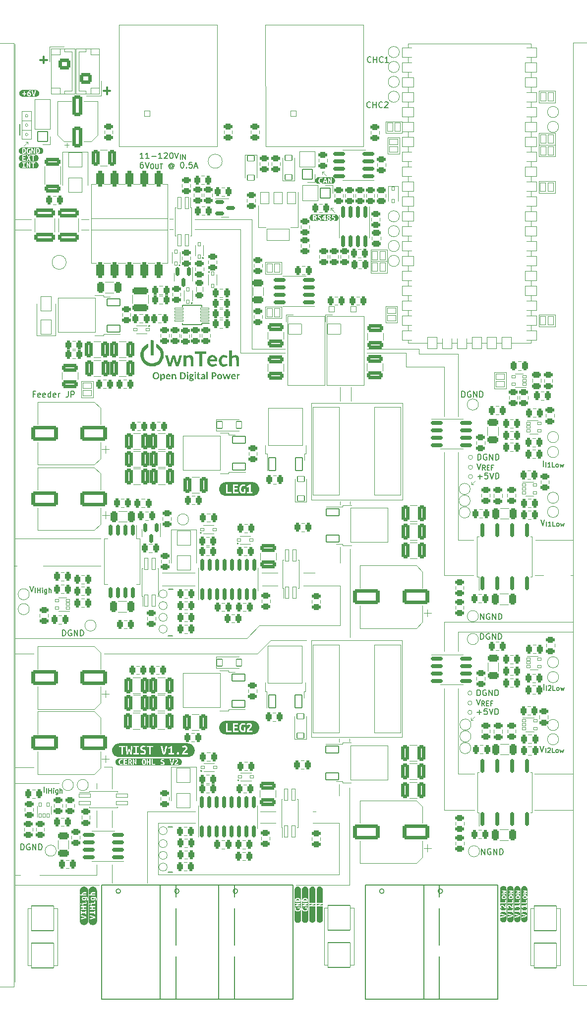
<source format=gto>
G04 #@! TF.GenerationSoftware,KiCad,Pcbnew,6.0.1-79c1e3a40b~116~ubuntu20.04.1*
G04 #@! TF.CreationDate,2022-07-13T18:57:55+02:00*
G04 #@! TF.ProjectId,Power,506f7765-722e-46b6-9963-61645f706362,rev?*
G04 #@! TF.SameCoordinates,Original*
G04 #@! TF.FileFunction,Legend,Top*
G04 #@! TF.FilePolarity,Positive*
%FSLAX46Y46*%
G04 Gerber Fmt 4.6, Leading zero omitted, Abs format (unit mm)*
G04 Created by KiCad (PCBNEW 6.0.1-79c1e3a40b~116~ubuntu20.04.1) date 2022-07-13 18:57:55*
%MOMM*%
%LPD*%
G01*
G04 APERTURE LIST*
G04 Aperture macros list*
%AMRoundRect*
0 Rectangle with rounded corners*
0 $1 Rounding radius*
0 $2 $3 $4 $5 $6 $7 $8 $9 X,Y pos of 4 corners*
0 Add a 4 corners polygon primitive as box body*
4,1,4,$2,$3,$4,$5,$6,$7,$8,$9,$2,$3,0*
0 Add four circle primitives for the rounded corners*
1,1,$1+$1,$2,$3*
1,1,$1+$1,$4,$5*
1,1,$1+$1,$6,$7*
1,1,$1+$1,$8,$9*
0 Add four rect primitives between the rounded corners*
20,1,$1+$1,$2,$3,$4,$5,0*
20,1,$1+$1,$4,$5,$6,$7,0*
20,1,$1+$1,$6,$7,$8,$9,0*
20,1,$1+$1,$8,$9,$2,$3,0*%
G04 Aperture macros list end*
%ADD10C,0.120000*%
%ADD11C,0.200000*%
%ADD12C,0.150000*%
%ADD13C,0.300000*%
%ADD14C,0.152400*%
%ADD15C,0.201421*%
%ADD16C,1.903400*%
%ADD17RoundRect,0.300000X1.950000X1.000000X-1.950000X1.000000X-1.950000X-1.000000X1.950000X-1.000000X0*%
%ADD18RoundRect,0.293750X-0.243750X-0.456250X0.243750X-0.456250X0.243750X0.456250X-0.243750X0.456250X0*%
%ADD19RoundRect,0.300000X0.375000X1.075000X-0.375000X1.075000X-0.375000X-1.075000X0.375000X-1.075000X0*%
%ADD20RoundRect,0.293750X0.243750X0.456250X-0.243750X0.456250X-0.243750X-0.456250X0.243750X-0.456250X0*%
%ADD21RoundRect,0.200000X0.150000X-0.825000X0.150000X0.825000X-0.150000X0.825000X-0.150000X-0.825000X0*%
%ADD22C,1.600000*%
%ADD23RoundRect,0.293750X-0.456250X0.243750X-0.456250X-0.243750X0.456250X-0.243750X0.456250X0.243750X0*%
%ADD24C,1.100000*%
%ADD25C,2.100000*%
%ADD26RoundRect,0.050000X-0.500000X-0.750000X0.500000X-0.750000X0.500000X0.750000X-0.500000X0.750000X0*%
%ADD27RoundRect,0.293750X0.456250X-0.243750X0.456250X0.243750X-0.456250X0.243750X-0.456250X-0.243750X0*%
%ADD28RoundRect,0.050000X-0.325000X-0.200000X0.325000X-0.200000X0.325000X0.200000X-0.325000X0.200000X0*%
%ADD29RoundRect,0.299999X1.450001X-0.450001X1.450001X0.450001X-1.450001X0.450001X-1.450001X-0.450001X0*%
%ADD30RoundRect,0.050000X-0.225000X0.300000X-0.225000X-0.300000X0.225000X-0.300000X0.225000X0.300000X0*%
%ADD31RoundRect,0.050000X0.600000X-0.450000X0.600000X0.450000X-0.600000X0.450000X-0.600000X-0.450000X0*%
%ADD32RoundRect,0.200000X-0.150000X0.587500X-0.150000X-0.587500X0.150000X-0.587500X0.150000X0.587500X0*%
%ADD33RoundRect,0.300000X1.075000X-0.375000X1.075000X0.375000X-1.075000X0.375000X-1.075000X-0.375000X0*%
%ADD34RoundRect,0.050000X-1.125000X0.875000X-1.125000X-0.875000X1.125000X-0.875000X1.125000X0.875000X0*%
%ADD35O,2.350000X1.850000*%
%ADD36RoundRect,0.050000X0.600000X-1.100000X0.600000X1.100000X-0.600000X1.100000X-0.600000X-1.100000X0*%
%ADD37RoundRect,0.050000X2.900000X-3.200000X2.900000X3.200000X-2.900000X3.200000X-2.900000X-3.200000X0*%
%ADD38RoundRect,0.050000X0.700000X0.150000X-0.700000X0.150000X-0.700000X-0.150000X0.700000X-0.150000X0*%
%ADD39C,4.800000*%
%ADD40C,3.200000*%
%ADD41RoundRect,0.050000X-1.150000X1.250000X-1.150000X-1.250000X1.150000X-1.250000X1.150000X1.250000X0*%
%ADD42RoundRect,0.300000X0.250000X0.475000X-0.250000X0.475000X-0.250000X-0.475000X0.250000X-0.475000X0*%
%ADD43RoundRect,0.300000X1.075000X-0.362500X1.075000X0.362500X-1.075000X0.362500X-1.075000X-0.362500X0*%
%ADD44RoundRect,0.050000X1.100000X0.600000X-1.100000X0.600000X-1.100000X-0.600000X1.100000X-0.600000X0*%
%ADD45RoundRect,0.050000X3.200000X2.900000X-3.200000X2.900000X-3.200000X-2.900000X3.200000X-2.900000X0*%
%ADD46RoundRect,0.300000X-0.325000X-0.650000X0.325000X-0.650000X0.325000X0.650000X-0.325000X0.650000X0*%
%ADD47RoundRect,0.200000X-0.825000X-0.150000X0.825000X-0.150000X0.825000X0.150000X-0.825000X0.150000X0*%
%ADD48RoundRect,0.050000X0.225000X-0.300000X0.225000X0.300000X-0.225000X0.300000X-0.225000X-0.300000X0*%
%ADD49RoundRect,0.050000X0.750000X-0.500000X0.750000X0.500000X-0.750000X0.500000X-0.750000X-0.500000X0*%
%ADD50RoundRect,0.300000X-0.375000X-1.075000X0.375000X-1.075000X0.375000X1.075000X-0.375000X1.075000X0*%
%ADD51RoundRect,0.300000X-0.475000X0.250000X-0.475000X-0.250000X0.475000X-0.250000X0.475000X0.250000X0*%
%ADD52RoundRect,0.050000X-0.300000X-0.225000X0.300000X-0.225000X0.300000X0.225000X-0.300000X0.225000X0*%
%ADD53RoundRect,0.300000X-0.650000X0.325000X-0.650000X-0.325000X0.650000X-0.325000X0.650000X0.325000X0*%
%ADD54RoundRect,0.300000X0.650000X-0.325000X0.650000X0.325000X-0.650000X0.325000X-0.650000X-0.325000X0*%
%ADD55RoundRect,0.050000X-0.500000X-0.500000X0.500000X-0.500000X0.500000X0.500000X-0.500000X0.500000X0*%
%ADD56C,1.400000*%
%ADD57O,1.600000X3.100000*%
%ADD58RoundRect,0.050000X-0.750000X0.500000X-0.750000X-0.500000X0.750000X-0.500000X0.750000X0.500000X0*%
%ADD59RoundRect,0.050000X0.500000X0.750000X-0.500000X0.750000X-0.500000X-0.750000X0.500000X-0.750000X0*%
%ADD60RoundRect,0.050000X-1.100000X-0.600000X1.100000X-0.600000X1.100000X0.600000X-1.100000X0.600000X0*%
%ADD61RoundRect,0.050000X-3.200000X-2.900000X3.200000X-2.900000X3.200000X2.900000X-3.200000X2.900000X0*%
%ADD62RoundRect,0.050000X-0.320000X1.000000X-0.320000X-1.000000X0.320000X-1.000000X0.320000X1.000000X0*%
%ADD63RoundRect,0.050000X-0.750000X1.000000X-0.750000X-1.000000X0.750000X-1.000000X0.750000X1.000000X0*%
%ADD64RoundRect,0.050000X-1.900000X1.000000X-1.900000X-1.000000X1.900000X-1.000000X1.900000X1.000000X0*%
%ADD65RoundRect,0.050000X1.000000X-0.800000X1.000000X0.800000X-1.000000X0.800000X-1.000000X-0.800000X0*%
%ADD66O,2.500000X1.700000*%
%ADD67O,1.700000X2.500000*%
%ADD68RoundRect,0.050000X0.800000X1.000000X-0.800000X1.000000X-0.800000X-1.000000X0.800000X-1.000000X0*%
%ADD69RoundRect,0.050000X-1.000000X0.800000X-1.000000X-0.800000X1.000000X-0.800000X1.000000X0.800000X0*%
%ADD70RoundRect,0.300000X-1.075000X0.312500X-1.075000X-0.312500X1.075000X-0.312500X1.075000X0.312500X0*%
%ADD71RoundRect,0.050000X-0.850000X0.850000X-0.850000X-0.850000X0.850000X-0.850000X0.850000X0.850000X0*%
%ADD72O,1.800000X1.800000*%
%ADD73RoundRect,0.200000X0.825000X0.150000X-0.825000X0.150000X-0.825000X-0.150000X0.825000X-0.150000X0*%
%ADD74RoundRect,0.300000X0.550000X-1.500000X0.550000X1.500000X-0.550000X1.500000X-0.550000X-1.500000X0*%
%ADD75RoundRect,0.300000X-1.075000X0.375000X-1.075000X-0.375000X1.075000X-0.375000X1.075000X0.375000X0*%
%ADD76RoundRect,0.050000X-1.905000X2.120000X-1.905000X-2.120000X1.905000X-2.120000X1.905000X2.120000X0*%
%ADD77RoundRect,0.200000X-0.150000X0.825000X-0.150000X-0.825000X0.150000X-0.825000X0.150000X0.825000X0*%
%ADD78RoundRect,0.050000X0.325000X0.200000X-0.325000X0.200000X-0.325000X-0.200000X0.325000X-0.200000X0*%
%ADD79RoundRect,0.212500X0.162500X-1.012500X0.162500X1.012500X-0.162500X1.012500X-0.162500X-1.012500X0*%
%ADD80RoundRect,0.050000X0.320000X-1.000000X0.320000X1.000000X-0.320000X1.000000X-0.320000X-1.000000X0*%
%ADD81RoundRect,0.268750X0.381250X-0.218750X0.381250X0.218750X-0.381250X0.218750X-0.381250X-0.218750X0*%
%ADD82RoundRect,0.200000X-0.150000X0.750000X-0.150000X-0.750000X0.150000X-0.750000X0.150000X0.750000X0*%
%ADD83RoundRect,0.050000X1.905000X-2.120000X1.905000X2.120000X-1.905000X2.120000X-1.905000X-2.120000X0*%
%ADD84RoundRect,0.050000X-0.450000X-0.600000X0.450000X-0.600000X0.450000X0.600000X-0.450000X0.600000X0*%
%ADD85RoundRect,0.200000X-0.587500X-0.150000X0.587500X-0.150000X0.587500X0.150000X-0.587500X0.150000X0*%
%ADD86RoundRect,0.300000X0.325000X0.650000X-0.325000X0.650000X-0.325000X-0.650000X0.325000X-0.650000X0*%
%ADD87RoundRect,0.300000X0.475000X-0.250000X0.475000X0.250000X-0.475000X0.250000X-0.475000X-0.250000X0*%
%ADD88RoundRect,0.300000X-0.750000X0.600000X-0.750000X-0.600000X0.750000X-0.600000X0.750000X0.600000X0*%
%ADD89O,2.100000X1.800000*%
%ADD90C,0.900000*%
%ADD91RoundRect,0.050000X-1.250000X-80.375000X1.250000X-80.375000X1.250000X80.375000X-1.250000X80.375000X0*%
%ADD92RoundRect,0.050000X-1.250000X-80.500000X1.250000X-80.500000X1.250000X80.500000X-1.250000X80.500000X0*%
%ADD93RoundRect,0.050000X0.850000X0.850000X-0.850000X0.850000X-0.850000X-0.850000X0.850000X-0.850000X0*%
%ADD94RoundRect,0.050000X-2.250000X7.500000X-2.250000X-7.500000X2.250000X-7.500000X2.250000X7.500000X0*%
%ADD95RoundRect,0.050000X0.300000X0.225000X-0.300000X0.225000X-0.300000X-0.225000X0.300000X-0.225000X0*%
%ADD96RoundRect,0.300000X0.750000X-0.600000X0.750000X0.600000X-0.750000X0.600000X-0.750000X-0.600000X0*%
%ADD97RoundRect,0.050000X-1.000000X-0.320000X1.000000X-0.320000X1.000000X0.320000X-1.000000X0.320000X0*%
%ADD98RoundRect,0.050000X-0.600000X0.450000X-0.600000X-0.450000X0.600000X-0.450000X0.600000X0.450000X0*%
%ADD99RoundRect,0.050000X0.200000X-0.325000X0.200000X0.325000X-0.200000X0.325000X-0.200000X-0.325000X0*%
%ADD100RoundRect,0.355000X-0.305000X-0.965000X0.305000X-0.965000X0.305000X0.965000X-0.305000X0.965000X0*%
%ADD101RoundRect,0.050000X0.900000X-1.250000X0.900000X1.250000X-0.900000X1.250000X-0.900000X-1.250000X0*%
%ADD102RoundRect,0.050000X-0.500000X0.500000X-0.500000X-0.500000X0.500000X-0.500000X0.500000X0.500000X0*%
%ADD103O,1.100000X1.100000*%
G04 APERTURE END LIST*
D10*
X122250000Y-96150000D02*
X122650000Y-96150000D01*
X68800000Y-162700000D02*
X99700000Y-162700000D01*
X47100000Y-52700000D02*
X44300000Y-52700000D01*
X139600000Y-111600000D02*
X133100000Y-111600000D01*
X122850000Y-135650000D02*
X122150000Y-136350000D01*
X122460555Y-94800000D02*
G75*
G03*
X122460555Y-94800000I-360555J0D01*
G01*
X47100000Y-50900000D02*
X44300000Y-50900000D01*
X101400000Y-140000000D02*
X101400000Y-139500000D01*
X139600000Y-145500000D02*
X133000000Y-145500000D01*
X56900000Y-52700000D02*
X55600000Y-52700000D01*
X139600000Y-105600000D02*
X133200000Y-105600000D01*
X96750000Y-43175000D02*
X96750000Y-42775000D01*
X122800000Y-145500000D02*
X120000000Y-145500000D01*
X46525000Y-37675000D02*
X46125000Y-37675000D01*
X85700000Y-125000000D02*
X88000000Y-122700000D01*
X104400000Y-73000000D02*
X113300000Y-73000000D01*
X86200000Y-151900000D02*
X88800000Y-151900000D01*
X75100000Y-153900000D02*
X68800000Y-153900000D01*
X104400000Y-73700000D02*
X111100000Y-73700000D01*
X58700000Y-164500000D02*
X44300000Y-164500000D01*
X101400000Y-147900000D02*
X101400000Y-164500000D01*
X139600000Y-151700000D02*
X133000000Y-151700000D01*
X117600000Y-111600000D02*
X117600000Y-90600000D01*
X122360555Y-135000000D02*
G75*
G03*
X122360555Y-135000000I-360555J0D01*
G01*
X99800000Y-120200000D02*
X86000000Y-120200000D01*
X97150000Y-42775000D02*
X96750000Y-42775000D01*
X82800000Y-73700000D02*
X90400000Y-73700000D01*
X99800000Y-99600000D02*
X99800000Y-99000000D01*
X46512568Y-33237657D02*
G75*
G03*
X46512568Y-33237657I-223607J0D01*
G01*
X89200000Y-113400000D02*
X86500000Y-113400000D01*
X44300000Y-105400000D02*
X58900000Y-105402500D01*
X46125000Y-37675000D02*
X46525000Y-37675000D01*
X99700000Y-162700000D02*
X99700000Y-153900000D01*
X111100000Y-76050000D02*
X111100000Y-73700000D01*
X120000000Y-121300000D02*
X139500000Y-121300000D01*
X86000000Y-120200000D02*
X83900000Y-122400000D01*
X122950000Y-95450000D02*
X122250000Y-96150000D01*
X99800000Y-120200000D02*
X99800000Y-113400000D01*
X122360555Y-133400000D02*
G75*
G03*
X122360555Y-133400000I-360555J0D01*
G01*
X117600000Y-111600000D02*
X122600000Y-111600000D01*
X117600000Y-76050000D02*
X111100000Y-76050000D01*
X99700000Y-151900000D02*
X99700000Y-147300000D01*
X122150000Y-135950000D02*
X122150000Y-136350000D01*
X59500000Y-125000000D02*
X85700000Y-125000000D01*
X99750000Y-113400000D02*
X93600000Y-113400000D01*
X139600000Y-21000000D02*
X139600000Y-181000000D01*
X95200000Y-153900000D02*
X99700000Y-153900000D01*
X98625000Y-49000000D02*
X98225000Y-49000000D01*
X99800000Y-111200000D02*
X93600000Y-111200000D01*
X120000000Y-73850000D02*
X120000000Y-84500000D01*
X45488961Y-35637657D02*
X47088961Y-35637657D01*
X47088961Y-35637657D02*
X47088961Y-37237657D01*
X47088961Y-37237657D02*
X45488961Y-37237657D01*
X45488961Y-37237657D02*
X45488961Y-35637657D01*
X122650000Y-96150000D02*
X122250000Y-96150000D01*
X82800000Y-73700000D02*
X82800000Y-52600000D01*
X99800000Y-81900000D02*
X99800000Y-79500000D01*
X46512568Y-34837657D02*
G75*
G03*
X46512568Y-34837657I-223607J0D01*
G01*
X101700000Y-81900000D02*
X101700000Y-79500000D01*
D11*
X45127004Y-34725395D02*
G75*
G03*
X45125000Y-36550000I10426660J-923755D01*
G01*
D10*
X89200000Y-111200000D02*
X86450000Y-111200000D01*
X99700000Y-140100000D02*
X99700000Y-139500000D01*
X90400000Y-73000000D02*
X84800000Y-73000000D01*
X44300000Y-147100000D02*
X51800000Y-147100000D01*
X120000000Y-124600000D02*
X120000000Y-121300000D01*
X98225000Y-49400000D02*
X98225000Y-49000000D01*
X122550000Y-136350000D02*
X122150000Y-136350000D01*
X122150000Y-136350000D02*
X122550000Y-136350000D01*
X46512568Y-36437657D02*
G75*
G03*
X46512568Y-36437657I-223607J0D01*
G01*
X120000000Y-145500000D02*
X120000000Y-130900000D01*
X45488961Y-32437657D02*
X47088961Y-32437657D01*
X47088961Y-32437657D02*
X47088961Y-34037657D01*
X47088961Y-34037657D02*
X45488961Y-34037657D01*
X45488961Y-34037657D02*
X45488961Y-32437657D01*
X58900000Y-110000000D02*
X44200000Y-110000000D01*
X95200000Y-151900000D02*
X99700000Y-151900000D01*
X75000000Y-50900000D02*
X84800000Y-50900000D01*
X59500000Y-144300000D02*
X60900000Y-144300000D01*
X122360555Y-131700000D02*
G75*
G03*
X122360555Y-131700000I-360555J0D01*
G01*
X84800000Y-50900000D02*
X84800000Y-73000000D01*
X139600000Y-119600000D02*
X117600000Y-119600000D01*
X44300000Y-144400000D02*
X47500000Y-144400000D01*
X117600000Y-76050000D02*
X117600000Y-84500000D01*
X98925000Y-49700000D02*
X98225000Y-49000000D01*
X58300000Y-162800000D02*
X44300000Y-162800000D01*
X45825000Y-38375000D02*
X46525000Y-37675000D01*
X69400000Y-111200000D02*
X75000000Y-111200000D01*
X98225000Y-49000000D02*
X98225000Y-49400000D01*
X44300000Y-122400000D02*
X83900000Y-122400000D01*
X68800000Y-153900000D02*
X68800000Y-162700000D01*
X122800000Y-151700000D02*
X117600000Y-151700000D01*
X101400000Y-164500000D02*
X92300000Y-164500000D01*
X120000000Y-105600000D02*
X122600000Y-105600000D01*
X82800000Y-52600000D02*
X75000000Y-52600000D01*
X96750000Y-42775000D02*
X96750000Y-43175000D01*
X122460555Y-93200000D02*
G75*
G03*
X122460555Y-93200000I-360555J0D01*
G01*
X58300000Y-151800000D02*
X58300000Y-154600000D01*
X60900000Y-161000000D02*
X60900000Y-164100000D01*
X113300000Y-73000000D02*
X113300000Y-73850000D01*
X71300000Y-52600000D02*
X70700000Y-52600000D01*
X58300000Y-161000000D02*
X58300000Y-162800000D01*
X101500000Y-99500000D02*
X101500000Y-99000000D01*
X71300000Y-50800000D02*
X70700000Y-50800000D01*
X66900000Y-151900000D02*
X66900000Y-164100000D01*
X44300000Y-125000000D02*
X47500000Y-125000000D01*
X101500000Y-107100000D02*
X101500000Y-122200000D01*
X45488961Y-34037657D02*
X47088961Y-34037657D01*
X47088961Y-34037657D02*
X47088961Y-35637657D01*
X47088961Y-35637657D02*
X45488961Y-35637657D01*
X45488961Y-35637657D02*
X45488961Y-34037657D01*
X86200000Y-153900000D02*
X88800000Y-153900000D01*
X75100000Y-151900000D02*
X66900000Y-151900000D01*
X60900000Y-144300000D02*
X60900000Y-148000000D01*
X99800000Y-111200000D02*
X99800000Y-106800000D01*
X97450000Y-43475000D02*
X96750000Y-42775000D01*
X117600000Y-119600000D02*
X117600000Y-124600000D01*
X55600000Y-50900000D02*
X56900000Y-50900000D01*
X60900000Y-151800000D02*
X60900000Y-154600000D01*
X122460555Y-91500000D02*
G75*
G03*
X122460555Y-91500000I-360555J0D01*
G01*
X58300000Y-147100000D02*
X58300000Y-148000000D01*
X122250000Y-95750000D02*
X122250000Y-96150000D01*
X120000000Y-105600000D02*
X120000000Y-90600000D01*
X44250000Y-21000000D02*
X44250000Y-181000000D01*
X88000000Y-122700000D02*
X94100000Y-122700000D01*
X117600000Y-130900000D02*
X117600000Y-151700000D01*
X113300000Y-73850000D02*
X120000000Y-73850000D01*
X75000000Y-113400000D02*
X69400000Y-113400000D01*
X46525000Y-38075000D02*
X46525000Y-37675000D01*
D12*
X105009523Y-31757142D02*
X104961904Y-31804761D01*
X104819047Y-31852380D01*
X104723809Y-31852380D01*
X104580952Y-31804761D01*
X104485714Y-31709523D01*
X104438095Y-31614285D01*
X104390476Y-31423809D01*
X104390476Y-31280952D01*
X104438095Y-31090476D01*
X104485714Y-30995238D01*
X104580952Y-30900000D01*
X104723809Y-30852380D01*
X104819047Y-30852380D01*
X104961904Y-30900000D01*
X105009523Y-30947619D01*
X105438095Y-31852380D02*
X105438095Y-30852380D01*
X105438095Y-31328571D02*
X106009523Y-31328571D01*
X106009523Y-31852380D02*
X106009523Y-30852380D01*
X107057142Y-31757142D02*
X107009523Y-31804761D01*
X106866666Y-31852380D01*
X106771428Y-31852380D01*
X106628571Y-31804761D01*
X106533333Y-31709523D01*
X106485714Y-31614285D01*
X106438095Y-31423809D01*
X106438095Y-31280952D01*
X106485714Y-31090476D01*
X106533333Y-30995238D01*
X106628571Y-30900000D01*
X106771428Y-30852380D01*
X106866666Y-30852380D01*
X107009523Y-30900000D01*
X107057142Y-30947619D01*
X107438095Y-30947619D02*
X107485714Y-30900000D01*
X107580952Y-30852380D01*
X107819047Y-30852380D01*
X107914285Y-30900000D01*
X107961904Y-30947619D01*
X108009523Y-31042857D01*
X108009523Y-31138095D01*
X107961904Y-31280952D01*
X107390476Y-31852380D01*
X108009523Y-31852380D01*
X134523809Y-93052380D02*
X134523809Y-92052380D01*
X134952380Y-93161904D02*
X134952380Y-92361904D01*
X135752380Y-93161904D02*
X135295238Y-93161904D01*
X135523809Y-93161904D02*
X135523809Y-92361904D01*
X135447619Y-92476190D01*
X135371428Y-92552380D01*
X135295238Y-92590476D01*
X136476190Y-93161904D02*
X136095238Y-93161904D01*
X136095238Y-92361904D01*
X136857142Y-93161904D02*
X136780952Y-93123809D01*
X136742857Y-93085714D01*
X136704761Y-93009523D01*
X136704761Y-92780952D01*
X136742857Y-92704761D01*
X136780952Y-92666666D01*
X136857142Y-92628571D01*
X136971428Y-92628571D01*
X137047619Y-92666666D01*
X137085714Y-92704761D01*
X137123809Y-92780952D01*
X137123809Y-93009523D01*
X137085714Y-93085714D01*
X137047619Y-93123809D01*
X136971428Y-93161904D01*
X136857142Y-93161904D01*
X137390476Y-92628571D02*
X137542857Y-93161904D01*
X137695238Y-92780952D01*
X137847619Y-93161904D01*
X138000000Y-92628571D01*
X105109523Y-24057142D02*
X105061904Y-24104761D01*
X104919047Y-24152380D01*
X104823809Y-24152380D01*
X104680952Y-24104761D01*
X104585714Y-24009523D01*
X104538095Y-23914285D01*
X104490476Y-23723809D01*
X104490476Y-23580952D01*
X104538095Y-23390476D01*
X104585714Y-23295238D01*
X104680952Y-23200000D01*
X104823809Y-23152380D01*
X104919047Y-23152380D01*
X105061904Y-23200000D01*
X105109523Y-23247619D01*
X105538095Y-24152380D02*
X105538095Y-23152380D01*
X105538095Y-23628571D02*
X106109523Y-23628571D01*
X106109523Y-24152380D02*
X106109523Y-23152380D01*
X107157142Y-24057142D02*
X107109523Y-24104761D01*
X106966666Y-24152380D01*
X106871428Y-24152380D01*
X106728571Y-24104761D01*
X106633333Y-24009523D01*
X106585714Y-23914285D01*
X106538095Y-23723809D01*
X106538095Y-23580952D01*
X106585714Y-23390476D01*
X106633333Y-23295238D01*
X106728571Y-23200000D01*
X106871428Y-23152380D01*
X106966666Y-23152380D01*
X107109523Y-23200000D01*
X107157142Y-23247619D01*
X108109523Y-24152380D02*
X107538095Y-24152380D01*
X107823809Y-24152380D02*
X107823809Y-23152380D01*
X107728571Y-23295238D01*
X107633333Y-23390476D01*
X107538095Y-23438095D01*
X47733333Y-80728571D02*
X47400000Y-80728571D01*
X47400000Y-81252380D02*
X47400000Y-80252380D01*
X47876190Y-80252380D01*
X48638095Y-81204761D02*
X48542857Y-81252380D01*
X48352380Y-81252380D01*
X48257142Y-81204761D01*
X48209523Y-81109523D01*
X48209523Y-80728571D01*
X48257142Y-80633333D01*
X48352380Y-80585714D01*
X48542857Y-80585714D01*
X48638095Y-80633333D01*
X48685714Y-80728571D01*
X48685714Y-80823809D01*
X48209523Y-80919047D01*
X49495238Y-81204761D02*
X49400000Y-81252380D01*
X49209523Y-81252380D01*
X49114285Y-81204761D01*
X49066666Y-81109523D01*
X49066666Y-80728571D01*
X49114285Y-80633333D01*
X49209523Y-80585714D01*
X49400000Y-80585714D01*
X49495238Y-80633333D01*
X49542857Y-80728571D01*
X49542857Y-80823809D01*
X49066666Y-80919047D01*
X50400000Y-81252380D02*
X50400000Y-80252380D01*
X50400000Y-81204761D02*
X50304761Y-81252380D01*
X50114285Y-81252380D01*
X50019047Y-81204761D01*
X49971428Y-81157142D01*
X49923809Y-81061904D01*
X49923809Y-80776190D01*
X49971428Y-80680952D01*
X50019047Y-80633333D01*
X50114285Y-80585714D01*
X50304761Y-80585714D01*
X50400000Y-80633333D01*
X51257142Y-81204761D02*
X51161904Y-81252380D01*
X50971428Y-81252380D01*
X50876190Y-81204761D01*
X50828571Y-81109523D01*
X50828571Y-80728571D01*
X50876190Y-80633333D01*
X50971428Y-80585714D01*
X51161904Y-80585714D01*
X51257142Y-80633333D01*
X51304761Y-80728571D01*
X51304761Y-80823809D01*
X50828571Y-80919047D01*
X51733333Y-81252380D02*
X51733333Y-80585714D01*
X51733333Y-80776190D02*
X51780952Y-80680952D01*
X51828571Y-80633333D01*
X51923809Y-80585714D01*
X52019047Y-80585714D01*
X53400000Y-80252380D02*
X53400000Y-80966666D01*
X53352380Y-81109523D01*
X53257142Y-81204761D01*
X53114285Y-81252380D01*
X53019047Y-81252380D01*
X53876190Y-81252380D02*
X53876190Y-80252380D01*
X54257142Y-80252380D01*
X54352380Y-80300000D01*
X54400000Y-80347619D01*
X54447619Y-80442857D01*
X54447619Y-80585714D01*
X54400000Y-80680952D01*
X54352380Y-80728571D01*
X54257142Y-80776190D01*
X53876190Y-80776190D01*
X133990476Y-140752380D02*
X134323809Y-141752380D01*
X134657142Y-140752380D01*
X134942857Y-141861904D02*
X134942857Y-141061904D01*
X135285714Y-141138095D02*
X135323809Y-141100000D01*
X135400000Y-141061904D01*
X135590476Y-141061904D01*
X135666666Y-141100000D01*
X135704761Y-141138095D01*
X135742857Y-141214285D01*
X135742857Y-141290476D01*
X135704761Y-141404761D01*
X135247619Y-141861904D01*
X135742857Y-141861904D01*
X136466666Y-141861904D02*
X136085714Y-141861904D01*
X136085714Y-141061904D01*
X136847619Y-141861904D02*
X136771428Y-141823809D01*
X136733333Y-141785714D01*
X136695238Y-141709523D01*
X136695238Y-141480952D01*
X136733333Y-141404761D01*
X136771428Y-141366666D01*
X136847619Y-141328571D01*
X136961904Y-141328571D01*
X137038095Y-141366666D01*
X137076190Y-141404761D01*
X137114285Y-141480952D01*
X137114285Y-141709523D01*
X137076190Y-141785714D01*
X137038095Y-141823809D01*
X136961904Y-141861904D01*
X136847619Y-141861904D01*
X137380952Y-141328571D02*
X137533333Y-141861904D01*
X137685714Y-141480952D01*
X137838095Y-141861904D01*
X137990476Y-141328571D01*
X46842857Y-113452380D02*
X47176190Y-114452380D01*
X47509523Y-113452380D01*
X47795238Y-114561904D02*
X47795238Y-113761904D01*
X48176190Y-114561904D02*
X48176190Y-113761904D01*
X48176190Y-114142857D02*
X48633333Y-114142857D01*
X48633333Y-114561904D02*
X48633333Y-113761904D01*
X49014285Y-114561904D02*
X49014285Y-114028571D01*
X49014285Y-113761904D02*
X48976190Y-113800000D01*
X49014285Y-113838095D01*
X49052380Y-113800000D01*
X49014285Y-113761904D01*
X49014285Y-113838095D01*
X49738095Y-114028571D02*
X49738095Y-114676190D01*
X49700000Y-114752380D01*
X49661904Y-114790476D01*
X49585714Y-114828571D01*
X49471428Y-114828571D01*
X49395238Y-114790476D01*
X49738095Y-114523809D02*
X49661904Y-114561904D01*
X49509523Y-114561904D01*
X49433333Y-114523809D01*
X49395238Y-114485714D01*
X49357142Y-114409523D01*
X49357142Y-114180952D01*
X49395238Y-114104761D01*
X49433333Y-114066666D01*
X49509523Y-114028571D01*
X49661904Y-114028571D01*
X49738095Y-114066666D01*
X50119047Y-114561904D02*
X50119047Y-113761904D01*
X50461904Y-114561904D02*
X50461904Y-114142857D01*
X50423809Y-114066666D01*
X50347619Y-114028571D01*
X50233333Y-114028571D01*
X50157142Y-114066666D01*
X50119047Y-114104761D01*
D13*
X59428571Y-29007142D02*
X60571428Y-29007142D01*
X60000000Y-29578571D02*
X60000000Y-28435714D01*
D12*
X123335595Y-91942380D02*
X123335595Y-90942380D01*
X123573690Y-90942380D01*
X123716547Y-90990000D01*
X123811785Y-91085238D01*
X123859404Y-91180476D01*
X123907023Y-91370952D01*
X123907023Y-91513809D01*
X123859404Y-91704285D01*
X123811785Y-91799523D01*
X123716547Y-91894761D01*
X123573690Y-91942380D01*
X123335595Y-91942380D01*
X124859404Y-90990000D02*
X124764166Y-90942380D01*
X124621309Y-90942380D01*
X124478452Y-90990000D01*
X124383214Y-91085238D01*
X124335595Y-91180476D01*
X124287976Y-91370952D01*
X124287976Y-91513809D01*
X124335595Y-91704285D01*
X124383214Y-91799523D01*
X124478452Y-91894761D01*
X124621309Y-91942380D01*
X124716547Y-91942380D01*
X124859404Y-91894761D01*
X124907023Y-91847142D01*
X124907023Y-91513809D01*
X124716547Y-91513809D01*
X125335595Y-91942380D02*
X125335595Y-90942380D01*
X125907023Y-91942380D01*
X125907023Y-90942380D01*
X126383214Y-91942380D02*
X126383214Y-90942380D01*
X126621309Y-90942380D01*
X126764166Y-90990000D01*
X126859404Y-91085238D01*
X126907023Y-91180476D01*
X126954642Y-91370952D01*
X126954642Y-91513809D01*
X126907023Y-91704285D01*
X126859404Y-91799523D01*
X126764166Y-91894761D01*
X126621309Y-91942380D01*
X126383214Y-91942380D01*
X123192738Y-92552380D02*
X123526071Y-93552380D01*
X123859404Y-92552380D01*
X124602261Y-93661904D02*
X124335595Y-93280952D01*
X124145119Y-93661904D02*
X124145119Y-92861904D01*
X124449880Y-92861904D01*
X124526071Y-92900000D01*
X124564166Y-92938095D01*
X124602261Y-93014285D01*
X124602261Y-93128571D01*
X124564166Y-93204761D01*
X124526071Y-93242857D01*
X124449880Y-93280952D01*
X124145119Y-93280952D01*
X124945119Y-93242857D02*
X125211785Y-93242857D01*
X125326071Y-93661904D02*
X124945119Y-93661904D01*
X124945119Y-92861904D01*
X125326071Y-92861904D01*
X125935595Y-93242857D02*
X125668928Y-93242857D01*
X125668928Y-93661904D02*
X125668928Y-92861904D01*
X126049880Y-92861904D01*
X123335595Y-94781428D02*
X124097500Y-94781428D01*
X123716547Y-95162380D02*
X123716547Y-94400476D01*
X125049880Y-94162380D02*
X124573690Y-94162380D01*
X124526071Y-94638571D01*
X124573690Y-94590952D01*
X124668928Y-94543333D01*
X124907023Y-94543333D01*
X125002261Y-94590952D01*
X125049880Y-94638571D01*
X125097500Y-94733809D01*
X125097500Y-94971904D01*
X125049880Y-95067142D01*
X125002261Y-95114761D01*
X124907023Y-95162380D01*
X124668928Y-95162380D01*
X124573690Y-95114761D01*
X124526071Y-95067142D01*
X125383214Y-94162380D02*
X125716547Y-95162380D01*
X126049880Y-94162380D01*
X126383214Y-95162380D02*
X126383214Y-94162380D01*
X126621309Y-94162380D01*
X126764166Y-94210000D01*
X126859404Y-94305238D01*
X126907023Y-94400476D01*
X126954642Y-94590952D01*
X126954642Y-94733809D01*
X126907023Y-94924285D01*
X126859404Y-95019523D01*
X126764166Y-95114761D01*
X126621309Y-95162380D01*
X126383214Y-95162380D01*
X134623809Y-131152380D02*
X134623809Y-130152380D01*
X135052380Y-131261904D02*
X135052380Y-130461904D01*
X135395238Y-130538095D02*
X135433333Y-130500000D01*
X135509523Y-130461904D01*
X135700000Y-130461904D01*
X135776190Y-130500000D01*
X135814285Y-130538095D01*
X135852380Y-130614285D01*
X135852380Y-130690476D01*
X135814285Y-130804761D01*
X135357142Y-131261904D01*
X135852380Y-131261904D01*
X136576190Y-131261904D02*
X136195238Y-131261904D01*
X136195238Y-130461904D01*
X136957142Y-131261904D02*
X136880952Y-131223809D01*
X136842857Y-131185714D01*
X136804761Y-131109523D01*
X136804761Y-130880952D01*
X136842857Y-130804761D01*
X136880952Y-130766666D01*
X136957142Y-130728571D01*
X137071428Y-130728571D01*
X137147619Y-130766666D01*
X137185714Y-130804761D01*
X137223809Y-130880952D01*
X137223809Y-131109523D01*
X137185714Y-131185714D01*
X137147619Y-131223809D01*
X137071428Y-131261904D01*
X136957142Y-131261904D01*
X137490476Y-130728571D02*
X137642857Y-131261904D01*
X137795238Y-130880952D01*
X137947619Y-131261904D01*
X138100000Y-130728571D01*
X52414285Y-121952380D02*
X52414285Y-120952380D01*
X52652380Y-120952380D01*
X52795238Y-121000000D01*
X52890476Y-121095238D01*
X52938095Y-121190476D01*
X52985714Y-121380952D01*
X52985714Y-121523809D01*
X52938095Y-121714285D01*
X52890476Y-121809523D01*
X52795238Y-121904761D01*
X52652380Y-121952380D01*
X52414285Y-121952380D01*
X53938095Y-121000000D02*
X53842857Y-120952380D01*
X53700000Y-120952380D01*
X53557142Y-121000000D01*
X53461904Y-121095238D01*
X53414285Y-121190476D01*
X53366666Y-121380952D01*
X53366666Y-121523809D01*
X53414285Y-121714285D01*
X53461904Y-121809523D01*
X53557142Y-121904761D01*
X53700000Y-121952380D01*
X53795238Y-121952380D01*
X53938095Y-121904761D01*
X53985714Y-121857142D01*
X53985714Y-121523809D01*
X53795238Y-121523809D01*
X54414285Y-121952380D02*
X54414285Y-120952380D01*
X54985714Y-121952380D01*
X54985714Y-120952380D01*
X55461904Y-121952380D02*
X55461904Y-120952380D01*
X55700000Y-120952380D01*
X55842857Y-121000000D01*
X55938095Y-121095238D01*
X55985714Y-121190476D01*
X56033333Y-121380952D01*
X56033333Y-121523809D01*
X55985714Y-121714285D01*
X55938095Y-121809523D01*
X55842857Y-121904761D01*
X55700000Y-121952380D01*
X55461904Y-121952380D01*
X123814285Y-122552380D02*
X123814285Y-121552380D01*
X124052380Y-121552380D01*
X124195238Y-121600000D01*
X124290476Y-121695238D01*
X124338095Y-121790476D01*
X124385714Y-121980952D01*
X124385714Y-122123809D01*
X124338095Y-122314285D01*
X124290476Y-122409523D01*
X124195238Y-122504761D01*
X124052380Y-122552380D01*
X123814285Y-122552380D01*
X125338095Y-121600000D02*
X125242857Y-121552380D01*
X125100000Y-121552380D01*
X124957142Y-121600000D01*
X124861904Y-121695238D01*
X124814285Y-121790476D01*
X124766666Y-121980952D01*
X124766666Y-122123809D01*
X124814285Y-122314285D01*
X124861904Y-122409523D01*
X124957142Y-122504761D01*
X125100000Y-122552380D01*
X125195238Y-122552380D01*
X125338095Y-122504761D01*
X125385714Y-122457142D01*
X125385714Y-122123809D01*
X125195238Y-122123809D01*
X125814285Y-122552380D02*
X125814285Y-121552380D01*
X126385714Y-122552380D01*
X126385714Y-121552380D01*
X126861904Y-122552380D02*
X126861904Y-121552380D01*
X127100000Y-121552380D01*
X127242857Y-121600000D01*
X127338095Y-121695238D01*
X127385714Y-121790476D01*
X127433333Y-121980952D01*
X127433333Y-122123809D01*
X127385714Y-122314285D01*
X127338095Y-122409523D01*
X127242857Y-122504761D01*
X127100000Y-122552380D01*
X126861904Y-122552380D01*
X70419047Y-154571428D02*
X71180952Y-154571428D01*
X45314285Y-158452380D02*
X45314285Y-157452380D01*
X45552380Y-157452380D01*
X45695238Y-157500000D01*
X45790476Y-157595238D01*
X45838095Y-157690476D01*
X45885714Y-157880952D01*
X45885714Y-158023809D01*
X45838095Y-158214285D01*
X45790476Y-158309523D01*
X45695238Y-158404761D01*
X45552380Y-158452380D01*
X45314285Y-158452380D01*
X46838095Y-157500000D02*
X46742857Y-157452380D01*
X46600000Y-157452380D01*
X46457142Y-157500000D01*
X46361904Y-157595238D01*
X46314285Y-157690476D01*
X46266666Y-157880952D01*
X46266666Y-158023809D01*
X46314285Y-158214285D01*
X46361904Y-158309523D01*
X46457142Y-158404761D01*
X46600000Y-158452380D01*
X46695238Y-158452380D01*
X46838095Y-158404761D01*
X46885714Y-158357142D01*
X46885714Y-158023809D01*
X46695238Y-158023809D01*
X47314285Y-158452380D02*
X47314285Y-157452380D01*
X47885714Y-158452380D01*
X47885714Y-157452380D01*
X48361904Y-158452380D02*
X48361904Y-157452380D01*
X48600000Y-157452380D01*
X48742857Y-157500000D01*
X48838095Y-157595238D01*
X48885714Y-157690476D01*
X48933333Y-157880952D01*
X48933333Y-158023809D01*
X48885714Y-158214285D01*
X48838095Y-158309523D01*
X48742857Y-158404761D01*
X48600000Y-158452380D01*
X48361904Y-158452380D01*
X70419047Y-162271428D02*
X71180952Y-162271428D01*
X134090476Y-102152380D02*
X134423809Y-103152380D01*
X134757142Y-102152380D01*
X135042857Y-103261904D02*
X135042857Y-102461904D01*
X135842857Y-103261904D02*
X135385714Y-103261904D01*
X135614285Y-103261904D02*
X135614285Y-102461904D01*
X135538095Y-102576190D01*
X135461904Y-102652380D01*
X135385714Y-102690476D01*
X136566666Y-103261904D02*
X136185714Y-103261904D01*
X136185714Y-102461904D01*
X136947619Y-103261904D02*
X136871428Y-103223809D01*
X136833333Y-103185714D01*
X136795238Y-103109523D01*
X136795238Y-102880952D01*
X136833333Y-102804761D01*
X136871428Y-102766666D01*
X136947619Y-102728571D01*
X137061904Y-102728571D01*
X137138095Y-102766666D01*
X137176190Y-102804761D01*
X137214285Y-102880952D01*
X137214285Y-103109523D01*
X137176190Y-103185714D01*
X137138095Y-103223809D01*
X137061904Y-103261904D01*
X136947619Y-103261904D01*
X137480952Y-102728571D02*
X137633333Y-103261904D01*
X137785714Y-102880952D01*
X137938095Y-103261904D01*
X138090476Y-102728571D01*
X120614285Y-81252380D02*
X120614285Y-80252380D01*
X120852380Y-80252380D01*
X120995238Y-80300000D01*
X121090476Y-80395238D01*
X121138095Y-80490476D01*
X121185714Y-80680952D01*
X121185714Y-80823809D01*
X121138095Y-81014285D01*
X121090476Y-81109523D01*
X120995238Y-81204761D01*
X120852380Y-81252380D01*
X120614285Y-81252380D01*
X122138095Y-80300000D02*
X122042857Y-80252380D01*
X121900000Y-80252380D01*
X121757142Y-80300000D01*
X121661904Y-80395238D01*
X121614285Y-80490476D01*
X121566666Y-80680952D01*
X121566666Y-80823809D01*
X121614285Y-81014285D01*
X121661904Y-81109523D01*
X121757142Y-81204761D01*
X121900000Y-81252380D01*
X121995238Y-81252380D01*
X122138095Y-81204761D01*
X122185714Y-81157142D01*
X122185714Y-80823809D01*
X121995238Y-80823809D01*
X122614285Y-81252380D02*
X122614285Y-80252380D01*
X123185714Y-81252380D01*
X123185714Y-80252380D01*
X123661904Y-81252380D02*
X123661904Y-80252380D01*
X123900000Y-80252380D01*
X124042857Y-80300000D01*
X124138095Y-80395238D01*
X124185714Y-80490476D01*
X124233333Y-80680952D01*
X124233333Y-80823809D01*
X124185714Y-81014285D01*
X124138095Y-81109523D01*
X124042857Y-81204761D01*
X123900000Y-81252380D01*
X123661904Y-81252380D01*
X123235595Y-132142380D02*
X123235595Y-131142380D01*
X123473690Y-131142380D01*
X123616547Y-131190000D01*
X123711785Y-131285238D01*
X123759404Y-131380476D01*
X123807023Y-131570952D01*
X123807023Y-131713809D01*
X123759404Y-131904285D01*
X123711785Y-131999523D01*
X123616547Y-132094761D01*
X123473690Y-132142380D01*
X123235595Y-132142380D01*
X124759404Y-131190000D02*
X124664166Y-131142380D01*
X124521309Y-131142380D01*
X124378452Y-131190000D01*
X124283214Y-131285238D01*
X124235595Y-131380476D01*
X124187976Y-131570952D01*
X124187976Y-131713809D01*
X124235595Y-131904285D01*
X124283214Y-131999523D01*
X124378452Y-132094761D01*
X124521309Y-132142380D01*
X124616547Y-132142380D01*
X124759404Y-132094761D01*
X124807023Y-132047142D01*
X124807023Y-131713809D01*
X124616547Y-131713809D01*
X125235595Y-132142380D02*
X125235595Y-131142380D01*
X125807023Y-132142380D01*
X125807023Y-131142380D01*
X126283214Y-132142380D02*
X126283214Y-131142380D01*
X126521309Y-131142380D01*
X126664166Y-131190000D01*
X126759404Y-131285238D01*
X126807023Y-131380476D01*
X126854642Y-131570952D01*
X126854642Y-131713809D01*
X126807023Y-131904285D01*
X126759404Y-131999523D01*
X126664166Y-132094761D01*
X126521309Y-132142380D01*
X126283214Y-132142380D01*
X123092738Y-132752380D02*
X123426071Y-133752380D01*
X123759404Y-132752380D01*
X124502261Y-133861904D02*
X124235595Y-133480952D01*
X124045119Y-133861904D02*
X124045119Y-133061904D01*
X124349880Y-133061904D01*
X124426071Y-133100000D01*
X124464166Y-133138095D01*
X124502261Y-133214285D01*
X124502261Y-133328571D01*
X124464166Y-133404761D01*
X124426071Y-133442857D01*
X124349880Y-133480952D01*
X124045119Y-133480952D01*
X124845119Y-133442857D02*
X125111785Y-133442857D01*
X125226071Y-133861904D02*
X124845119Y-133861904D01*
X124845119Y-133061904D01*
X125226071Y-133061904D01*
X125835595Y-133442857D02*
X125568928Y-133442857D01*
X125568928Y-133861904D02*
X125568928Y-133061904D01*
X125949880Y-133061904D01*
X123235595Y-134981428D02*
X123997500Y-134981428D01*
X123616547Y-135362380D02*
X123616547Y-134600476D01*
X124949880Y-134362380D02*
X124473690Y-134362380D01*
X124426071Y-134838571D01*
X124473690Y-134790952D01*
X124568928Y-134743333D01*
X124807023Y-134743333D01*
X124902261Y-134790952D01*
X124949880Y-134838571D01*
X124997500Y-134933809D01*
X124997500Y-135171904D01*
X124949880Y-135267142D01*
X124902261Y-135314761D01*
X124807023Y-135362380D01*
X124568928Y-135362380D01*
X124473690Y-135314761D01*
X124426071Y-135267142D01*
X125283214Y-134362380D02*
X125616547Y-135362380D01*
X125949880Y-134362380D01*
X126283214Y-135362380D02*
X126283214Y-134362380D01*
X126521309Y-134362380D01*
X126664166Y-134410000D01*
X126759404Y-134505238D01*
X126807023Y-134600476D01*
X126854642Y-134790952D01*
X126854642Y-134933809D01*
X126807023Y-135124285D01*
X126759404Y-135219523D01*
X126664166Y-135314761D01*
X126521309Y-135362380D01*
X126283214Y-135362380D01*
X123990476Y-159252380D02*
X123990476Y-158252380D01*
X124561904Y-159252380D01*
X124561904Y-158252380D01*
X125561904Y-158300000D02*
X125466666Y-158252380D01*
X125323809Y-158252380D01*
X125180952Y-158300000D01*
X125085714Y-158395238D01*
X125038095Y-158490476D01*
X124990476Y-158680952D01*
X124990476Y-158823809D01*
X125038095Y-159014285D01*
X125085714Y-159109523D01*
X125180952Y-159204761D01*
X125323809Y-159252380D01*
X125419047Y-159252380D01*
X125561904Y-159204761D01*
X125609523Y-159157142D01*
X125609523Y-158823809D01*
X125419047Y-158823809D01*
X126038095Y-159252380D02*
X126038095Y-158252380D01*
X126609523Y-159252380D01*
X126609523Y-158252380D01*
X127085714Y-159252380D02*
X127085714Y-158252380D01*
X127323809Y-158252380D01*
X127466666Y-158300000D01*
X127561904Y-158395238D01*
X127609523Y-158490476D01*
X127657142Y-158680952D01*
X127657142Y-158823809D01*
X127609523Y-159014285D01*
X127561904Y-159109523D01*
X127466666Y-159204761D01*
X127323809Y-159252380D01*
X127085714Y-159252380D01*
X70519047Y-113971428D02*
X71280952Y-113971428D01*
X66259404Y-40547380D02*
X65687976Y-40547380D01*
X65973690Y-40547380D02*
X65973690Y-39547380D01*
X65878452Y-39690238D01*
X65783214Y-39785476D01*
X65687976Y-39833095D01*
X67211785Y-40547380D02*
X66640357Y-40547380D01*
X66926071Y-40547380D02*
X66926071Y-39547380D01*
X66830833Y-39690238D01*
X66735595Y-39785476D01*
X66640357Y-39833095D01*
X67640357Y-40166428D02*
X68402261Y-40166428D01*
X69402261Y-40547380D02*
X68830833Y-40547380D01*
X69116547Y-40547380D02*
X69116547Y-39547380D01*
X69021309Y-39690238D01*
X68926071Y-39785476D01*
X68830833Y-39833095D01*
X69783214Y-39642619D02*
X69830833Y-39595000D01*
X69926071Y-39547380D01*
X70164166Y-39547380D01*
X70259404Y-39595000D01*
X70307023Y-39642619D01*
X70354642Y-39737857D01*
X70354642Y-39833095D01*
X70307023Y-39975952D01*
X69735595Y-40547380D01*
X70354642Y-40547380D01*
X70973690Y-39547380D02*
X71068928Y-39547380D01*
X71164166Y-39595000D01*
X71211785Y-39642619D01*
X71259404Y-39737857D01*
X71307023Y-39928333D01*
X71307023Y-40166428D01*
X71259404Y-40356904D01*
X71211785Y-40452142D01*
X71164166Y-40499761D01*
X71068928Y-40547380D01*
X70973690Y-40547380D01*
X70878452Y-40499761D01*
X70830833Y-40452142D01*
X70783214Y-40356904D01*
X70735595Y-40166428D01*
X70735595Y-39928333D01*
X70783214Y-39737857D01*
X70830833Y-39642619D01*
X70878452Y-39595000D01*
X70973690Y-39547380D01*
X71592738Y-39547380D02*
X71926071Y-40547380D01*
X72259404Y-39547380D01*
X72545119Y-40656904D02*
X72545119Y-39856904D01*
X72926071Y-40656904D02*
X72926071Y-39856904D01*
X73383214Y-40656904D01*
X73383214Y-39856904D01*
X66164166Y-41157380D02*
X65973690Y-41157380D01*
X65878452Y-41205000D01*
X65830833Y-41252619D01*
X65735595Y-41395476D01*
X65687976Y-41585952D01*
X65687976Y-41966904D01*
X65735595Y-42062142D01*
X65783214Y-42109761D01*
X65878452Y-42157380D01*
X66068928Y-42157380D01*
X66164166Y-42109761D01*
X66211785Y-42062142D01*
X66259404Y-41966904D01*
X66259404Y-41728809D01*
X66211785Y-41633571D01*
X66164166Y-41585952D01*
X66068928Y-41538333D01*
X65878452Y-41538333D01*
X65783214Y-41585952D01*
X65735595Y-41633571D01*
X65687976Y-41728809D01*
X66545119Y-41157380D02*
X66878452Y-42157380D01*
X67211785Y-41157380D01*
X67649880Y-41466904D02*
X67802261Y-41466904D01*
X67878452Y-41505000D01*
X67954642Y-41581190D01*
X67992738Y-41733571D01*
X67992738Y-42000238D01*
X67954642Y-42152619D01*
X67878452Y-42228809D01*
X67802261Y-42266904D01*
X67649880Y-42266904D01*
X67573690Y-42228809D01*
X67497500Y-42152619D01*
X67459404Y-42000238D01*
X67459404Y-41733571D01*
X67497500Y-41581190D01*
X67573690Y-41505000D01*
X67649880Y-41466904D01*
X68335595Y-41466904D02*
X68335595Y-42114523D01*
X68373690Y-42190714D01*
X68411785Y-42228809D01*
X68487976Y-42266904D01*
X68640357Y-42266904D01*
X68716547Y-42228809D01*
X68754642Y-42190714D01*
X68792738Y-42114523D01*
X68792738Y-41466904D01*
X69059404Y-41466904D02*
X69516547Y-41466904D01*
X69287976Y-42266904D02*
X69287976Y-41466904D01*
X71211785Y-41681190D02*
X71164166Y-41633571D01*
X71068928Y-41585952D01*
X70973690Y-41585952D01*
X70878452Y-41633571D01*
X70830833Y-41681190D01*
X70783214Y-41776428D01*
X70783214Y-41871666D01*
X70830833Y-41966904D01*
X70878452Y-42014523D01*
X70973690Y-42062142D01*
X71068928Y-42062142D01*
X71164166Y-42014523D01*
X71211785Y-41966904D01*
X71211785Y-41585952D02*
X71211785Y-41966904D01*
X71259404Y-42014523D01*
X71307023Y-42014523D01*
X71402261Y-41966904D01*
X71449880Y-41871666D01*
X71449880Y-41633571D01*
X71354642Y-41490714D01*
X71211785Y-41395476D01*
X71021309Y-41347857D01*
X70830833Y-41395476D01*
X70687976Y-41490714D01*
X70592738Y-41633571D01*
X70545119Y-41824047D01*
X70592738Y-42014523D01*
X70687976Y-42157380D01*
X70830833Y-42252619D01*
X71021309Y-42300238D01*
X71211785Y-42252619D01*
X71354642Y-42157380D01*
X72830833Y-41157380D02*
X72926071Y-41157380D01*
X73021309Y-41205000D01*
X73068928Y-41252619D01*
X73116547Y-41347857D01*
X73164166Y-41538333D01*
X73164166Y-41776428D01*
X73116547Y-41966904D01*
X73068928Y-42062142D01*
X73021309Y-42109761D01*
X72926071Y-42157380D01*
X72830833Y-42157380D01*
X72735595Y-42109761D01*
X72687976Y-42062142D01*
X72640357Y-41966904D01*
X72592738Y-41776428D01*
X72592738Y-41538333D01*
X72640357Y-41347857D01*
X72687976Y-41252619D01*
X72735595Y-41205000D01*
X72830833Y-41157380D01*
X73592738Y-42062142D02*
X73640357Y-42109761D01*
X73592738Y-42157380D01*
X73545119Y-42109761D01*
X73592738Y-42062142D01*
X73592738Y-42157380D01*
X74545119Y-41157380D02*
X74068928Y-41157380D01*
X74021309Y-41633571D01*
X74068928Y-41585952D01*
X74164166Y-41538333D01*
X74402261Y-41538333D01*
X74497500Y-41585952D01*
X74545119Y-41633571D01*
X74592738Y-41728809D01*
X74592738Y-41966904D01*
X74545119Y-42062142D01*
X74497500Y-42109761D01*
X74402261Y-42157380D01*
X74164166Y-42157380D01*
X74068928Y-42109761D01*
X74021309Y-42062142D01*
X74973690Y-41871666D02*
X75449880Y-41871666D01*
X74878452Y-42157380D02*
X75211785Y-41157380D01*
X75545119Y-42157380D01*
X49276190Y-148652380D02*
X49276190Y-147652380D01*
X49704761Y-148761904D02*
X49704761Y-147961904D01*
X50085714Y-148761904D02*
X50085714Y-147961904D01*
X50085714Y-148342857D02*
X50542857Y-148342857D01*
X50542857Y-148761904D02*
X50542857Y-147961904D01*
X50923809Y-148761904D02*
X50923809Y-148228571D01*
X50923809Y-147961904D02*
X50885714Y-148000000D01*
X50923809Y-148038095D01*
X50961904Y-148000000D01*
X50923809Y-147961904D01*
X50923809Y-148038095D01*
X51647619Y-148228571D02*
X51647619Y-148876190D01*
X51609523Y-148952380D01*
X51571428Y-148990476D01*
X51495238Y-149028571D01*
X51380952Y-149028571D01*
X51304761Y-148990476D01*
X51647619Y-148723809D02*
X51571428Y-148761904D01*
X51419047Y-148761904D01*
X51342857Y-148723809D01*
X51304761Y-148685714D01*
X51266666Y-148609523D01*
X51266666Y-148380952D01*
X51304761Y-148304761D01*
X51342857Y-148266666D01*
X51419047Y-148228571D01*
X51571428Y-148228571D01*
X51647619Y-148266666D01*
X52028571Y-148761904D02*
X52028571Y-147961904D01*
X52371428Y-148761904D02*
X52371428Y-148342857D01*
X52333333Y-148266666D01*
X52257142Y-148228571D01*
X52142857Y-148228571D01*
X52066666Y-148266666D01*
X52028571Y-148304761D01*
X123790476Y-119152380D02*
X123790476Y-118152380D01*
X124361904Y-119152380D01*
X124361904Y-118152380D01*
X125361904Y-118200000D02*
X125266666Y-118152380D01*
X125123809Y-118152380D01*
X124980952Y-118200000D01*
X124885714Y-118295238D01*
X124838095Y-118390476D01*
X124790476Y-118580952D01*
X124790476Y-118723809D01*
X124838095Y-118914285D01*
X124885714Y-119009523D01*
X124980952Y-119104761D01*
X125123809Y-119152380D01*
X125219047Y-119152380D01*
X125361904Y-119104761D01*
X125409523Y-119057142D01*
X125409523Y-118723809D01*
X125219047Y-118723809D01*
X125838095Y-119152380D02*
X125838095Y-118152380D01*
X126409523Y-119152380D01*
X126409523Y-118152380D01*
X126885714Y-119152380D02*
X126885714Y-118152380D01*
X127123809Y-118152380D01*
X127266666Y-118200000D01*
X127361904Y-118295238D01*
X127409523Y-118390476D01*
X127457142Y-118580952D01*
X127457142Y-118723809D01*
X127409523Y-118914285D01*
X127361904Y-119009523D01*
X127266666Y-119104761D01*
X127123809Y-119152380D01*
X126885714Y-119152380D01*
X70419047Y-121971428D02*
X71180952Y-121971428D01*
D13*
X48628571Y-23707142D02*
X49771428Y-23707142D01*
X49200000Y-24278571D02*
X49200000Y-23135714D01*
G04 #@! TO.C,kibuzzard-62CEF83D*
G36*
X98520753Y-43707215D02*
G01*
X98629352Y-43740158D01*
X98729438Y-43793655D01*
X98817164Y-43865650D01*
X98889158Y-43953376D01*
X98942655Y-44053461D01*
X98975598Y-44162061D01*
X98986722Y-44275000D01*
X98975598Y-44387939D01*
X98942655Y-44496539D01*
X98889158Y-44596624D01*
X98817164Y-44684350D01*
X98729438Y-44756345D01*
X98629352Y-44809842D01*
X98520753Y-44842785D01*
X98407814Y-44853908D01*
X96142186Y-44853908D01*
X96029247Y-44842785D01*
X95920648Y-44809842D01*
X95820562Y-44756345D01*
X95732836Y-44684350D01*
X95660842Y-44596624D01*
X95607345Y-44496539D01*
X95574402Y-44387939D01*
X95563278Y-44275000D01*
X96142319Y-44275000D01*
X96149165Y-44390987D01*
X96169703Y-44492884D01*
X96203934Y-44580693D01*
X96251856Y-44654413D01*
X96335817Y-44728496D01*
X96441651Y-44772946D01*
X96569356Y-44787763D01*
X96656073Y-44782405D01*
X96728321Y-44767125D01*
X96907494Y-44767125D01*
X97110694Y-44767125D01*
X97155144Y-44540113D01*
X97417081Y-44540113D01*
X97463119Y-44767125D01*
X97672669Y-44767125D01*
X97759981Y-44767125D01*
X97936194Y-44767125D01*
X97936194Y-44114662D01*
X97995196Y-44223583D01*
X98051552Y-44332326D01*
X98105263Y-44440894D01*
X98156327Y-44549461D01*
X98204746Y-44658205D01*
X98250519Y-44767125D01*
X98407681Y-44767125D01*
X98407681Y-43784462D01*
X98231469Y-43784462D01*
X98231469Y-44389300D01*
X98203489Y-44327388D01*
X98170350Y-44255950D01*
X98133044Y-44178559D01*
X98092563Y-44098787D01*
X98049898Y-44017627D01*
X98006044Y-43936069D01*
X97961594Y-43857289D01*
X97917144Y-43784462D01*
X97759981Y-43784462D01*
X97759981Y-44767125D01*
X97672669Y-44767125D01*
X97646475Y-44655714D01*
X97619964Y-44547542D01*
X97593135Y-44442608D01*
X97565989Y-44340913D01*
X97538525Y-44242456D01*
X97503947Y-44123046D01*
X97469270Y-44006911D01*
X97434494Y-43894050D01*
X97399619Y-43784462D01*
X97186894Y-43784462D01*
X97153259Y-43893157D01*
X97119028Y-44004927D01*
X97084202Y-44119772D01*
X97048781Y-44237694D01*
X97020270Y-44335325D01*
X96991885Y-44437084D01*
X96963628Y-44542970D01*
X96935497Y-44652984D01*
X96907494Y-44767125D01*
X96728321Y-44767125D01*
X96732075Y-44766331D01*
X96843994Y-44719500D01*
X96794781Y-44565513D01*
X96714612Y-44600438D01*
X96588406Y-44617900D01*
X96475098Y-44595477D01*
X96398700Y-44528206D01*
X96366509Y-44459679D01*
X96347194Y-44373690D01*
X96340756Y-44270237D01*
X96346114Y-44181337D01*
X96362187Y-44108312D01*
X96417750Y-44004331D01*
X96495537Y-43948769D01*
X96585231Y-43932100D01*
X96703500Y-43948769D01*
X96791606Y-43989250D01*
X96842406Y-43833675D01*
X96809862Y-43814625D01*
X96756681Y-43790812D01*
X96682862Y-43770969D01*
X96588406Y-43762237D01*
X96495339Y-43770770D01*
X96409812Y-43796369D01*
X96333612Y-43838437D01*
X96268525Y-43896381D01*
X96215542Y-43969605D01*
X96175656Y-44057512D01*
X96150653Y-44159509D01*
X96142319Y-44275000D01*
X95563278Y-44275000D01*
X95574402Y-44162061D01*
X95607345Y-44053461D01*
X95660842Y-43953376D01*
X95732836Y-43865650D01*
X95820562Y-43793655D01*
X95920648Y-43740158D01*
X96029247Y-43707215D01*
X96142186Y-43696092D01*
X98407814Y-43696092D01*
X98520753Y-43707215D01*
G37*
G36*
X97317863Y-44080531D02*
G01*
X97343263Y-44178956D01*
X97364694Y-44276588D01*
X97383744Y-44378188D01*
X97191656Y-44378188D01*
X97211500Y-44276588D01*
X97233725Y-44178956D01*
X97259125Y-44080531D01*
X97288494Y-43974962D01*
X97317863Y-44080531D01*
G37*
G04 #@! TO.C,kibuzzard-62CEF826*
G36*
X99112670Y-50056437D02*
G01*
X99221418Y-50089425D01*
X99321641Y-50142995D01*
X99409487Y-50215089D01*
X99481581Y-50302935D01*
X99535151Y-50403158D01*
X99568139Y-50511906D01*
X99579278Y-50625000D01*
X99568139Y-50738094D01*
X99535151Y-50846842D01*
X99481581Y-50947065D01*
X99409487Y-51034911D01*
X99321641Y-51107005D01*
X99221418Y-51160575D01*
X99112670Y-51193563D01*
X98999576Y-51204702D01*
X95200424Y-51204702D01*
X95087330Y-51193563D01*
X94978582Y-51160575D01*
X94898778Y-51117919D01*
X95200556Y-51117919D01*
X95395819Y-51117919D01*
X95395819Y-50755969D01*
X95497419Y-50755969D01*
X95551195Y-50845861D01*
X95601400Y-50934563D01*
X95646842Y-51024455D01*
X95686331Y-51117919D01*
X95891119Y-51117919D01*
X95867634Y-51063944D01*
X95972081Y-51063944D01*
X96081619Y-51112363D01*
X96166947Y-51132008D01*
X96276881Y-51138556D01*
X96388271Y-51130178D01*
X96479023Y-51105042D01*
X96549138Y-51063150D01*
X96616408Y-50972067D01*
X96632144Y-50886144D01*
X96745194Y-50886144D01*
X97154769Y-50886144D01*
X97154769Y-51117919D01*
X97350031Y-51117919D01*
X97350031Y-50886144D01*
X97456394Y-50886144D01*
X97456394Y-50871856D01*
X97556406Y-50871856D01*
X97580219Y-50983775D01*
X97647688Y-51067913D01*
X97752463Y-51120300D01*
X97816955Y-51133992D01*
X97888194Y-51138556D01*
X97975903Y-51132206D01*
X98048531Y-51113156D01*
X98090238Y-51087756D01*
X98345394Y-51087756D01*
X98390638Y-51105219D01*
X98456519Y-51121888D01*
X98532719Y-51133794D01*
X98610506Y-51138556D01*
X98701391Y-51132603D01*
X98780369Y-51114744D01*
X98847441Y-51086169D01*
X98902606Y-51048069D01*
X98975631Y-50947263D01*
X98999444Y-50821056D01*
X98988684Y-50728981D01*
X98956405Y-50651723D01*
X98902606Y-50589281D01*
X98826935Y-50542009D01*
X98729040Y-50510259D01*
X98608919Y-50494031D01*
X98616856Y-50403544D01*
X98624794Y-50297181D01*
X98962931Y-50297181D01*
X98962931Y-50135256D01*
X98461281Y-50135256D01*
X98455328Y-50256502D01*
X98446994Y-50382112D01*
X98435881Y-50511295D01*
X98421594Y-50643256D01*
X98530734Y-50646630D01*
X98616856Y-50656750D01*
X98731950Y-50694850D01*
X98785925Y-50753588D01*
X98799419Y-50828994D01*
X98791481Y-50881381D01*
X98762113Y-50926625D01*
X98703375Y-50959169D01*
X98608919Y-50971869D01*
X98534703Y-50968297D01*
X98473981Y-50957581D01*
X98385081Y-50925831D01*
X98345394Y-51087756D01*
X98090238Y-51087756D01*
X98154100Y-51048863D01*
X98212838Y-50960756D01*
X98231094Y-50863919D01*
X98221767Y-50792481D01*
X98193788Y-50727394D01*
X98143186Y-50667863D01*
X98065994Y-50613094D01*
X98127906Y-50563286D01*
X98170769Y-50502762D01*
X98195772Y-50436286D01*
X98204106Y-50368619D01*
X98183270Y-50263050D01*
X98120763Y-50181294D01*
X98022933Y-50128906D01*
X97896131Y-50111444D01*
X97814375Y-50118191D01*
X97746906Y-50138431D01*
X97650069Y-50206694D01*
X97596888Y-50299562D01*
X97580219Y-50398781D01*
X97605619Y-50513081D01*
X97642131Y-50565469D01*
X97700869Y-50614681D01*
X97636178Y-50669252D01*
X97591331Y-50731363D01*
X97565138Y-50799427D01*
X97556406Y-50871856D01*
X97456394Y-50871856D01*
X97456394Y-50725806D01*
X97350031Y-50725806D01*
X97350031Y-50135256D01*
X97175406Y-50135256D01*
X97111906Y-50202923D01*
X97048406Y-50278925D01*
X96986494Y-50359689D01*
X96927756Y-50441644D01*
X96872988Y-50523202D01*
X96822981Y-50602775D01*
X96779722Y-50677189D01*
X96745194Y-50743269D01*
X96745194Y-50886144D01*
X96632144Y-50886144D01*
X96638831Y-50849631D01*
X96632084Y-50775614D01*
X96611844Y-50715488D01*
X96542788Y-50626588D01*
X96450713Y-50569437D01*
X96354669Y-50530544D01*
X96293550Y-50506731D01*
X96237988Y-50477362D01*
X96197506Y-50439262D01*
X96181631Y-50389256D01*
X96198917Y-50326638D01*
X96250776Y-50289067D01*
X96337206Y-50276544D01*
X96449125Y-50292419D01*
X96537231Y-50330519D01*
X96594381Y-50179706D01*
X96480875Y-50133669D01*
X96407652Y-50118191D01*
X96322919Y-50113031D01*
X96225640Y-50121674D01*
X96143355Y-50147603D01*
X96076063Y-50190819D01*
X96008792Y-50283687D01*
X95986369Y-50406719D01*
X96011769Y-50523400D01*
X96076063Y-50601981D01*
X96162581Y-50654369D01*
X96254656Y-50690881D01*
X96321331Y-50718663D01*
X96381656Y-50752000D01*
X96426106Y-50794069D01*
X96443569Y-50848044D01*
X96436425Y-50894875D01*
X96410231Y-50936150D01*
X96358638Y-50964725D01*
X96276881Y-50975044D01*
X96197705Y-50969488D01*
X96131625Y-50952819D01*
X96029231Y-50905194D01*
X95972081Y-51063944D01*
X95867634Y-51063944D01*
X95845875Y-51013938D01*
X95791106Y-50904400D01*
X95732369Y-50799625D01*
X95675219Y-50708344D01*
X95744672Y-50663497D01*
X95791106Y-50601981D01*
X95817300Y-50528162D01*
X95826031Y-50446406D01*
X95819483Y-50369214D01*
X95799838Y-50302737D01*
X95724431Y-50201931D01*
X95670456Y-50167403D01*
X95606956Y-50143194D01*
X95534725Y-50128906D01*
X95454556Y-50124144D01*
X95398994Y-50125731D01*
X95332319Y-50129700D01*
X95263263Y-50137637D01*
X95200556Y-50149544D01*
X95200556Y-51117919D01*
X94898778Y-51117919D01*
X94878359Y-51107005D01*
X94790513Y-51034911D01*
X94718419Y-50947065D01*
X94664849Y-50846842D01*
X94631861Y-50738094D01*
X94620722Y-50625000D01*
X94631861Y-50511906D01*
X94664849Y-50403158D01*
X94718419Y-50302935D01*
X94790513Y-50215089D01*
X94878359Y-50142995D01*
X94978582Y-50089425D01*
X95087330Y-50056437D01*
X95200424Y-50045298D01*
X98999576Y-50045298D01*
X99112670Y-50056437D01*
G37*
G36*
X97929469Y-50721838D02*
G01*
X97996938Y-50761525D01*
X98035038Y-50805181D01*
X98046944Y-50860744D01*
X98004875Y-50942500D01*
X97891369Y-50976631D01*
X97784213Y-50944088D01*
X97738969Y-50848044D01*
X97762781Y-50761525D01*
X97831044Y-50679769D01*
X97929469Y-50721838D01*
G37*
G36*
X97154769Y-50725806D02*
G01*
X96932519Y-50725806D01*
X96980144Y-50635319D01*
X97036500Y-50544037D01*
X97096031Y-50457519D01*
X97154769Y-50379731D01*
X97154769Y-50725806D01*
G37*
G36*
X95524803Y-50303134D02*
G01*
X95579969Y-50330519D01*
X95615688Y-50377350D01*
X95627594Y-50444819D01*
X95583144Y-50555150D01*
X95524803Y-50584320D01*
X95438681Y-50594044D01*
X95395819Y-50594044D01*
X95395819Y-50298769D01*
X95427569Y-50294800D01*
X95454556Y-50294006D01*
X95524803Y-50303134D01*
G37*
G36*
X97982650Y-50301150D02*
G01*
X98019956Y-50384494D01*
X97999319Y-50469425D01*
X97929469Y-50549594D01*
X97851284Y-50512287D01*
X97800881Y-50476569D01*
X97764369Y-50386081D01*
X97803263Y-50301944D01*
X97892956Y-50273369D01*
X97982650Y-50301150D01*
G37*
G04 #@! TO.C,kibuzzard-62CEF75A*
G36*
X62017086Y-144028908D02*
G01*
X61904147Y-144017785D01*
X61795548Y-143984842D01*
X61695462Y-143931345D01*
X61607736Y-143859350D01*
X61535742Y-143771624D01*
X61482245Y-143671539D01*
X61449302Y-143562939D01*
X61438178Y-143450000D01*
X62017219Y-143450000D01*
X62024065Y-143565987D01*
X62044603Y-143667884D01*
X62078834Y-143755693D01*
X62126756Y-143829413D01*
X62210717Y-143903496D01*
X62316551Y-143947946D01*
X62444256Y-143962763D01*
X62530973Y-143957405D01*
X62603221Y-143942125D01*
X62868119Y-143942125D01*
X63498356Y-143942125D01*
X63647581Y-143942125D01*
X63842844Y-143942125D01*
X63842844Y-143580175D01*
X63944444Y-143580175D01*
X63998220Y-143670067D01*
X64048425Y-143758769D01*
X64093867Y-143848661D01*
X64133356Y-143942125D01*
X64338144Y-143942125D01*
X64428631Y-143942125D01*
X64604844Y-143942125D01*
X64604844Y-143289662D01*
X64663846Y-143398583D01*
X64720202Y-143507326D01*
X64773912Y-143615894D01*
X64824977Y-143724461D01*
X64873396Y-143833205D01*
X64919169Y-143942125D01*
X65076331Y-143942125D01*
X65076331Y-143450000D01*
X65985969Y-143450000D01*
X65991674Y-143569211D01*
X66008789Y-143672845D01*
X66037314Y-143760902D01*
X66077250Y-143833381D01*
X66147188Y-143905260D01*
X66235294Y-143948387D01*
X66341569Y-143962763D01*
X66445285Y-143948387D01*
X66457886Y-143942125D01*
X66808294Y-143942125D01*
X67003556Y-143942125D01*
X67003556Y-143508738D01*
X67263906Y-143508738D01*
X67263906Y-143942125D01*
X67459169Y-143942125D01*
X67643319Y-143942125D01*
X68260856Y-143942125D01*
X68260856Y-143888150D01*
X69181606Y-143888150D01*
X69291144Y-143936569D01*
X69376472Y-143956214D01*
X69486406Y-143962763D01*
X69597796Y-143954384D01*
X69688548Y-143929249D01*
X69758663Y-143887356D01*
X69825933Y-143796273D01*
X69848356Y-143673838D01*
X69841609Y-143599820D01*
X69821369Y-143539694D01*
X69752313Y-143450794D01*
X69660238Y-143393644D01*
X69564194Y-143354750D01*
X69503075Y-143330937D01*
X69447513Y-143301569D01*
X69407031Y-143263469D01*
X69391156Y-143213462D01*
X69408442Y-143150844D01*
X69460301Y-143113274D01*
X69546731Y-143100750D01*
X69658650Y-143116625D01*
X69746756Y-143154725D01*
X69803906Y-143003912D01*
X69694313Y-142959462D01*
X70726244Y-142959462D01*
X70744500Y-143048362D01*
X70770694Y-143159487D01*
X70791684Y-143242655D01*
X70814438Y-143329174D01*
X70838956Y-143419044D01*
X70864885Y-143510678D01*
X70891873Y-143602488D01*
X70919919Y-143694475D01*
X70961591Y-143825444D01*
X71000881Y-143942125D01*
X71202494Y-143942125D01*
X71232833Y-143857547D01*
X71262466Y-143771028D01*
X71291394Y-143682569D01*
X71319175Y-143593669D01*
X71345369Y-143505827D01*
X71369975Y-143419044D01*
X71403709Y-143292639D01*
X71433475Y-143172187D01*
X71457439Y-143067412D01*
X71567619Y-143067412D01*
X71664456Y-143203937D01*
X71764469Y-143129325D01*
X71861306Y-143107100D01*
X71953381Y-143139644D01*
X71989894Y-143232512D01*
X71960525Y-143316650D01*
X71885913Y-143402375D01*
X71839081Y-143447817D01*
X71789075Y-143495244D01*
X71739069Y-143545647D01*
X71692238Y-143600019D01*
X71650963Y-143658955D01*
X71617625Y-143723050D01*
X71595598Y-143792900D01*
X71588256Y-143869100D01*
X71587463Y-143902438D01*
X71591431Y-143942125D01*
X72232781Y-143942125D01*
X72232781Y-143780200D01*
X71810506Y-143780200D01*
X71827175Y-143727813D01*
X71867656Y-143671456D01*
X71918456Y-143617481D01*
X71966081Y-143572238D01*
X72047044Y-143492863D01*
X72118481Y-143407137D01*
X72169281Y-143315856D01*
X72188331Y-143218225D01*
X72162931Y-143095194D01*
X72094669Y-143007087D01*
X71996244Y-142954700D01*
X71880356Y-142937237D01*
X71797608Y-142945175D01*
X71714463Y-142968987D01*
X71636080Y-143009469D01*
X71567619Y-143067412D01*
X71457439Y-143067412D01*
X71459073Y-143060269D01*
X71480306Y-142959462D01*
X71275519Y-142959462D01*
X71261231Y-143042012D01*
X71243769Y-143137262D01*
X71223925Y-143240252D01*
X71202494Y-143346019D01*
X71179475Y-143452381D01*
X71154869Y-143557156D01*
X71129469Y-143655383D01*
X71104069Y-143742100D01*
X71078470Y-143654192D01*
X71052475Y-143555569D01*
X71027075Y-143450794D01*
X71003263Y-143344431D01*
X70981236Y-143238862D01*
X70961194Y-143136469D01*
X70944525Y-143041814D01*
X70932619Y-142959462D01*
X70726244Y-142959462D01*
X69694313Y-142959462D01*
X69690400Y-142957875D01*
X69617177Y-142942397D01*
X69532444Y-142937237D01*
X69435165Y-142945881D01*
X69352880Y-142971810D01*
X69285588Y-143015025D01*
X69218317Y-143107894D01*
X69195894Y-143230925D01*
X69221294Y-143347606D01*
X69285588Y-143426187D01*
X69372106Y-143478575D01*
X69464181Y-143515088D01*
X69530856Y-143542869D01*
X69591181Y-143576206D01*
X69635631Y-143618275D01*
X69653094Y-143672250D01*
X69645950Y-143719081D01*
X69619756Y-143760356D01*
X69568163Y-143788931D01*
X69486406Y-143799250D01*
X69407230Y-143793694D01*
X69341150Y-143777025D01*
X69238756Y-143729400D01*
X69181606Y-143888150D01*
X68260856Y-143888150D01*
X68260856Y-143780200D01*
X67840169Y-143780200D01*
X67840169Y-142959462D01*
X67643319Y-142959462D01*
X67643319Y-143942125D01*
X67459169Y-143942125D01*
X67459169Y-142959462D01*
X67263906Y-142959462D01*
X67263906Y-143346812D01*
X67003556Y-143346812D01*
X67003556Y-142959462D01*
X66808294Y-142959462D01*
X66808294Y-143942125D01*
X66457886Y-143942125D01*
X66532069Y-143905260D01*
X66601919Y-143833381D01*
X66642202Y-143760902D01*
X66670975Y-143672845D01*
X66688239Y-143569211D01*
X66693994Y-143450000D01*
X66688338Y-143330789D01*
X66671372Y-143227155D01*
X66643095Y-143139098D01*
X66603506Y-143066619D01*
X66534009Y-142994740D01*
X66446167Y-142951613D01*
X66339981Y-142937237D01*
X66236970Y-142951613D01*
X66150187Y-142994740D01*
X66079631Y-143066619D01*
X66038654Y-143139098D01*
X66009384Y-143227155D01*
X65991823Y-143330789D01*
X65985969Y-143450000D01*
X65076331Y-143450000D01*
X65076331Y-142959462D01*
X64900119Y-142959462D01*
X64900119Y-143564300D01*
X64872139Y-143502388D01*
X64839000Y-143430950D01*
X64801694Y-143353559D01*
X64761212Y-143273787D01*
X64718548Y-143192627D01*
X64674694Y-143111069D01*
X64630244Y-143032289D01*
X64585794Y-142959462D01*
X64428631Y-142959462D01*
X64428631Y-143942125D01*
X64338144Y-143942125D01*
X64292900Y-143838144D01*
X64238131Y-143728606D01*
X64179394Y-143623831D01*
X64122244Y-143532550D01*
X64191697Y-143487703D01*
X64238131Y-143426187D01*
X64264325Y-143352369D01*
X64273056Y-143270612D01*
X64266508Y-143193420D01*
X64246862Y-143126944D01*
X64171456Y-143026137D01*
X64117481Y-142991609D01*
X64053981Y-142967400D01*
X63981750Y-142953112D01*
X63901581Y-142948350D01*
X63846019Y-142949938D01*
X63779344Y-142953906D01*
X63710287Y-142961844D01*
X63647581Y-142973750D01*
X63647581Y-143942125D01*
X63498356Y-143942125D01*
X63498356Y-143780200D01*
X63063381Y-143780200D01*
X63063381Y-143503975D01*
X63411044Y-143503975D01*
X63411044Y-143342050D01*
X63063381Y-143342050D01*
X63063381Y-143121387D01*
X63463431Y-143121387D01*
X63463431Y-142959462D01*
X62868119Y-142959462D01*
X62868119Y-143942125D01*
X62603221Y-143942125D01*
X62606975Y-143941331D01*
X62718894Y-143894500D01*
X62669681Y-143740513D01*
X62589512Y-143775438D01*
X62463306Y-143792900D01*
X62349998Y-143770477D01*
X62273600Y-143703206D01*
X62241409Y-143634679D01*
X62222094Y-143548690D01*
X62215656Y-143445237D01*
X62221014Y-143356337D01*
X62237087Y-143283312D01*
X62292650Y-143179331D01*
X62370437Y-143123769D01*
X62460131Y-143107100D01*
X62578400Y-143123769D01*
X62666506Y-143164250D01*
X62717306Y-143008675D01*
X62684762Y-142989625D01*
X62631581Y-142965812D01*
X62557762Y-142945969D01*
X62463306Y-142937237D01*
X62370239Y-142945770D01*
X62284712Y-142971369D01*
X62208512Y-143013437D01*
X62143425Y-143071381D01*
X62090442Y-143144605D01*
X62050556Y-143232512D01*
X62025553Y-143334509D01*
X62017219Y-143450000D01*
X61438178Y-143450000D01*
X61449302Y-143337061D01*
X61482245Y-143228461D01*
X61535742Y-143128376D01*
X61607736Y-143040650D01*
X61695462Y-142968655D01*
X61795548Y-142915158D01*
X61904147Y-142882215D01*
X62017086Y-142871092D01*
X72232914Y-142871092D01*
X72345853Y-142882215D01*
X72454452Y-142915158D01*
X72554538Y-142968655D01*
X72642264Y-143040650D01*
X72714258Y-143128376D01*
X72767755Y-143228461D01*
X72800698Y-143337061D01*
X72811822Y-143450000D01*
X72800698Y-143562939D01*
X72767755Y-143671539D01*
X72714258Y-143771624D01*
X72642264Y-143859350D01*
X72554538Y-143931345D01*
X72454452Y-143984842D01*
X72345853Y-144017785D01*
X72232914Y-144028908D01*
X62017086Y-144028908D01*
G37*
G36*
X66420944Y-143134087D02*
G01*
X66467775Y-143207112D01*
X66490000Y-143315856D01*
X66494167Y-143380745D01*
X66495556Y-143450000D01*
X66494167Y-143519056D01*
X66490000Y-143583350D01*
X66467775Y-143692094D01*
X66420150Y-143765913D01*
X66339981Y-143792900D01*
X66259019Y-143765913D01*
X66212187Y-143692888D01*
X66189962Y-143584144D01*
X66185795Y-143519255D01*
X66184406Y-143450000D01*
X66185795Y-143380944D01*
X66189962Y-143316650D01*
X66212187Y-143207906D01*
X66259019Y-143134087D01*
X66339981Y-143107100D01*
X66420944Y-143134087D01*
G37*
G36*
X63971828Y-143127341D02*
G01*
X64026994Y-143154725D01*
X64062712Y-143201556D01*
X64074619Y-143269025D01*
X64030169Y-143379356D01*
X63971828Y-143408527D01*
X63885706Y-143418250D01*
X63842844Y-143418250D01*
X63842844Y-143122975D01*
X63874594Y-143119006D01*
X63901581Y-143118212D01*
X63971828Y-143127341D01*
G37*
D14*
G04 #@! TO.C,J103*
X79122998Y-164473000D02*
X79122998Y-183929400D01*
X91776998Y-183929400D02*
X91776998Y-164473000D01*
X91776998Y-164473000D02*
X79122998Y-164473000D01*
X79122998Y-183929400D02*
X91776998Y-183929400D01*
X82331000Y-165500000D02*
G75*
G03*
X82331000Y-165500000I-381000J0D01*
G01*
G04 #@! TO.C,J105*
X71776998Y-164471800D02*
X59122998Y-164471800D01*
X59122998Y-183928200D02*
X71776998Y-183928200D01*
X71776998Y-183928200D02*
X71776998Y-164471800D01*
X59122998Y-164471800D02*
X59122998Y-183928200D01*
X62331000Y-165498800D02*
G75*
G03*
X62331000Y-165498800I-381000J0D01*
G01*
G04 #@! TO.C,J104*
X69122998Y-183929400D02*
X81776998Y-183929400D01*
X69122998Y-164473000D02*
X69122998Y-183929400D01*
X81776998Y-183929400D02*
X81776998Y-164473000D01*
X81776998Y-164473000D02*
X69122998Y-164473000D01*
X72331000Y-165500000D02*
G75*
G03*
X72331000Y-165500000I-381000J0D01*
G01*
D10*
G04 #@! TO.C,C118*
X48190000Y-82040000D02*
X48190000Y-85890000D01*
X60400000Y-90160000D02*
X59150000Y-90160000D01*
X48190000Y-92760000D02*
X48190000Y-88910000D01*
X57845563Y-92760000D02*
X48190000Y-92760000D01*
X59775000Y-90785000D02*
X59775000Y-89535000D01*
X58910000Y-91695563D02*
X57845563Y-92760000D01*
X58910000Y-91695563D02*
X58910000Y-88910000D01*
X57845563Y-82040000D02*
X48190000Y-82040000D01*
X58910000Y-83104437D02*
X58910000Y-85890000D01*
X58910000Y-83104437D02*
X57845563Y-82040000D01*
G04 #@! TO.C,C103*
X51763915Y-119905000D02*
X52281071Y-119905000D01*
X51763915Y-118485000D02*
X52281071Y-118485000D01*
G04 #@! TO.C,C309*
X112930814Y-143260000D02*
X111726686Y-143260000D01*
X112930814Y-140540000D02*
X111726686Y-140540000D01*
G04 #@! TO.C,R307*
X83661078Y-156832500D02*
X83143922Y-156832500D01*
X83661078Y-158252500D02*
X83143922Y-158252500D01*
G04 #@! TO.C,U203*
X85770000Y-112337500D02*
X85770000Y-114287500D01*
X75650000Y-112337500D02*
X75650000Y-115787500D01*
X85770000Y-112337500D02*
X85770000Y-110387500D01*
X75650000Y-112337500D02*
X75650000Y-110387500D01*
G04 #@! TO.C,R212*
X126406422Y-84197500D02*
X126923578Y-84197500D01*
X126406422Y-82777500D02*
X126923578Y-82777500D01*
G04 #@! TO.C,TP401*
X109950000Y-24920000D02*
G75*
G03*
X109950000Y-24920000I-950000J0D01*
G01*
G04 #@! TO.C,R419*
X99510000Y-57041422D02*
X99510000Y-57558578D01*
X98090000Y-57041422D02*
X98090000Y-57558578D01*
G04 #@! TO.C,kibuzzard-62A33827*
G36*
X128085964Y-170649115D02*
G01*
X128003250Y-170716997D01*
X127908882Y-170767437D01*
X127806487Y-170798498D01*
X127700000Y-170808986D01*
X127593513Y-170798498D01*
X127491118Y-170767437D01*
X127396750Y-170716997D01*
X127314036Y-170649115D01*
X127246154Y-170566401D01*
X127195714Y-170472033D01*
X127164653Y-170369638D01*
X127154165Y-170263151D01*
X127154165Y-169308138D01*
X127209462Y-169308138D01*
X127209462Y-169512925D01*
X127292012Y-169527213D01*
X127387262Y-169544675D01*
X127490252Y-169564519D01*
X127596019Y-169585950D01*
X127702381Y-169608969D01*
X127807156Y-169633575D01*
X127905383Y-169658975D01*
X127992100Y-169684375D01*
X127904192Y-169709973D01*
X127805569Y-169735969D01*
X127700794Y-169761369D01*
X127594431Y-169785181D01*
X127488862Y-169807208D01*
X127386469Y-169827250D01*
X127291814Y-169843919D01*
X127209462Y-169855825D01*
X127209462Y-170062200D01*
X127298362Y-170043944D01*
X127409487Y-170017750D01*
X127492655Y-169996760D01*
X127579174Y-169974006D01*
X127669044Y-169949488D01*
X127760678Y-169923558D01*
X127852488Y-169896571D01*
X127944475Y-169868525D01*
X128075444Y-169826853D01*
X128192125Y-169787563D01*
X128192125Y-169585950D01*
X128107547Y-169555611D01*
X128021028Y-169525978D01*
X127932569Y-169497050D01*
X127843669Y-169469269D01*
X127755827Y-169443075D01*
X127669044Y-169418469D01*
X127542639Y-169384734D01*
X127422187Y-169354969D01*
X127310269Y-169329370D01*
X127209462Y-169308138D01*
X127154165Y-169308138D01*
X127154165Y-169203363D01*
X127209462Y-169203363D01*
X127371387Y-169203363D01*
X127371387Y-168989050D01*
X128030200Y-168989050D01*
X128030200Y-169203363D01*
X128192125Y-169203363D01*
X128192125Y-168579475D01*
X128030200Y-168579475D01*
X128030200Y-168792200D01*
X127371387Y-168792200D01*
X127371387Y-168579475D01*
X127209462Y-168579475D01*
X127209462Y-169203363D01*
X127154165Y-169203363D01*
X127154165Y-168114338D01*
X127187237Y-168114338D01*
X127195175Y-168197086D01*
X127218987Y-168280231D01*
X127259469Y-168358614D01*
X127317412Y-168427075D01*
X127453937Y-168330238D01*
X127379325Y-168230225D01*
X127357100Y-168133388D01*
X127389644Y-168041313D01*
X127482512Y-168004800D01*
X127566650Y-168034169D01*
X127652375Y-168108781D01*
X127697817Y-168155613D01*
X127745244Y-168205619D01*
X127795647Y-168255625D01*
X127850019Y-168302456D01*
X127908955Y-168343731D01*
X127973050Y-168377069D01*
X128042900Y-168399095D01*
X128119100Y-168406438D01*
X128152438Y-168407231D01*
X128192125Y-168403263D01*
X128192125Y-167761913D01*
X128030200Y-167761913D01*
X128030200Y-168184188D01*
X127977813Y-168167519D01*
X127921456Y-168127038D01*
X127867481Y-168076238D01*
X127822238Y-168028613D01*
X127742863Y-167947650D01*
X127657137Y-167876213D01*
X127565856Y-167825413D01*
X127468225Y-167806363D01*
X127345194Y-167831763D01*
X127257087Y-167900025D01*
X127204700Y-167998450D01*
X127187237Y-168114338D01*
X127154165Y-168114338D01*
X127154165Y-167588875D01*
X127209462Y-167588875D01*
X128192125Y-167588875D01*
X128192125Y-166971337D01*
X128030200Y-166971337D01*
X128030200Y-167392025D01*
X127209462Y-167392025D01*
X127209462Y-167588875D01*
X127154165Y-167588875D01*
X127154165Y-166509375D01*
X127426950Y-166509375D01*
X127433895Y-166582797D01*
X127454731Y-166650662D01*
X127488466Y-166711186D01*
X127534106Y-166762581D01*
X127590859Y-166804253D01*
X127657931Y-166835606D01*
X127733933Y-166855252D01*
X127817475Y-166861800D01*
X127902208Y-166855450D01*
X127978606Y-166836400D01*
X128045877Y-166805642D01*
X128103225Y-166764169D01*
X128149659Y-166712972D01*
X128184188Y-166653044D01*
X128205619Y-166584980D01*
X128212763Y-166509375D01*
X128205619Y-166433770D01*
X128184188Y-166365706D01*
X128149659Y-166305977D01*
X128103225Y-166255375D01*
X128045877Y-166214497D01*
X127978606Y-166183937D01*
X127902208Y-166164887D01*
X127817475Y-166158537D01*
X127733933Y-166164887D01*
X127657931Y-166183937D01*
X127590859Y-166214695D01*
X127534106Y-166256169D01*
X127488466Y-166307366D01*
X127454731Y-166367294D01*
X127433895Y-166434961D01*
X127426950Y-166509375D01*
X127154165Y-166509375D01*
X127154165Y-165337800D01*
X127446000Y-165337800D01*
X127446000Y-165504487D01*
X127516048Y-165507464D01*
X127583319Y-165510044D01*
X127715081Y-165516394D01*
X127781161Y-165520958D01*
X127847638Y-165526712D01*
X127915900Y-165533856D01*
X127987338Y-165542587D01*
X127875419Y-165575131D01*
X127776994Y-165600531D01*
X127686506Y-165622756D01*
X127596812Y-165642600D01*
X127596812Y-165783887D01*
X127686506Y-165805319D01*
X127776994Y-165827544D01*
X127875419Y-165854531D01*
X127987338Y-165890250D01*
X127895086Y-165901627D01*
X127804599Y-165910358D01*
X127715875Y-165916444D01*
X127627328Y-165921118D01*
X127537369Y-165925616D01*
X127446000Y-165929937D01*
X127446000Y-166096625D01*
X127552759Y-166086703D01*
X127657137Y-166075987D01*
X127758539Y-166064081D01*
X127856369Y-166050587D01*
X127949634Y-166035705D01*
X128037344Y-166019631D01*
X128118505Y-166002367D01*
X128192125Y-165983912D01*
X128192125Y-165836275D01*
X128100050Y-165801350D01*
X128019088Y-165773569D01*
X127938919Y-165747375D01*
X127847638Y-165718800D01*
X127940506Y-165691019D01*
X128021469Y-165664031D01*
X128101638Y-165635456D01*
X128192125Y-165602912D01*
X128192125Y-165455275D01*
X128090525Y-165430669D01*
X127978342Y-165407650D01*
X127855575Y-165386219D01*
X127757944Y-165371584D01*
X127657137Y-165358636D01*
X127553156Y-165347375D01*
X127446000Y-165337800D01*
X127154165Y-165337800D01*
X127154165Y-165136849D01*
X127164653Y-165030362D01*
X127195714Y-164927967D01*
X127246154Y-164833599D01*
X127314036Y-164750885D01*
X127396750Y-164683003D01*
X127491118Y-164632563D01*
X127593513Y-164601502D01*
X127700000Y-164591014D01*
X127806487Y-164601502D01*
X127908882Y-164632563D01*
X128003250Y-164683003D01*
X128085964Y-164750885D01*
X128153846Y-164833599D01*
X128204286Y-164927967D01*
X128235347Y-165030362D01*
X128245835Y-165136849D01*
X128245835Y-170263151D01*
X128235347Y-170369638D01*
X128204286Y-170472033D01*
X128153846Y-170566401D01*
X128085964Y-170649115D01*
G37*
G36*
X127909550Y-166368286D02*
G01*
X127980988Y-166397456D01*
X128027422Y-166445677D01*
X128042900Y-166512550D01*
X128027422Y-166581011D01*
X127980988Y-166627644D01*
X127909550Y-166654433D01*
X127819063Y-166663362D01*
X127728773Y-166653639D01*
X127657931Y-166624469D01*
X127612092Y-166576248D01*
X127596812Y-166509375D01*
X127612092Y-166440914D01*
X127657931Y-166394281D01*
X127728773Y-166367492D01*
X127819063Y-166358562D01*
X127909550Y-166368286D01*
G37*
G04 #@! TO.C,TP104*
X54290000Y-147400000D02*
G75*
G03*
X54290000Y-147400000I-950000J0D01*
G01*
G04 #@! TO.C,kibuzzard-62A337C0*
G36*
X93920048Y-166853652D02*
G01*
X93984144Y-166862581D01*
X94089713Y-166902269D01*
X94159563Y-166975294D01*
X94184963Y-167087212D01*
X94184963Y-167104675D01*
X94183375Y-167122137D01*
X93522975Y-167122137D01*
X93519006Y-167093562D01*
X93518212Y-167064987D01*
X93545994Y-166958625D01*
X93619812Y-166893537D01*
X93726175Y-166860200D01*
X93850000Y-166850675D01*
X93920048Y-166853652D01*
G37*
G36*
X93314653Y-165130362D02*
G01*
X93345714Y-165027967D01*
X93396154Y-164933599D01*
X93464036Y-164850885D01*
X93546750Y-164783003D01*
X93641118Y-164732563D01*
X93743513Y-164701502D01*
X93850000Y-164691014D01*
X93956487Y-164701502D01*
X94058882Y-164732563D01*
X94153250Y-164783003D01*
X94235964Y-164850885D01*
X94303846Y-164933599D01*
X94354286Y-165027967D01*
X94385347Y-165130362D01*
X94395835Y-165236849D01*
X94395835Y-170363151D01*
X94385347Y-170469638D01*
X94354286Y-170572033D01*
X94303846Y-170666401D01*
X94235964Y-170749115D01*
X94153250Y-170816997D01*
X94058882Y-170867437D01*
X93956487Y-170898498D01*
X93850000Y-170908986D01*
X93743513Y-170898498D01*
X93641118Y-170867437D01*
X93546750Y-170816997D01*
X93464036Y-170749115D01*
X93396154Y-170666401D01*
X93345714Y-170572033D01*
X93314653Y-170469638D01*
X93304165Y-170363151D01*
X93304165Y-168522313D01*
X93337237Y-168522313D01*
X93345373Y-168608434D01*
X93369781Y-168689000D01*
X93410461Y-168761628D01*
X93467412Y-168823938D01*
X93540239Y-168875134D01*
X93628544Y-168914425D01*
X93731930Y-168939428D01*
X93850000Y-168947763D01*
X93969261Y-168940619D01*
X94073044Y-168919188D01*
X94161150Y-168884659D01*
X94233381Y-168838225D01*
X94289738Y-168780480D01*
X94330219Y-168712019D01*
X94354627Y-168633636D01*
X94362763Y-168546125D01*
X94358794Y-168449089D01*
X94346888Y-168367531D01*
X94318313Y-168258788D01*
X93827775Y-168258788D01*
X93827775Y-168454050D01*
X94186550Y-168454050D01*
X94191313Y-168492150D01*
X94192900Y-168530250D01*
X94172064Y-168625103D01*
X94109556Y-168693763D01*
X94043675Y-168724631D01*
X93957156Y-168743151D01*
X93850000Y-168749325D01*
X93777173Y-168745952D01*
X93711094Y-168735831D01*
X93603144Y-168691381D01*
X93532500Y-168612800D01*
X93507100Y-168495325D01*
X93524562Y-168390550D01*
X93564250Y-168304825D01*
X93408675Y-168254025D01*
X93389625Y-168286569D01*
X93365812Y-168341338D01*
X93345969Y-168419919D01*
X93337237Y-168522313D01*
X93304165Y-168522313D01*
X93304165Y-167476150D01*
X93359462Y-167476150D01*
X93359462Y-167652362D01*
X93964300Y-167652362D01*
X93902388Y-167680342D01*
X93830950Y-167713481D01*
X93753559Y-167750787D01*
X93673787Y-167791269D01*
X93592627Y-167833933D01*
X93511069Y-167877788D01*
X93432289Y-167922238D01*
X93359462Y-167966688D01*
X93359462Y-168123850D01*
X94342125Y-168123850D01*
X94342125Y-167947638D01*
X93689662Y-167947638D01*
X93798583Y-167888635D01*
X93907326Y-167832279D01*
X94015894Y-167778569D01*
X94124461Y-167727504D01*
X94233205Y-167679085D01*
X94342125Y-167633312D01*
X94342125Y-167476150D01*
X93359462Y-167476150D01*
X93304165Y-167476150D01*
X93304165Y-167082450D01*
X93348350Y-167082450D01*
X93353112Y-167191987D01*
X93372162Y-167317400D01*
X94331013Y-167317400D01*
X94349269Y-167210244D01*
X94354825Y-167107850D01*
X94347880Y-167012005D01*
X94327044Y-166924494D01*
X94291127Y-166846905D01*
X94238938Y-166780825D01*
X94169683Y-166727048D01*
X94082569Y-166686369D01*
X93976405Y-166660770D01*
X93850000Y-166652237D01*
X93726373Y-166659977D01*
X93622194Y-166683194D01*
X93536072Y-166720302D01*
X93466619Y-166769712D01*
X93413636Y-166831427D01*
X93376925Y-166905444D01*
X93355494Y-166989780D01*
X93348350Y-167082450D01*
X93304165Y-167082450D01*
X93304165Y-165236849D01*
X93314653Y-165130362D01*
G37*
G04 #@! TO.C,TP408*
X109950000Y-52940000D02*
G75*
G03*
X109950000Y-52940000I-950000J0D01*
G01*
G04 #@! TO.C,C505*
X79291422Y-65950000D02*
X79808578Y-65950000D01*
X79291422Y-64530000D02*
X79808578Y-64530000D01*
G04 #@! TO.C,TP311*
X70300000Y-159400000D02*
G75*
G03*
X70300000Y-159400000I-700000J0D01*
G01*
G04 #@! TO.C,VOUT_GND501*
X79700000Y-41000000D02*
G75*
G03*
X79700000Y-41000000I-1200000J0D01*
G01*
G04 #@! TO.C,JP417*
X136600000Y-36200000D02*
X136600000Y-38200000D01*
X136600000Y-38200000D02*
X133800000Y-38200000D01*
X133800000Y-36200000D02*
X136600000Y-36200000D01*
X133800000Y-38200000D02*
X133800000Y-36200000D01*
G04 #@! TO.C,R326*
X55690000Y-153158578D02*
X55690000Y-152641422D01*
X57110000Y-153158578D02*
X57110000Y-152641422D01*
G04 #@! TO.C,U305*
X133640000Y-125407500D02*
X131740000Y-125407500D01*
X132240000Y-127727500D02*
X133640000Y-127727500D01*
G04 #@! TO.C,C512*
X51740000Y-53051252D02*
X51740000Y-50728748D01*
X55160000Y-53051252D02*
X55160000Y-50728748D01*
G04 #@! TO.C,D403*
X108050000Y-45237500D02*
X108050000Y-47787500D01*
X109750000Y-45237500D02*
X108050000Y-45237500D01*
X109750000Y-45237500D02*
X109750000Y-47787500D01*
G04 #@! TO.C,D402*
X90050000Y-44350000D02*
X90050000Y-40450000D01*
X92050000Y-44350000D02*
X92050000Y-40450000D01*
X90050000Y-44350000D02*
X92050000Y-44350000D01*
G04 #@! TO.C,F401*
X86140000Y-41671078D02*
X86140000Y-41153922D01*
X87560000Y-41671078D02*
X87560000Y-41153922D01*
G04 #@! TO.C,U403*
X65990000Y-104400000D02*
X65990000Y-103750000D01*
X69110000Y-104400000D02*
X69110000Y-105050000D01*
X65990000Y-104400000D02*
X65990000Y-105050000D01*
X69110000Y-104400000D02*
X69110000Y-102725000D01*
G04 #@! TO.C,C209*
X112977064Y-99652500D02*
X111772936Y-99652500D01*
X112977064Y-102372500D02*
X111772936Y-102372500D01*
G04 #@! TO.C,C316*
X83331422Y-147320000D02*
X83848578Y-147320000D01*
X83331422Y-148740000D02*
X83848578Y-148740000D01*
G04 #@! TO.C,C402*
X87490000Y-71302064D02*
X87490000Y-70097936D01*
X90210000Y-71302064D02*
X90210000Y-70097936D01*
G04 #@! TO.C,PS402*
X97197500Y-67392500D02*
X90857500Y-67392500D01*
X91807500Y-67142500D02*
X90607500Y-67142500D01*
X97197500Y-79162500D02*
X90857500Y-79162500D01*
X90857500Y-67392500D02*
X90857500Y-79162500D01*
X90607500Y-67142500D02*
X90607500Y-68342500D01*
X97197500Y-67392500D02*
X97197500Y-79162500D01*
G04 #@! TO.C,Q302*
X87295000Y-131400000D02*
X87295000Y-134230000D01*
X87025000Y-131400000D02*
X87295000Y-131400000D01*
X93925000Y-129900000D02*
X93925000Y-131400000D01*
X93925000Y-131400000D02*
X93655000Y-131400000D01*
X87025000Y-129900000D02*
X87025000Y-131400000D01*
X93655000Y-131400000D02*
X93655000Y-132500000D01*
G04 #@! TO.C,C117*
X46021250Y-151297672D02*
X46021250Y-151814828D01*
X47441250Y-151297672D02*
X47441250Y-151814828D01*
G04 #@! TO.C,C208*
X73771078Y-120090000D02*
X73253922Y-120090000D01*
X73771078Y-121510000D02*
X73253922Y-121510000D01*
D12*
G04 #@! TO.C,U501*
X76225000Y-65525000D02*
X76225000Y-65825000D01*
X76225000Y-68650000D02*
X77450000Y-68650000D01*
X72875000Y-65525000D02*
X72875000Y-65825000D01*
X76225000Y-65525000D02*
X72875000Y-65525000D01*
X76225000Y-68875000D02*
X76225000Y-68650000D01*
X72875000Y-68875000D02*
X72875000Y-68575000D01*
X76225000Y-68875000D02*
X72875000Y-68875000D01*
D10*
G04 #@! TO.C,R324*
X96460000Y-156858578D02*
X96460000Y-156341422D01*
X95040000Y-156858578D02*
X95040000Y-156341422D01*
G04 #@! TO.C,R514*
X76247500Y-46543922D02*
X76247500Y-47061078D01*
X74827500Y-46543922D02*
X74827500Y-47061078D01*
G04 #@! TO.C,D201*
X75300000Y-103850000D02*
X75300000Y-109550000D01*
X75300000Y-103850000D02*
X71000000Y-103850000D01*
X71000000Y-103850000D02*
X71000000Y-109550000D01*
G04 #@! TO.C,R303*
X119555000Y-157121422D02*
X119555000Y-157638578D01*
X120975000Y-157121422D02*
X120975000Y-157638578D01*
G04 #@! TO.C,TP307*
X122150000Y-141100000D02*
G75*
G03*
X122150000Y-141100000I-950000J0D01*
G01*
G04 #@! TO.C,C416*
X130711252Y-76635000D02*
X130188748Y-76635000D01*
X130711252Y-75165000D02*
X130188748Y-75165000D01*
G04 #@! TO.C,TP310*
X70300000Y-157400000D02*
G75*
G03*
X70300000Y-157400000I-700000J0D01*
G01*
G04 #@! TO.C,R513*
X49340000Y-44927064D02*
X49340000Y-41872936D01*
X52060000Y-44927064D02*
X52060000Y-41872936D01*
G04 #@! TO.C,TP312*
X70300000Y-161400000D02*
G75*
G03*
X70300000Y-161400000I-700000J0D01*
G01*
G04 #@! TO.C,R316*
X83491422Y-143490000D02*
X84008578Y-143490000D01*
X83491422Y-144910000D02*
X84008578Y-144910000D01*
G04 #@! TO.C,Q502*
X57945000Y-63850000D02*
X59445000Y-63850000D01*
X57945000Y-70750000D02*
X59445000Y-70750000D01*
X59445000Y-70750000D02*
X59445000Y-70480000D01*
X59445000Y-70480000D02*
X62275000Y-70480000D01*
X59445000Y-63850000D02*
X59445000Y-64120000D01*
X59445000Y-64120000D02*
X60545000Y-64120000D01*
G04 #@! TO.C,TP304*
X137150000Y-126460000D02*
G75*
G03*
X137150000Y-126460000I-950000J0D01*
G01*
G04 #@! TO.C,C203*
X113910000Y-119595563D02*
X112845563Y-120660000D01*
X112845563Y-109940000D02*
X103190000Y-109940000D01*
X103190000Y-120660000D02*
X103190000Y-116810000D01*
X103190000Y-109940000D02*
X103190000Y-113790000D01*
X113910000Y-111004437D02*
X112845563Y-109940000D01*
X112845563Y-120660000D02*
X103190000Y-120660000D01*
X113910000Y-111004437D02*
X113910000Y-113790000D01*
X113910000Y-119595563D02*
X113910000Y-116810000D01*
X115400000Y-118060000D02*
X114150000Y-118060000D01*
X114775000Y-118685000D02*
X114775000Y-117435000D01*
G04 #@! TO.C,R213*
X131937672Y-100047500D02*
X132454828Y-100047500D01*
X131937672Y-98627500D02*
X132454828Y-98627500D01*
G04 #@! TO.C,kibuzzard-62A33791*
G36*
X57801613Y-166721269D02*
G01*
X57809550Y-166780800D01*
X57761131Y-166885575D01*
X57701798Y-166910578D01*
X57620638Y-166918912D01*
X57505985Y-166899862D01*
X57437193Y-166842712D01*
X57414262Y-166747462D01*
X57415850Y-166710950D01*
X57422200Y-166671262D01*
X57780975Y-166671262D01*
X57801613Y-166721269D01*
G37*
G36*
X56886169Y-165366543D02*
G01*
X56896497Y-165296914D01*
X56913601Y-165228632D01*
X56937315Y-165162356D01*
X56967411Y-165098723D01*
X57003599Y-165038347D01*
X57045531Y-164981808D01*
X57092803Y-164929652D01*
X57144959Y-164882380D01*
X57201498Y-164840448D01*
X57261874Y-164804260D01*
X57325507Y-164774164D01*
X57391783Y-164750450D01*
X57460065Y-164733346D01*
X57529694Y-164723018D01*
X57600000Y-164719564D01*
X57670306Y-164723018D01*
X57739935Y-164733346D01*
X57808217Y-164750450D01*
X57874493Y-164774164D01*
X57938126Y-164804260D01*
X57998502Y-164840448D01*
X58055041Y-164882380D01*
X58107197Y-164929652D01*
X58154469Y-164981808D01*
X58196401Y-165038347D01*
X58232589Y-165098723D01*
X58262685Y-165162356D01*
X58286399Y-165228632D01*
X58303503Y-165296914D01*
X58313831Y-165366543D01*
X58317285Y-165436849D01*
X58317285Y-170563151D01*
X58313831Y-170633457D01*
X58303503Y-170703086D01*
X58286399Y-170771368D01*
X58262685Y-170837644D01*
X58232589Y-170901277D01*
X58196401Y-170961653D01*
X58154469Y-171018192D01*
X58107197Y-171070348D01*
X58055041Y-171117620D01*
X57998502Y-171159552D01*
X57938126Y-171195740D01*
X57874493Y-171225836D01*
X57808217Y-171249550D01*
X57739935Y-171266654D01*
X57670306Y-171276982D01*
X57600000Y-171280436D01*
X57529694Y-171276982D01*
X57460065Y-171266654D01*
X57391783Y-171249550D01*
X57325507Y-171225836D01*
X57261874Y-171195740D01*
X57201498Y-171159552D01*
X57144959Y-171117620D01*
X57092803Y-171070348D01*
X57045531Y-171018192D01*
X57003599Y-170961653D01*
X56967411Y-170901277D01*
X56937315Y-170837644D01*
X56913601Y-170771368D01*
X56896497Y-170703086D01*
X56886169Y-170633457D01*
X56882715Y-170563151D01*
X56882715Y-169570037D01*
X57034850Y-169570037D01*
X57034850Y-169774825D01*
X57117400Y-169789112D01*
X57212650Y-169806575D01*
X57315639Y-169826419D01*
X57421406Y-169847850D01*
X57527769Y-169870869D01*
X57632544Y-169895475D01*
X57730770Y-169920875D01*
X57817488Y-169946275D01*
X57729580Y-169971873D01*
X57630956Y-169997869D01*
X57526181Y-170023269D01*
X57419819Y-170047081D01*
X57314250Y-170069108D01*
X57211856Y-170089150D01*
X57117202Y-170105819D01*
X57034850Y-170117725D01*
X57034850Y-170324100D01*
X57123750Y-170305844D01*
X57234875Y-170279650D01*
X57318042Y-170258660D01*
X57404561Y-170235906D01*
X57494431Y-170211387D01*
X57586065Y-170185458D01*
X57677876Y-170158471D01*
X57769863Y-170130425D01*
X57900831Y-170088753D01*
X58017513Y-170049462D01*
X58017513Y-169847850D01*
X57932934Y-169817511D01*
X57846415Y-169787878D01*
X57757956Y-169758950D01*
X57669056Y-169731169D01*
X57581215Y-169704975D01*
X57494431Y-169680369D01*
X57368027Y-169646634D01*
X57247575Y-169616869D01*
X57135656Y-169591270D01*
X57034850Y-169570037D01*
X56882715Y-169570037D01*
X56882715Y-169465262D01*
X57034850Y-169465262D01*
X57196775Y-169465262D01*
X57196775Y-169250950D01*
X57855588Y-169250950D01*
X57855588Y-169465262D01*
X58017513Y-169465262D01*
X58017513Y-168841375D01*
X57855588Y-168841375D01*
X57855588Y-169054100D01*
X57196775Y-169054100D01*
X57196775Y-168841375D01*
X57034850Y-168841375D01*
X57034850Y-169465262D01*
X56882715Y-169465262D01*
X56882715Y-168034925D01*
X57034850Y-168034925D01*
X57034850Y-168230187D01*
X57422200Y-168230187D01*
X57422200Y-168490537D01*
X57034850Y-168490537D01*
X57034850Y-168685800D01*
X58017513Y-168685800D01*
X58017513Y-168490537D01*
X57584125Y-168490537D01*
X57584125Y-168230187D01*
X58017513Y-168230187D01*
X58017513Y-168034925D01*
X57034850Y-168034925D01*
X56882715Y-168034925D01*
X56882715Y-167906337D01*
X57271387Y-167906337D01*
X57433312Y-167906337D01*
X57433312Y-167699962D01*
X57707950Y-167699962D01*
X57781372Y-167696787D01*
X57846063Y-167687262D01*
X57948456Y-167643606D01*
X58012750Y-167561056D01*
X58029419Y-167503311D01*
X58034975Y-167433262D01*
X58024656Y-167335631D01*
X57985763Y-167222125D01*
X57828600Y-167247525D01*
X57857969Y-167333250D01*
X57865113Y-167398337D01*
X57832569Y-167480094D01*
X57733350Y-167504700D01*
X57271387Y-167504700D01*
X57271387Y-167906337D01*
X56882715Y-167906337D01*
X56882715Y-167636462D01*
X56931662Y-167636462D01*
X56965000Y-167722981D01*
X57057075Y-167758700D01*
X57147562Y-167722981D01*
X57180900Y-167636462D01*
X57147562Y-167549150D01*
X57057075Y-167512637D01*
X56965000Y-167549150D01*
X56931662Y-167636462D01*
X56882715Y-167636462D01*
X56882715Y-166739525D01*
X57255512Y-166739525D01*
X57265567Y-166847828D01*
X57295729Y-166939903D01*
X57346000Y-167015750D01*
X57416732Y-167072194D01*
X57508278Y-167106061D01*
X57620638Y-167117350D01*
X57721708Y-167108972D01*
X57806904Y-167083836D01*
X57876225Y-167041944D01*
X57927378Y-166983824D01*
X57958069Y-166910005D01*
X57968300Y-166820487D01*
X57960363Y-166746669D01*
X57936550Y-166671262D01*
X57966713Y-166671262D01*
X58026244Y-166679200D01*
X58074663Y-166706187D01*
X58107206Y-166758575D01*
X58119113Y-166842712D01*
X58104031Y-166969712D01*
X58071488Y-167066550D01*
X58236588Y-167103062D01*
X58269925Y-166980031D01*
X58280641Y-166914348D01*
X58284213Y-166845887D01*
X58274511Y-166727619D01*
X58245407Y-166633162D01*
X58196900Y-166562519D01*
X58128108Y-166513571D01*
X58038150Y-166484202D01*
X57927025Y-166474412D01*
X57295200Y-166474412D01*
X57273151Y-166567369D01*
X57259922Y-166655740D01*
X57255512Y-166739525D01*
X56882715Y-166739525D01*
X56882715Y-166080712D01*
X56915787Y-166080712D01*
X56949125Y-166275975D01*
X58017513Y-166275975D01*
X58017513Y-166080712D01*
X57442837Y-166080712D01*
X57431725Y-166038644D01*
X57425375Y-165985462D01*
X57471412Y-165894975D01*
X57532134Y-165877116D01*
X57622225Y-165871162D01*
X58017513Y-165871162D01*
X58017513Y-165675900D01*
X57596825Y-165675900D01*
X57523998Y-165679472D01*
X57457919Y-165690187D01*
X57349969Y-165737812D01*
X57280119Y-165826712D01*
X57261664Y-165889022D01*
X57255512Y-165964825D01*
X57262656Y-166023562D01*
X57277737Y-166080712D01*
X56915787Y-166080712D01*
X56882715Y-166080712D01*
X56882715Y-165436849D01*
X56886169Y-165366543D01*
G37*
G04 #@! TO.C,kibuzzard-62CD8DFC*
G36*
X84962388Y-95739596D02*
G01*
X85075577Y-95756386D01*
X85186576Y-95784190D01*
X85294314Y-95822739D01*
X85397756Y-95871663D01*
X85495904Y-95930491D01*
X85587813Y-95998655D01*
X85672598Y-96075500D01*
X85749443Y-96160286D01*
X85817608Y-96252195D01*
X85876435Y-96350343D01*
X85925359Y-96453784D01*
X85963909Y-96561523D01*
X85991712Y-96672521D01*
X86008502Y-96785710D01*
X86014117Y-96900000D01*
X86008502Y-97014290D01*
X85991712Y-97127479D01*
X85963909Y-97238477D01*
X85925359Y-97346216D01*
X85876435Y-97449657D01*
X85817608Y-97547805D01*
X85749443Y-97639714D01*
X85672598Y-97724500D01*
X85587813Y-97801345D01*
X85495904Y-97869509D01*
X85397756Y-97928337D01*
X85294314Y-97977261D01*
X85186576Y-98015810D01*
X85075577Y-98043614D01*
X84962388Y-98060404D01*
X84848098Y-98066019D01*
X80351902Y-98066019D01*
X80237612Y-98060404D01*
X80124423Y-98043614D01*
X80013424Y-98015810D01*
X79905686Y-97977261D01*
X79802244Y-97928337D01*
X79704096Y-97869509D01*
X79612187Y-97801345D01*
X79527402Y-97724500D01*
X79450557Y-97639714D01*
X79449425Y-97638188D01*
X80352100Y-97638188D01*
X81278406Y-97638188D01*
X81523675Y-97638188D01*
X82469031Y-97638188D01*
X82469031Y-97395300D01*
X81816569Y-97395300D01*
X81816569Y-96980963D01*
X82338062Y-96980963D01*
X82338062Y-96900000D01*
X82628575Y-96900000D01*
X82639291Y-97078891D01*
X82671438Y-97234566D01*
X82723230Y-97366725D01*
X82792881Y-97475072D01*
X82879499Y-97559606D01*
X82982191Y-97620328D01*
X83099765Y-97656940D01*
X83231031Y-97669144D01*
X83376585Y-97663191D01*
X83498922Y-97645331D01*
X83662038Y-97602469D01*
X83662038Y-96866662D01*
X83369144Y-96866662D01*
X83369144Y-97404825D01*
X83311994Y-97411969D01*
X83254844Y-97414350D01*
X83112564Y-97383096D01*
X83009575Y-97289334D01*
X82963273Y-97190513D01*
X82935492Y-97060734D01*
X82926231Y-96900000D01*
X82931291Y-96790760D01*
X82946472Y-96691641D01*
X83013147Y-96529716D01*
X83131019Y-96423750D01*
X83307231Y-96385650D01*
X83464394Y-96411844D01*
X83592981Y-96471375D01*
X83869206Y-96471375D01*
X83964456Y-96714262D01*
X84109713Y-96655922D01*
X84262113Y-96571387D01*
X84262113Y-97395300D01*
X83952550Y-97395300D01*
X83952550Y-97638188D01*
X84847900Y-97638188D01*
X84847900Y-97395300D01*
X84555006Y-97395300D01*
X84555006Y-96164194D01*
X84354981Y-96164194D01*
X84252588Y-96257062D01*
X84126381Y-96342787D01*
X83993031Y-96416606D01*
X83869206Y-96471375D01*
X83592981Y-96471375D01*
X83669181Y-96238012D01*
X83620366Y-96209437D01*
X83538213Y-96173719D01*
X83420341Y-96143953D01*
X83266750Y-96130856D01*
X83137567Y-96143060D01*
X83016719Y-96179672D01*
X82907777Y-96240691D01*
X82814313Y-96326119D01*
X82737517Y-96435359D01*
X82678581Y-96567816D01*
X82641077Y-96722895D01*
X82628575Y-96900000D01*
X82338062Y-96900000D01*
X82338062Y-96738075D01*
X81816569Y-96738075D01*
X81816569Y-96407081D01*
X82416644Y-96407081D01*
X82416644Y-96164194D01*
X81523675Y-96164194D01*
X81523675Y-97638188D01*
X81278406Y-97638188D01*
X81278406Y-97395300D01*
X80647375Y-97395300D01*
X80647375Y-96164194D01*
X80352100Y-96164194D01*
X80352100Y-97638188D01*
X79449425Y-97638188D01*
X79382392Y-97547805D01*
X79323565Y-97449657D01*
X79274641Y-97346216D01*
X79236091Y-97238477D01*
X79208288Y-97127479D01*
X79191498Y-97014290D01*
X79185883Y-96900000D01*
X79191498Y-96785710D01*
X79208288Y-96672521D01*
X79236091Y-96561523D01*
X79274641Y-96453784D01*
X79323565Y-96350343D01*
X79382392Y-96252195D01*
X79450557Y-96160286D01*
X79527402Y-96075500D01*
X79612187Y-95998655D01*
X79704096Y-95930491D01*
X79802244Y-95871663D01*
X79905686Y-95822739D01*
X80013424Y-95784190D01*
X80124423Y-95756386D01*
X80237612Y-95739596D01*
X80351902Y-95733981D01*
X84848098Y-95733981D01*
X84962388Y-95739596D01*
G37*
G04 #@! TO.C,R415*
X103396078Y-57410000D02*
X102878922Y-57410000D01*
X103396078Y-55990000D02*
X102878922Y-55990000D01*
G04 #@! TO.C,R318*
X128881422Y-129257500D02*
X129398578Y-129257500D01*
X128881422Y-130677500D02*
X129398578Y-130677500D01*
G04 #@! TO.C,R410*
X96758578Y-49710000D02*
X96241422Y-49710000D01*
X96758578Y-48290000D02*
X96241422Y-48290000D01*
G04 #@! TO.C,C304*
X127209998Y-140395000D02*
X128632502Y-140395000D01*
X127209998Y-142215000D02*
X128632502Y-142215000D01*
G04 #@! TO.C,R321*
X135040000Y-123341422D02*
X135040000Y-123858578D01*
X136460000Y-123341422D02*
X136460000Y-123858578D01*
G04 #@! TO.C,TP305*
X122180000Y-137100000D02*
G75*
G03*
X122180000Y-137100000I-950000J0D01*
G01*
G04 #@! TO.C,C508*
X70610000Y-70493922D02*
X70610000Y-71011078D01*
X69190000Y-70493922D02*
X69190000Y-71011078D01*
G04 #@! TO.C,R116*
X50971250Y-151158578D02*
X50971250Y-150641422D01*
X52391250Y-151158578D02*
X52391250Y-150641422D01*
G04 #@! TO.C,R204*
X73278922Y-117510000D02*
X73796078Y-117510000D01*
X73278922Y-116090000D02*
X73796078Y-116090000D01*
G04 #@! TO.C,U302*
X118850000Y-130277500D02*
X116900000Y-130277500D01*
X118850000Y-125157500D02*
X120800000Y-125157500D01*
X118850000Y-125157500D02*
X115400000Y-125157500D01*
X118850000Y-130277500D02*
X120800000Y-130277500D01*
G04 #@! TO.C,TP404*
X109950000Y-50400000D02*
G75*
G03*
X109950000Y-50400000I-950000J0D01*
G01*
G04 #@! TO.C,U303*
X75590000Y-152830000D02*
X75590000Y-156280000D01*
X85710000Y-152830000D02*
X85710000Y-150880000D01*
X75590000Y-152830000D02*
X75590000Y-150880000D01*
X85710000Y-152830000D02*
X85710000Y-154780000D01*
G04 #@! TO.C,R512*
X74260000Y-57748578D02*
X74260000Y-57231422D01*
X72840000Y-57748578D02*
X72840000Y-57231422D01*
G04 #@! TO.C,D505*
X76500000Y-57100000D02*
X76500000Y-55300000D01*
X75100000Y-57100000D02*
X75100000Y-55300000D01*
D15*
X76500710Y-57500000D02*
G75*
G03*
X76500710Y-57500000I-100710J0D01*
G01*
D10*
G04 #@! TO.C,C404*
X85360000Y-47478922D02*
X85360000Y-47996078D01*
X83940000Y-47478922D02*
X83940000Y-47996078D01*
G04 #@! TO.C,C107*
X69977064Y-93160000D02*
X68772936Y-93160000D01*
X69977064Y-90440000D02*
X68772936Y-90440000D01*
G04 #@! TO.C,TP202*
X137150000Y-98400000D02*
G75*
G03*
X137150000Y-98400000I-950000J0D01*
G01*
G04 #@! TO.C,R203*
X120950000Y-116903922D02*
X120950000Y-117421078D01*
X119530000Y-116903922D02*
X119530000Y-117421078D01*
G04 #@! TO.C,kibuzzard-62CEA511*
G36*
X47904666Y-39878235D02*
G01*
X48009245Y-39909958D01*
X48105625Y-39961475D01*
X48190103Y-40030804D01*
X48259433Y-40115282D01*
X48310949Y-40211663D01*
X48342673Y-40316242D01*
X48353384Y-40425000D01*
X48342673Y-40533758D01*
X48310949Y-40638337D01*
X48259433Y-40734718D01*
X48190103Y-40819196D01*
X48105625Y-40888525D01*
X48009245Y-40940042D01*
X47904666Y-40971765D01*
X47795907Y-40982477D01*
X45554093Y-40982477D01*
X45445334Y-40971765D01*
X45340755Y-40940042D01*
X45296396Y-40916331D01*
X45554225Y-40916331D01*
X46184463Y-40916331D01*
X46265425Y-40916331D01*
X46476563Y-40916331D01*
X46513075Y-40830408D01*
X46555938Y-40734563D01*
X46601975Y-40635542D01*
X46648013Y-40540094D01*
X46694645Y-40638519D01*
X46739294Y-40736944D01*
X46779577Y-40831003D01*
X46813113Y-40916331D01*
X47024250Y-40916331D01*
X46981388Y-40812350D01*
X46952217Y-40748850D01*
X46918681Y-40680588D01*
X46881573Y-40608952D01*
X46841688Y-40535331D01*
X46800016Y-40462306D01*
X46757550Y-40392456D01*
X46919848Y-40095594D01*
X47081400Y-40095594D01*
X47340163Y-40095594D01*
X47340163Y-40916331D01*
X47537013Y-40916331D01*
X47537013Y-40095594D01*
X47795775Y-40095594D01*
X47795775Y-39933669D01*
X47081400Y-39933669D01*
X47081400Y-40095594D01*
X46919848Y-40095594D01*
X47008375Y-39933669D01*
X46811525Y-39933669D01*
X46648013Y-40247994D01*
X46492438Y-39933669D01*
X46281300Y-39933669D01*
X46538475Y-40397219D01*
X46499581Y-40466870D01*
X46459100Y-40539300D01*
X46418817Y-40612127D01*
X46380519Y-40682969D01*
X46344800Y-40750438D01*
X46312256Y-40813144D01*
X46265425Y-40916331D01*
X46184463Y-40916331D01*
X46184463Y-40754406D01*
X45749488Y-40754406D01*
X45749488Y-40478181D01*
X46097150Y-40478181D01*
X46097150Y-40316256D01*
X45749488Y-40316256D01*
X45749488Y-40095594D01*
X46149538Y-40095594D01*
X46149538Y-39933669D01*
X45554225Y-39933669D01*
X45554225Y-40916331D01*
X45296396Y-40916331D01*
X45244375Y-40888525D01*
X45159897Y-40819196D01*
X45090567Y-40734718D01*
X45039051Y-40638337D01*
X45007327Y-40533758D01*
X44996616Y-40425000D01*
X45007327Y-40316242D01*
X45039051Y-40211663D01*
X45090567Y-40115282D01*
X45159897Y-40030804D01*
X45244375Y-39961475D01*
X45340755Y-39909958D01*
X45445334Y-39878235D01*
X45554093Y-39867523D01*
X47795907Y-39867523D01*
X47904666Y-39878235D01*
G37*
G04 #@! TO.C,JP404*
X110000000Y-36950000D02*
X110000000Y-39750000D01*
X108000000Y-39750000D02*
X108000000Y-36950000D01*
X108000000Y-36950000D02*
X110000000Y-36950000D01*
X110000000Y-39750000D02*
X108000000Y-39750000D01*
G04 #@! TO.C,C312*
X112930814Y-146940000D02*
X111726686Y-146940000D01*
X112930814Y-149660000D02*
X111726686Y-149660000D01*
G04 #@! TO.C,C223*
X74547936Y-94840000D02*
X75752064Y-94840000D01*
X74547936Y-97560000D02*
X75752064Y-97560000D01*
G04 #@! TO.C,R101*
X67033578Y-100790000D02*
X66516422Y-100790000D01*
X67033578Y-102210000D02*
X66516422Y-102210000D01*
G04 #@! TO.C,R413*
X100310000Y-46603922D02*
X100310000Y-47121078D01*
X98890000Y-46603922D02*
X98890000Y-47121078D01*
G04 #@! TO.C,R420*
X96290000Y-57041422D02*
X96290000Y-57558578D01*
X97710000Y-57041422D02*
X97710000Y-57558578D01*
G04 #@! TO.C,C413*
X105268125Y-53888748D02*
X105268125Y-54411252D01*
X106738125Y-53888748D02*
X106738125Y-54411252D01*
G04 #@! TO.C,R225*
X93733578Y-104160000D02*
X93216422Y-104160000D01*
X93733578Y-102740000D02*
X93216422Y-102740000D01*
G04 #@! TO.C,R218*
X128856422Y-90460000D02*
X129373578Y-90460000D01*
X128856422Y-89040000D02*
X129373578Y-89040000D01*
G04 #@! TO.C,C219*
X77001422Y-105090000D02*
X77518578Y-105090000D01*
X77001422Y-106510000D02*
X77518578Y-106510000D01*
G04 #@! TO.C,D303*
X82850000Y-146700000D02*
X84650000Y-146700000D01*
X82850000Y-145300000D02*
X84650000Y-145300000D01*
D15*
X82550710Y-146600000D02*
G75*
G03*
X82550710Y-146600000I-100710J0D01*
G01*
D10*
G04 #@! TO.C,C124*
X53460000Y-156863748D02*
X53460000Y-158286252D01*
X51640000Y-156863748D02*
X51640000Y-158286252D01*
G04 #@! TO.C,C314*
X125042500Y-127978752D02*
X125042500Y-126556248D01*
X126862500Y-127978752D02*
X126862500Y-126556248D01*
G04 #@! TO.C,TP103*
X56830000Y-147400000D02*
G75*
G03*
X56830000Y-147400000I-950000J0D01*
G01*
G04 #@! TO.C,R311*
X131862672Y-135415000D02*
X132379828Y-135415000D01*
X131862672Y-133995000D02*
X132379828Y-133995000D01*
G04 #@! TO.C,C122*
X58910000Y-124804437D02*
X57845563Y-123740000D01*
X48190000Y-134460000D02*
X48190000Y-130610000D01*
X58910000Y-124804437D02*
X58910000Y-127590000D01*
X48190000Y-123740000D02*
X48190000Y-127590000D01*
X57845563Y-134460000D02*
X48190000Y-134460000D01*
X58910000Y-133395563D02*
X57845563Y-134460000D01*
X59775000Y-132485000D02*
X59775000Y-131235000D01*
X60400000Y-131860000D02*
X59150000Y-131860000D01*
X58910000Y-133395563D02*
X58910000Y-130610000D01*
X57845563Y-123740000D02*
X48190000Y-123740000D01*
G04 #@! TO.C,R119*
X53508578Y-160190000D02*
X52991422Y-160190000D01*
X53508578Y-161610000D02*
X52991422Y-161610000D01*
G04 #@! TO.C,R201*
X123437672Y-116297500D02*
X123954828Y-116297500D01*
X123437672Y-114877500D02*
X123954828Y-114877500D01*
G04 #@! TO.C,TP407*
X109950000Y-58000000D02*
G75*
G03*
X109950000Y-58000000I-950000J0D01*
G01*
G04 #@! TO.C,C518*
X62047936Y-77660000D02*
X63252064Y-77660000D01*
X62047936Y-74940000D02*
X63252064Y-74940000D01*
G04 #@! TO.C,C414*
X132665000Y-78138748D02*
X132665000Y-78661252D01*
X134135000Y-78138748D02*
X134135000Y-78661252D01*
G04 #@! TO.C,J404*
X87095000Y-38438000D02*
X103825000Y-38438000D01*
X103804000Y-17737000D02*
X103825000Y-38438000D01*
X87074000Y-17737000D02*
X87095000Y-38438000D01*
X87074000Y-17737000D02*
X103804000Y-17737000D01*
G04 #@! TO.C,D507*
X52450000Y-39390000D02*
X52450000Y-45090000D01*
X56750000Y-39390000D02*
X52450000Y-39390000D01*
X56750000Y-39390000D02*
X56750000Y-45090000D01*
G04 #@! TO.C,TP309*
X123650000Y-158700000D02*
G75*
G03*
X123650000Y-158700000I-950000J0D01*
G01*
G04 #@! TO.C,kibuzzard-62CEA547*
G36*
X46783734Y-29427583D02*
G01*
X46829375Y-29457944D01*
X46862713Y-29573038D01*
X46855569Y-29628600D01*
X46833344Y-29680988D01*
X46794450Y-29720675D01*
X46737300Y-29736550D01*
X46668244Y-29716706D01*
X46624588Y-29663525D01*
X46602363Y-29588119D01*
X46596013Y-29500013D01*
X46596806Y-29469850D01*
X46599188Y-29441275D01*
X46651575Y-29423813D01*
X46713488Y-29417463D01*
X46783734Y-29427583D01*
G37*
G36*
X48010873Y-28840000D02*
G01*
X48117983Y-28872492D01*
X48216697Y-28925255D01*
X48303220Y-28996263D01*
X48374227Y-29082786D01*
X48426991Y-29181499D01*
X48459482Y-29288609D01*
X48470453Y-29400000D01*
X48459482Y-29511391D01*
X48426991Y-29618501D01*
X48374227Y-29717214D01*
X48303220Y-29803737D01*
X48216697Y-29874745D01*
X48117983Y-29927508D01*
X48010873Y-29960000D01*
X47899482Y-29970971D01*
X45600518Y-29970971D01*
X45489127Y-29960000D01*
X45382017Y-29927508D01*
X45283303Y-29874745D01*
X45196780Y-29803737D01*
X45125773Y-29717214D01*
X45073009Y-29618501D01*
X45051513Y-29547638D01*
X45600650Y-29547638D01*
X45849888Y-29547638D01*
X45849888Y-29823863D01*
X46018163Y-29823863D01*
X46018163Y-29547638D01*
X46267400Y-29547638D01*
X46267400Y-29482550D01*
X46403925Y-29482550D01*
X46413538Y-29614753D01*
X46442378Y-29721381D01*
X46490444Y-29802431D01*
X46556854Y-29859317D01*
X46640727Y-29893448D01*
X46742063Y-29904825D01*
X46817469Y-29897086D01*
X46881763Y-29873869D01*
X46978600Y-29793700D01*
X47034956Y-29685750D01*
X47053213Y-29569863D01*
X47036544Y-29449213D01*
X46981775Y-29349200D01*
X46884144Y-29280937D01*
X46818064Y-29261887D01*
X46738888Y-29255537D01*
X46688088Y-29262681D01*
X46629350Y-29282525D01*
X46684119Y-29179337D01*
X46772225Y-29111869D01*
X46883350Y-29074562D01*
X47007175Y-29061862D01*
X46996486Y-28901525D01*
X47145288Y-28901525D01*
X47163544Y-28990425D01*
X47189738Y-29101550D01*
X47210728Y-29184717D01*
X47233482Y-29271236D01*
X47258000Y-29361106D01*
X47283929Y-29452740D01*
X47310917Y-29544551D01*
X47338963Y-29636538D01*
X47380634Y-29767506D01*
X47419925Y-29884188D01*
X47621538Y-29884188D01*
X47651876Y-29799609D01*
X47681510Y-29713090D01*
X47710438Y-29624631D01*
X47738219Y-29535731D01*
X47764413Y-29447890D01*
X47789019Y-29361106D01*
X47822753Y-29234702D01*
X47852519Y-29114250D01*
X47878117Y-29002331D01*
X47899350Y-28901525D01*
X47694563Y-28901525D01*
X47680275Y-28984075D01*
X47662813Y-29079325D01*
X47642969Y-29182314D01*
X47621538Y-29288081D01*
X47598519Y-29394444D01*
X47573913Y-29499219D01*
X47548513Y-29597445D01*
X47523113Y-29684163D01*
X47497514Y-29596255D01*
X47471519Y-29497631D01*
X47446119Y-29392856D01*
X47422306Y-29286494D01*
X47400280Y-29180925D01*
X47380238Y-29078531D01*
X47363569Y-28983877D01*
X47351663Y-28901525D01*
X47145288Y-28901525D01*
X46996486Y-28901525D01*
X46996063Y-28895175D01*
X46868666Y-28904700D01*
X46753175Y-28933275D01*
X46651575Y-28980503D01*
X46565850Y-29045987D01*
X46496992Y-29129331D01*
X46445994Y-29230137D01*
X46414442Y-29348009D01*
X46403925Y-29482550D01*
X46267400Y-29482550D01*
X46267400Y-29387300D01*
X46018163Y-29387300D01*
X46018163Y-29111075D01*
X45849888Y-29111075D01*
X45849888Y-29387300D01*
X45600650Y-29387300D01*
X45600650Y-29547638D01*
X45051513Y-29547638D01*
X45040518Y-29511391D01*
X45029547Y-29400000D01*
X45040518Y-29288609D01*
X45073009Y-29181499D01*
X45125773Y-29082786D01*
X45196780Y-28996263D01*
X45283303Y-28925255D01*
X45382017Y-28872492D01*
X45489127Y-28840000D01*
X45600518Y-28829029D01*
X47899482Y-28829029D01*
X48010873Y-28840000D01*
G37*
G04 #@! TO.C,JP413*
X107600000Y-65750000D02*
X109600000Y-65750000D01*
X109600000Y-65750000D02*
X109600000Y-68550000D01*
X109600000Y-68550000D02*
X107600000Y-68550000D01*
X107600000Y-68550000D02*
X107600000Y-65750000D01*
G04 #@! TO.C,R209*
X129806250Y-98258578D02*
X129806250Y-97741422D01*
X128386250Y-98258578D02*
X128386250Y-97741422D01*
G04 #@! TO.C,R320*
X88848578Y-135082500D02*
X88331422Y-135082500D01*
X88848578Y-136502500D02*
X88331422Y-136502500D01*
G04 #@! TO.C,R417*
X100690000Y-47121078D02*
X100690000Y-46603922D01*
X102110000Y-47121078D02*
X102110000Y-46603922D01*
G04 #@! TO.C,R310*
X125431250Y-138501078D02*
X125431250Y-137983922D01*
X124011250Y-138501078D02*
X124011250Y-137983922D01*
G04 #@! TO.C,R503*
X79291422Y-67700000D02*
X79808578Y-67700000D01*
X79291422Y-66280000D02*
X79808578Y-66280000D01*
G04 #@! TO.C,JP412*
X133750000Y-67200000D02*
X136550000Y-67200000D01*
X136550000Y-67200000D02*
X136550000Y-69200000D01*
X136550000Y-69200000D02*
X133750000Y-69200000D01*
X133750000Y-69200000D02*
X133750000Y-67200000D01*
G04 #@! TO.C,kibuzzard-62CEA520*
G36*
X47886809Y-41103235D02*
G01*
X47991388Y-41134958D01*
X48087769Y-41186475D01*
X48172247Y-41255804D01*
X48241576Y-41340282D01*
X48293093Y-41436663D01*
X48324816Y-41541242D01*
X48335528Y-41650000D01*
X48324816Y-41758758D01*
X48293093Y-41863337D01*
X48241576Y-41959718D01*
X48172247Y-42044196D01*
X48087769Y-42113525D01*
X47991388Y-42165042D01*
X47886809Y-42196765D01*
X47778051Y-42207477D01*
X45521949Y-42207477D01*
X45413191Y-42196765D01*
X45308612Y-42165042D01*
X45212231Y-42113525D01*
X45127753Y-42044196D01*
X45058424Y-41959718D01*
X45006907Y-41863337D01*
X44975184Y-41758758D01*
X44964472Y-41650000D01*
X44975184Y-41541242D01*
X45006907Y-41436663D01*
X45058424Y-41340282D01*
X45074581Y-41320594D01*
X45522081Y-41320594D01*
X45736394Y-41320594D01*
X45736394Y-41979406D01*
X45522081Y-41979406D01*
X45522081Y-42141331D01*
X46145969Y-42141331D01*
X46303131Y-42141331D01*
X46479344Y-42141331D01*
X46479344Y-41488869D01*
X46538346Y-41597789D01*
X46594702Y-41706533D01*
X46648413Y-41815100D01*
X46699477Y-41923667D01*
X46747896Y-42032411D01*
X46793669Y-42141331D01*
X46950831Y-42141331D01*
X46950831Y-41320594D01*
X47063544Y-41320594D01*
X47322306Y-41320594D01*
X47322306Y-42141331D01*
X47519156Y-42141331D01*
X47519156Y-41320594D01*
X47777919Y-41320594D01*
X47777919Y-41158669D01*
X47063544Y-41158669D01*
X47063544Y-41320594D01*
X46950831Y-41320594D01*
X46950831Y-41158669D01*
X46774619Y-41158669D01*
X46774619Y-41763506D01*
X46746639Y-41701594D01*
X46713500Y-41630156D01*
X46676194Y-41552766D01*
X46635713Y-41472994D01*
X46593048Y-41391833D01*
X46549194Y-41310275D01*
X46504744Y-41231495D01*
X46460294Y-41158669D01*
X46303131Y-41158669D01*
X46303131Y-42141331D01*
X46145969Y-42141331D01*
X46145969Y-41979406D01*
X45933244Y-41979406D01*
X45933244Y-41320594D01*
X46145969Y-41320594D01*
X46145969Y-41158669D01*
X45522081Y-41158669D01*
X45522081Y-41320594D01*
X45074581Y-41320594D01*
X45127753Y-41255804D01*
X45212231Y-41186475D01*
X45308612Y-41134958D01*
X45413191Y-41103235D01*
X45521949Y-41092523D01*
X47778051Y-41092523D01*
X47886809Y-41103235D01*
G37*
G04 #@! TO.C,R217*
X128856422Y-88460000D02*
X129373578Y-88460000D01*
X128856422Y-87040000D02*
X129373578Y-87040000D01*
G04 #@! TO.C,Q303*
X100220000Y-147055000D02*
X100220000Y-146785000D01*
X101720000Y-147055000D02*
X100220000Y-147055000D01*
X100220000Y-146785000D02*
X99120000Y-146785000D01*
X100220000Y-140425000D02*
X97390000Y-140425000D01*
X100220000Y-140155000D02*
X100220000Y-140425000D01*
X101720000Y-140155000D02*
X100220000Y-140155000D01*
G04 #@! TO.C,JP414*
X133800000Y-29000000D02*
X136600000Y-29000000D01*
X133800000Y-31000000D02*
X133800000Y-29000000D01*
X136600000Y-31000000D02*
X133800000Y-31000000D01*
X136600000Y-29000000D02*
X136600000Y-31000000D01*
G04 #@! TO.C,NTC501*
X79291422Y-64200000D02*
X79808578Y-64200000D01*
X79291422Y-62780000D02*
X79808578Y-62780000D01*
G04 #@! TO.C,R401*
X96190000Y-40583922D02*
X96190000Y-41101078D01*
X97610000Y-40583922D02*
X97610000Y-41101078D01*
G04 #@! TO.C,U502*
X71800000Y-53715000D02*
X71650000Y-53715000D01*
X71650000Y-53715000D02*
X71650000Y-48915000D01*
X74300000Y-48915000D02*
X74300000Y-47215000D01*
X74300000Y-48915000D02*
X74450000Y-48915000D01*
X74450000Y-53715000D02*
X74300000Y-53715000D01*
X74450000Y-48915000D02*
X74450000Y-53715000D01*
X71650000Y-48915000D02*
X71800000Y-48915000D01*
G04 #@! TO.C,R405*
X86010000Y-35741422D02*
X86010000Y-36258578D01*
X84590000Y-35741422D02*
X84590000Y-36258578D01*
G04 #@! TO.C,U404*
X92660000Y-52297500D02*
X91400000Y-52297500D01*
X85840000Y-48537500D02*
X85840000Y-52297500D01*
X92660000Y-46287500D02*
X92660000Y-52297500D01*
X85840000Y-52297500D02*
X87100000Y-52297500D01*
G04 #@! TO.C,C311*
X83181422Y-158832500D02*
X83698578Y-158832500D01*
X83181422Y-160252500D02*
X83698578Y-160252500D01*
G04 #@! TO.C,U401*
X111400000Y-71962500D02*
X132400000Y-71962500D01*
X132400000Y-71962500D02*
X132400000Y-20962500D01*
X132400000Y-20962500D02*
X111400000Y-20962500D01*
X111400000Y-20962500D02*
X111400000Y-71962500D01*
G04 #@! TO.C,R510*
X67105000Y-63816263D02*
X67105000Y-65263737D01*
X64395000Y-63816263D02*
X64395000Y-65263737D01*
G04 #@! TO.C,JP403*
X97275000Y-45070000D02*
X98605000Y-45070000D01*
X96005000Y-45070000D02*
X93405000Y-45070000D01*
X96005000Y-47730000D02*
X93405000Y-47730000D01*
X93405000Y-45070000D02*
X93405000Y-47730000D01*
X98605000Y-45070000D02*
X98605000Y-46400000D01*
X96005000Y-45070000D02*
X96005000Y-47730000D01*
G04 #@! TO.C,U405*
X92000000Y-65725000D02*
X90050000Y-65725000D01*
X92000000Y-60605000D02*
X90050000Y-60605000D01*
X92000000Y-60605000D02*
X93950000Y-60605000D01*
X92000000Y-65725000D02*
X95450000Y-65725000D01*
G04 #@! TO.C,R308*
X126111250Y-138513578D02*
X126111250Y-137996422D01*
X127531250Y-138513578D02*
X127531250Y-137996422D01*
G04 #@! TO.C,R208*
X126086250Y-98296078D02*
X126086250Y-97778922D01*
X127506250Y-98296078D02*
X127506250Y-97778922D01*
G04 #@! TO.C,R104*
X56171071Y-111615000D02*
X55653915Y-111615000D01*
X56171071Y-113035000D02*
X55653915Y-113035000D01*
G04 #@! TO.C,TP205*
X122050000Y-96900000D02*
G75*
G03*
X122050000Y-96900000I-950000J0D01*
G01*
G04 #@! TO.C,R411*
X85090000Y-67278922D02*
X85090000Y-67796078D01*
X86510000Y-67278922D02*
X86510000Y-67796078D01*
G04 #@! TO.C,R109*
X65721078Y-86910000D02*
X65203922Y-86910000D01*
X65721078Y-85490000D02*
X65203922Y-85490000D01*
G04 #@! TO.C,R108*
X69121078Y-85490000D02*
X68603922Y-85490000D01*
X69121078Y-86910000D02*
X68603922Y-86910000D01*
G04 #@! TO.C,R111*
X52658578Y-154410000D02*
X52141422Y-154410000D01*
X52658578Y-152990000D02*
X52141422Y-152990000D01*
G04 #@! TO.C,R323*
X132706422Y-128457500D02*
X133223578Y-128457500D01*
X132706422Y-129877500D02*
X133223578Y-129877500D01*
G04 #@! TO.C,C521*
X52758750Y-38243750D02*
X53546250Y-38243750D01*
X58410000Y-36545563D02*
X58410000Y-30790000D01*
X53152500Y-38637500D02*
X53152500Y-37850000D01*
X57345563Y-37610000D02*
X58410000Y-36545563D01*
X58410000Y-30790000D02*
X56060000Y-30790000D01*
X51590000Y-30790000D02*
X53940000Y-30790000D01*
X57345563Y-37610000D02*
X56060000Y-37610000D01*
X52654437Y-37610000D02*
X51590000Y-36545563D01*
X51590000Y-36545563D02*
X51590000Y-30790000D01*
X52654437Y-37610000D02*
X53940000Y-37610000D01*
G04 #@! TO.C,C215*
X131937672Y-100602500D02*
X132454828Y-100602500D01*
X131937672Y-102022500D02*
X132454828Y-102022500D01*
G04 #@! TO.C,R118*
X62953578Y-98590000D02*
X62436422Y-98590000D01*
X62953578Y-100010000D02*
X62436422Y-100010000D01*
G04 #@! TO.C,R305*
X73218922Y-160002500D02*
X73736078Y-160002500D01*
X73218922Y-158582500D02*
X73736078Y-158582500D01*
G04 #@! TO.C,C121*
X58910000Y-135904437D02*
X58910000Y-138690000D01*
X59775000Y-143585000D02*
X59775000Y-142335000D01*
X60400000Y-142960000D02*
X59150000Y-142960000D01*
X58910000Y-144495563D02*
X58910000Y-141710000D01*
X48190000Y-145560000D02*
X48190000Y-141710000D01*
X58910000Y-135904437D02*
X57845563Y-134840000D01*
X58910000Y-144495563D02*
X57845563Y-145560000D01*
X57845563Y-134840000D02*
X48190000Y-134840000D01*
X48190000Y-134840000D02*
X48190000Y-138690000D01*
X57845563Y-145560000D02*
X48190000Y-145560000D01*
G04 #@! TO.C,R317*
X128881422Y-128677500D02*
X129398578Y-128677500D01*
X128881422Y-127257500D02*
X129398578Y-127257500D01*
G04 #@! TO.C,C302*
X79556422Y-158252500D02*
X80073578Y-158252500D01*
X79556422Y-156832500D02*
X80073578Y-156832500D01*
G04 #@! TO.C,R511*
X75090000Y-59658578D02*
X75090000Y-59141422D01*
X76510000Y-59658578D02*
X76510000Y-59141422D01*
G04 #@! TO.C,R221*
X134955000Y-84658578D02*
X134955000Y-84141422D01*
X136375000Y-84658578D02*
X136375000Y-84141422D01*
G04 #@! TO.C,C507*
X72610000Y-63998578D02*
X72610000Y-63481422D01*
X71190000Y-63998578D02*
X71190000Y-63481422D01*
G04 #@! TO.C,C201*
X127084998Y-114777500D02*
X128507502Y-114777500D01*
X127084998Y-116597500D02*
X128507502Y-116597500D01*
G04 #@! TO.C,C315*
X131962672Y-140820000D02*
X132479828Y-140820000D01*
X131962672Y-142240000D02*
X132479828Y-142240000D01*
G04 #@! TO.C,kibuzzard-62CD8E0E*
G36*
X84965960Y-136439596D02*
G01*
X85079149Y-136456386D01*
X85190148Y-136484190D01*
X85297886Y-136522739D01*
X85401328Y-136571663D01*
X85499476Y-136630491D01*
X85591385Y-136698655D01*
X85676170Y-136775500D01*
X85753015Y-136860286D01*
X85821179Y-136952195D01*
X85880007Y-137050343D01*
X85928931Y-137153784D01*
X85967481Y-137261523D01*
X85995284Y-137372521D01*
X86012074Y-137485710D01*
X86017689Y-137600000D01*
X86012074Y-137714290D01*
X85995284Y-137827479D01*
X85967481Y-137938477D01*
X85928931Y-138046216D01*
X85880007Y-138149657D01*
X85821179Y-138247805D01*
X85753015Y-138339714D01*
X85676170Y-138424500D01*
X85591385Y-138501345D01*
X85499476Y-138569509D01*
X85401328Y-138628337D01*
X85297886Y-138677261D01*
X85190148Y-138715810D01*
X85079149Y-138743614D01*
X84965960Y-138760404D01*
X84851670Y-138766019D01*
X80348330Y-138766019D01*
X80234040Y-138760404D01*
X80120851Y-138743614D01*
X80009852Y-138715810D01*
X79902114Y-138677261D01*
X79798672Y-138628337D01*
X79700524Y-138569509D01*
X79608615Y-138501345D01*
X79523830Y-138424500D01*
X79446985Y-138339714D01*
X79445853Y-138338188D01*
X80348528Y-138338188D01*
X81274834Y-138338188D01*
X81520103Y-138338188D01*
X82465459Y-138338188D01*
X82465459Y-138095300D01*
X81812997Y-138095300D01*
X81812997Y-137680963D01*
X82334491Y-137680963D01*
X82334491Y-137600000D01*
X82625003Y-137600000D01*
X82635719Y-137778891D01*
X82667866Y-137934566D01*
X82719658Y-138066725D01*
X82789309Y-138175072D01*
X82875927Y-138259606D01*
X82978619Y-138320328D01*
X83096193Y-138356940D01*
X83227459Y-138369144D01*
X83373013Y-138363191D01*
X83495350Y-138345331D01*
X83658466Y-138302469D01*
X83658466Y-137566662D01*
X83365572Y-137566662D01*
X83365572Y-138104825D01*
X83308422Y-138111969D01*
X83251272Y-138114350D01*
X83108992Y-138083096D01*
X83006003Y-137989334D01*
X82959701Y-137890513D01*
X82931920Y-137760734D01*
X82922659Y-137600000D01*
X82927720Y-137490760D01*
X82942900Y-137391641D01*
X83009575Y-137229716D01*
X83127447Y-137123750D01*
X83303659Y-137085650D01*
X83460822Y-137111844D01*
X83589409Y-137171375D01*
X83636839Y-137026119D01*
X83853728Y-137026119D01*
X83998984Y-137230906D01*
X84149003Y-137118987D01*
X84294259Y-137085650D01*
X84432372Y-137134466D01*
X84487141Y-137273769D01*
X84443088Y-137399975D01*
X84331169Y-137528562D01*
X84260922Y-137596726D01*
X84185913Y-137667866D01*
X84110903Y-137743470D01*
X84040656Y-137825028D01*
X83978744Y-137913432D01*
X83928738Y-138009575D01*
X83895698Y-138114350D01*
X83884684Y-138228650D01*
X83883494Y-138278656D01*
X83889447Y-138338188D01*
X84851472Y-138338188D01*
X84851472Y-138095300D01*
X84218059Y-138095300D01*
X84243063Y-138016719D01*
X84303784Y-137932184D01*
X84379984Y-137851222D01*
X84451422Y-137783356D01*
X84572866Y-137664294D01*
X84680022Y-137535706D01*
X84756222Y-137398784D01*
X84784797Y-137252337D01*
X84746697Y-137067791D01*
X84644303Y-136935631D01*
X84496666Y-136857050D01*
X84322834Y-136830856D01*
X84198712Y-136842762D01*
X84073994Y-136878481D01*
X83956420Y-136939203D01*
X83853728Y-137026119D01*
X83636839Y-137026119D01*
X83665609Y-136938012D01*
X83616794Y-136909437D01*
X83534641Y-136873719D01*
X83416769Y-136843953D01*
X83263178Y-136830856D01*
X83133995Y-136843060D01*
X83013147Y-136879672D01*
X82904205Y-136940691D01*
X82810741Y-137026119D01*
X82733945Y-137135359D01*
X82675009Y-137267816D01*
X82637505Y-137422895D01*
X82625003Y-137600000D01*
X82334491Y-137600000D01*
X82334491Y-137438075D01*
X81812997Y-137438075D01*
X81812997Y-137107081D01*
X82413072Y-137107081D01*
X82413072Y-136864194D01*
X81520103Y-136864194D01*
X81520103Y-138338188D01*
X81274834Y-138338188D01*
X81274834Y-138095300D01*
X80643803Y-138095300D01*
X80643803Y-136864194D01*
X80348528Y-136864194D01*
X80348528Y-138338188D01*
X79445853Y-138338188D01*
X79378821Y-138247805D01*
X79319993Y-138149657D01*
X79271069Y-138046216D01*
X79232519Y-137938477D01*
X79204716Y-137827479D01*
X79187926Y-137714290D01*
X79182311Y-137600000D01*
X79187926Y-137485710D01*
X79204716Y-137372521D01*
X79232519Y-137261523D01*
X79271069Y-137153784D01*
X79319993Y-137050343D01*
X79378821Y-136952195D01*
X79446985Y-136860286D01*
X79523830Y-136775500D01*
X79608615Y-136698655D01*
X79700524Y-136630491D01*
X79798672Y-136571663D01*
X79902114Y-136522739D01*
X80009852Y-136484190D01*
X80120851Y-136456386D01*
X80234040Y-136439596D01*
X80348330Y-136433981D01*
X84851670Y-136433981D01*
X84965960Y-136439596D01*
G37*
G04 #@! TO.C,C218*
X88910000Y-107797936D02*
X88910000Y-109002064D01*
X86190000Y-107797936D02*
X86190000Y-109002064D01*
G04 #@! TO.C,F101*
X102190000Y-168345000D02*
X97110000Y-168345000D01*
X102190000Y-178075000D02*
X97110000Y-178075000D01*
X97110000Y-178075000D02*
X97110000Y-168345000D01*
X102190000Y-168345000D02*
X102190000Y-178075000D01*
G04 #@! TO.C,C206*
X112977064Y-105572500D02*
X111772936Y-105572500D01*
X112977064Y-102852500D02*
X111772936Y-102852500D01*
G04 #@! TO.C,R226*
X66890000Y-119258578D02*
X66890000Y-118741422D01*
X68310000Y-119258578D02*
X68310000Y-118741422D01*
G04 #@! TO.C,C123*
X53965000Y-156041422D02*
X53965000Y-156558578D01*
X55385000Y-156041422D02*
X55385000Y-156558578D01*
G04 #@! TO.C,TP208*
X123450000Y-82500000D02*
G75*
G03*
X123450000Y-82500000I-950000J0D01*
G01*
G04 #@! TO.C,U406*
X99675000Y-52137500D02*
X99675000Y-50187500D01*
X104795000Y-52137500D02*
X104795000Y-54087500D01*
X99675000Y-52137500D02*
X99675000Y-54087500D01*
X104795000Y-52137500D02*
X104795000Y-48687500D01*
G04 #@! TO.C,C109*
X69952064Y-90160000D02*
X68747936Y-90160000D01*
X69952064Y-87440000D02*
X68747936Y-87440000D01*
G04 #@! TO.C,C220*
X133286078Y-83190000D02*
X132768922Y-83190000D01*
X133286078Y-84610000D02*
X132768922Y-84610000D01*
G04 #@! TO.C,U102*
X53114993Y-115415000D02*
X51714993Y-115415000D01*
X51714993Y-117735000D02*
X53614993Y-117735000D01*
G04 #@! TO.C,C408*
X67708578Y-107710000D02*
X67191422Y-107710000D01*
X67708578Y-106290000D02*
X67191422Y-106290000D01*
G04 #@! TO.C,R304*
X73218922Y-156582500D02*
X73736078Y-156582500D01*
X73218922Y-158002500D02*
X73736078Y-158002500D01*
D14*
G04 #@! TO.C,J102*
X116776998Y-183928200D02*
X116776998Y-164471800D01*
X104122998Y-183928200D02*
X116776998Y-183928200D01*
X104122998Y-164471800D02*
X104122998Y-183928200D01*
X116776998Y-164471800D02*
X104122998Y-164471800D01*
X107331000Y-165498800D02*
G75*
G03*
X107331000Y-165498800I-381000J0D01*
G01*
D10*
G04 #@! TO.C,TP301*
X137150000Y-139600000D02*
G75*
G03*
X137150000Y-139600000I-950000J0D01*
G01*
G04 #@! TO.C,D301*
X70940000Y-144342500D02*
X70940000Y-150042500D01*
X75240000Y-144342500D02*
X75240000Y-150042500D01*
X75240000Y-144342500D02*
X70940000Y-144342500D01*
G04 #@! TO.C,R502*
X74440000Y-70493922D02*
X74440000Y-71011078D01*
X75860000Y-70493922D02*
X75860000Y-71011078D01*
G04 #@! TO.C,TP101*
X46750000Y-114860000D02*
G75*
G03*
X46750000Y-114860000I-950000J0D01*
G01*
G04 #@! TO.C,C310*
X124562500Y-129526078D02*
X124562500Y-129008922D01*
X123142500Y-129526078D02*
X123142500Y-129008922D01*
G04 #@! TO.C,R220*
X88908578Y-94590000D02*
X88391422Y-94590000D01*
X88908578Y-96010000D02*
X88391422Y-96010000D01*
G04 #@! TO.C,R506*
X69483578Y-63712500D02*
X68966422Y-63712500D01*
X69483578Y-62292500D02*
X68966422Y-62292500D01*
G04 #@! TO.C,D202*
X76450000Y-104500000D02*
X78250000Y-104500000D01*
X76450000Y-103100000D02*
X78250000Y-103100000D01*
D15*
X76150710Y-104400000D02*
G75*
G03*
X76150710Y-104400000I-100710J0D01*
G01*
D10*
G04 #@! TO.C,TP303*
X137150000Y-129000000D02*
G75*
G03*
X137150000Y-129000000I-950000J0D01*
G01*
G04 #@! TO.C,C519*
X59391422Y-78290000D02*
X59908578Y-78290000D01*
X59391422Y-79710000D02*
X59908578Y-79710000D01*
G04 #@! TO.C,R105*
X55653915Y-117035000D02*
X56171071Y-117035000D01*
X55653915Y-115615000D02*
X56171071Y-115615000D01*
G04 #@! TO.C,C515*
X58872936Y-41800000D02*
X60077064Y-41800000D01*
X58872936Y-39080000D02*
X60077064Y-39080000D01*
G04 #@! TO.C,C110*
X65742064Y-93160000D02*
X64537936Y-93160000D01*
X65742064Y-90440000D02*
X64537936Y-90440000D01*
G04 #@! TO.C,C319*
X76941422Y-147110000D02*
X77458578Y-147110000D01*
X76941422Y-145690000D02*
X77458578Y-145690000D01*
G04 #@! TO.C,TP201*
X137150000Y-100800000D02*
G75*
G03*
X137150000Y-100800000I-950000J0D01*
G01*
G04 #@! TO.C,kibuzzard-62A337C0*
G36*
X92064653Y-165130362D02*
G01*
X92095714Y-165027967D01*
X92146154Y-164933599D01*
X92214036Y-164850885D01*
X92296750Y-164783003D01*
X92391118Y-164732563D01*
X92493513Y-164701502D01*
X92600000Y-164691014D01*
X92706487Y-164701502D01*
X92808882Y-164732563D01*
X92903250Y-164783003D01*
X92985964Y-164850885D01*
X93053846Y-164933599D01*
X93104286Y-165027967D01*
X93135347Y-165130362D01*
X93145835Y-165236849D01*
X93145835Y-170363151D01*
X93135347Y-170469638D01*
X93104286Y-170572033D01*
X93053846Y-170666401D01*
X92985964Y-170749115D01*
X92903250Y-170816997D01*
X92808882Y-170867437D01*
X92706487Y-170898498D01*
X92600000Y-170908986D01*
X92493513Y-170898498D01*
X92391118Y-170867437D01*
X92296750Y-170816997D01*
X92214036Y-170749115D01*
X92146154Y-170666401D01*
X92095714Y-170572033D01*
X92064653Y-170469638D01*
X92054165Y-170363151D01*
X92054165Y-168522313D01*
X92087237Y-168522313D01*
X92095373Y-168608434D01*
X92119781Y-168689000D01*
X92160461Y-168761628D01*
X92217412Y-168823938D01*
X92290239Y-168875134D01*
X92378544Y-168914425D01*
X92481930Y-168939428D01*
X92600000Y-168947763D01*
X92719261Y-168940619D01*
X92823044Y-168919188D01*
X92911150Y-168884659D01*
X92983381Y-168838225D01*
X93039738Y-168780480D01*
X93080219Y-168712019D01*
X93104627Y-168633636D01*
X93112763Y-168546125D01*
X93108794Y-168449089D01*
X93096888Y-168367531D01*
X93068313Y-168258788D01*
X92577775Y-168258788D01*
X92577775Y-168454050D01*
X92936550Y-168454050D01*
X92941313Y-168492150D01*
X92942900Y-168530250D01*
X92922064Y-168625103D01*
X92859556Y-168693763D01*
X92793675Y-168724631D01*
X92707156Y-168743151D01*
X92600000Y-168749325D01*
X92527173Y-168745952D01*
X92461094Y-168735831D01*
X92353144Y-168691381D01*
X92282500Y-168612800D01*
X92257100Y-168495325D01*
X92274562Y-168390550D01*
X92314250Y-168304825D01*
X92158675Y-168254025D01*
X92139625Y-168286569D01*
X92115812Y-168341338D01*
X92095969Y-168419919D01*
X92087237Y-168522313D01*
X92054165Y-168522313D01*
X92054165Y-167476150D01*
X92109462Y-167476150D01*
X92109462Y-167652362D01*
X92714300Y-167652362D01*
X92652388Y-167680342D01*
X92580950Y-167713481D01*
X92503559Y-167750787D01*
X92423787Y-167791269D01*
X92342627Y-167833933D01*
X92261069Y-167877788D01*
X92182289Y-167922238D01*
X92109462Y-167966688D01*
X92109462Y-168123850D01*
X93092125Y-168123850D01*
X93092125Y-167947638D01*
X92439662Y-167947638D01*
X92548583Y-167888635D01*
X92657326Y-167832279D01*
X92765894Y-167778569D01*
X92874461Y-167727504D01*
X92983205Y-167679085D01*
X93092125Y-167633312D01*
X93092125Y-167476150D01*
X92109462Y-167476150D01*
X92054165Y-167476150D01*
X92054165Y-167082450D01*
X92098350Y-167082450D01*
X92103112Y-167191987D01*
X92122162Y-167317400D01*
X93081013Y-167317400D01*
X93099269Y-167210244D01*
X93104825Y-167107850D01*
X93097880Y-167012005D01*
X93077044Y-166924494D01*
X93041127Y-166846905D01*
X92988938Y-166780825D01*
X92919683Y-166727048D01*
X92832569Y-166686369D01*
X92726405Y-166660770D01*
X92600000Y-166652237D01*
X92476373Y-166659977D01*
X92372194Y-166683194D01*
X92286072Y-166720302D01*
X92216619Y-166769712D01*
X92163636Y-166831427D01*
X92126925Y-166905444D01*
X92105494Y-166989780D01*
X92098350Y-167082450D01*
X92054165Y-167082450D01*
X92054165Y-165236849D01*
X92064653Y-165130362D01*
G37*
G36*
X92670048Y-166853652D02*
G01*
X92734144Y-166862581D01*
X92839713Y-166902269D01*
X92909563Y-166975294D01*
X92934963Y-167087212D01*
X92934963Y-167104675D01*
X92933375Y-167122137D01*
X92272975Y-167122137D01*
X92269006Y-167093562D01*
X92268212Y-167064987D01*
X92295994Y-166958625D01*
X92369812Y-166893537D01*
X92476175Y-166860200D01*
X92600000Y-166850675D01*
X92670048Y-166853652D01*
G37*
G04 #@! TO.C,TP302*
X137150000Y-137160000D02*
G75*
G03*
X137150000Y-137160000I-950000J0D01*
G01*
G04 #@! TO.C,C222*
X74491422Y-99510000D02*
X75008578Y-99510000D01*
X74491422Y-98090000D02*
X75008578Y-98090000D01*
G04 #@! TO.C,C306*
X112930814Y-146460000D02*
X111726686Y-146460000D01*
X112930814Y-143740000D02*
X111726686Y-143740000D01*
G04 #@! TO.C,C513*
X47640000Y-53051252D02*
X47640000Y-50728748D01*
X51060000Y-53051252D02*
X51060000Y-50728748D01*
G04 #@! TO.C,C318*
X86130000Y-148290436D02*
X86130000Y-149494564D01*
X88850000Y-148290436D02*
X88850000Y-149494564D01*
G04 #@! TO.C,U301*
X123258750Y-152075000D02*
X123548750Y-152075000D01*
X132628750Y-148655000D02*
X132628750Y-152075000D01*
X123258750Y-148655000D02*
X123258750Y-145235000D01*
X132628750Y-145235000D02*
X132338750Y-145235000D01*
X123548750Y-152075000D02*
X123548750Y-154355000D01*
X132628750Y-152075000D02*
X132338750Y-152075000D01*
X123258750Y-148655000D02*
X123258750Y-152075000D01*
X132628750Y-148655000D02*
X132628750Y-145235000D01*
X123258750Y-145235000D02*
X123548750Y-145235000D01*
G04 #@! TO.C,C120*
X59800000Y-101985000D02*
X59800000Y-100735000D01*
X58935000Y-94304437D02*
X58935000Y-97090000D01*
X58935000Y-94304437D02*
X57870563Y-93240000D01*
X60425000Y-101360000D02*
X59175000Y-101360000D01*
X57870563Y-93240000D02*
X48215000Y-93240000D01*
X57870563Y-103960000D02*
X48215000Y-103960000D01*
X48215000Y-103960000D02*
X48215000Y-100110000D01*
X48215000Y-93240000D02*
X48215000Y-97090000D01*
X58935000Y-102895563D02*
X58935000Y-100110000D01*
X58935000Y-102895563D02*
X57870563Y-103960000D01*
G04 #@! TO.C,C303*
X112845563Y-160760000D02*
X103190000Y-160760000D01*
X112845563Y-150040000D02*
X103190000Y-150040000D01*
X103190000Y-150040000D02*
X103190000Y-153890000D01*
X103190000Y-160760000D02*
X103190000Y-156910000D01*
X113910000Y-151104437D02*
X112845563Y-150040000D01*
X113910000Y-151104437D02*
X113910000Y-153890000D01*
X113910000Y-159695563D02*
X112845563Y-160760000D01*
X113910000Y-159695563D02*
X113910000Y-156910000D01*
X115400000Y-158160000D02*
X114150000Y-158160000D01*
X114775000Y-158785000D02*
X114775000Y-157535000D01*
G04 #@! TO.C,R211*
X131837672Y-93777500D02*
X132354828Y-93777500D01*
X131837672Y-95197500D02*
X132354828Y-95197500D01*
G04 #@! TO.C,TP406*
X109950000Y-22380000D02*
G75*
G03*
X109950000Y-22380000I-950000J0D01*
G01*
G04 #@! TO.C,C322*
X74431422Y-140002500D02*
X74948578Y-140002500D01*
X74431422Y-138582500D02*
X74948578Y-138582500D01*
G04 #@! TO.C,U407*
X131100000Y-77240000D02*
X129700000Y-77240000D01*
X129700000Y-79560000D02*
X131600000Y-79560000D01*
G04 #@! TO.C,R508*
X62640000Y-66941422D02*
X62640000Y-67458578D01*
X64060000Y-66941422D02*
X64060000Y-67458578D01*
G04 #@! TO.C,U306*
X92600000Y-149800000D02*
X92600000Y-154600000D01*
X89950000Y-154600000D02*
X89800000Y-154600000D01*
X89800000Y-154600000D02*
X89800000Y-149800000D01*
X89950000Y-154600000D02*
X89950000Y-156300000D01*
X92450000Y-149800000D02*
X92600000Y-149800000D01*
X89800000Y-149800000D02*
X89950000Y-149800000D01*
X92600000Y-154600000D02*
X92450000Y-154600000D01*
G04 #@! TO.C,TP306*
X122180000Y-139100000D02*
G75*
G03*
X122180000Y-139100000I-950000J0D01*
G01*
G04 #@! TO.C,TP213*
X70300000Y-114800000D02*
G75*
G03*
X70300000Y-114800000I-700000J0D01*
G01*
G04 #@! TO.C,L501*
X76360000Y-63199622D02*
X76360000Y-62400378D01*
X75240000Y-63199622D02*
X75240000Y-62400378D01*
G04 #@! TO.C,R207*
X83721078Y-117760000D02*
X83203922Y-117760000D01*
X83721078Y-116340000D02*
X83203922Y-116340000D01*
G04 #@! TO.C,R202*
X120950000Y-113503922D02*
X120950000Y-114021078D01*
X119530000Y-113503922D02*
X119530000Y-114021078D01*
G04 #@! TO.C,R515*
X72840000Y-45398578D02*
X72840000Y-44881422D01*
X74260000Y-45398578D02*
X74260000Y-44881422D01*
G04 #@! TO.C,R414*
X103910000Y-46603922D02*
X103910000Y-47121078D01*
X102490000Y-46603922D02*
X102490000Y-47121078D01*
G04 #@! TO.C,C214*
X125017500Y-87761252D02*
X125017500Y-86338748D01*
X126837500Y-87761252D02*
X126837500Y-86338748D01*
G04 #@! TO.C,C504*
X79291422Y-68030000D02*
X79808578Y-68030000D01*
X79291422Y-69450000D02*
X79808578Y-69450000D01*
G04 #@! TO.C,F402*
X88140000Y-41153922D02*
X88140000Y-41671078D01*
X89560000Y-41153922D02*
X89560000Y-41671078D01*
G04 #@! TO.C,R409*
X85090000Y-58541422D02*
X85090000Y-59058578D01*
X86510000Y-58541422D02*
X86510000Y-59058578D01*
G04 #@! TO.C,TP308*
X123450000Y-122500000D02*
G75*
G03*
X123450000Y-122500000I-950000J0D01*
G01*
G04 #@! TO.C,R423*
X134690000Y-78658578D02*
X134690000Y-78141422D01*
X136110000Y-78658578D02*
X136110000Y-78141422D01*
G04 #@! TO.C,D502*
X74581250Y-64800000D02*
X74581250Y-63000000D01*
X73181250Y-64800000D02*
X73181250Y-63000000D01*
D15*
X74581960Y-65200000D02*
G75*
G03*
X74581960Y-65200000I-100710J0D01*
G01*
D10*
G04 #@! TO.C,U101*
X65610000Y-109262500D02*
X65610000Y-113122500D01*
X65610000Y-109262500D02*
X65610000Y-105402500D01*
X65040000Y-105402500D02*
X65040000Y-103037500D01*
X59540000Y-105402500D02*
X60110000Y-105402500D01*
X65610000Y-105402500D02*
X65040000Y-105402500D01*
X59540000Y-109262500D02*
X59540000Y-105402500D01*
X59540000Y-109262500D02*
X59540000Y-113122500D01*
X65610000Y-113122500D02*
X65040000Y-113122500D01*
X59540000Y-113122500D02*
X60110000Y-113122500D01*
G04 #@! TO.C,TP106*
X51350000Y-158600000D02*
G75*
G03*
X51350000Y-158600000I-950000J0D01*
G01*
G04 #@! TO.C,F103*
X46510000Y-178175000D02*
X51590000Y-178175000D01*
X51590000Y-168445000D02*
X51590000Y-178175000D01*
X46510000Y-168445000D02*
X51590000Y-168445000D01*
X46510000Y-178175000D02*
X46510000Y-168445000D01*
G04 #@! TO.C,U205*
X132215000Y-87510000D02*
X133615000Y-87510000D01*
X133615000Y-85190000D02*
X131715000Y-85190000D01*
G04 #@! TO.C,C501*
X57735436Y-74460000D02*
X58939564Y-74460000D01*
X57735436Y-71740000D02*
X58939564Y-71740000D01*
G04 #@! TO.C,C320*
X133311078Y-124910000D02*
X132793922Y-124910000D01*
X133311078Y-123490000D02*
X132793922Y-123490000D01*
G04 #@! TO.C,JP410*
X105050000Y-58073750D02*
X105050000Y-56073750D01*
X107850000Y-56073750D02*
X107850000Y-58073750D01*
X107850000Y-58073750D02*
X105050000Y-58073750D01*
X105050000Y-56073750D02*
X107850000Y-56073750D01*
G04 #@! TO.C,D506*
X72500000Y-58340000D02*
X72500000Y-56540000D01*
X71100000Y-58340000D02*
X71100000Y-56540000D01*
D15*
X72500710Y-58740000D02*
G75*
G03*
X72500710Y-58740000I-100710J0D01*
G01*
D10*
G04 #@! TO.C,R319*
X85585000Y-131096422D02*
X85585000Y-131613578D01*
X84165000Y-131096422D02*
X84165000Y-131613578D01*
G04 #@! TO.C,PS401*
X98507500Y-67142500D02*
X97307500Y-67142500D01*
X103897500Y-67392500D02*
X103897500Y-79162500D01*
X103897500Y-79162500D02*
X97557500Y-79162500D01*
X103897500Y-67392500D02*
X97557500Y-67392500D01*
X97307500Y-67142500D02*
X97307500Y-68342500D01*
X97557500Y-67392500D02*
X97557500Y-79162500D01*
G04 #@! TO.C,C411*
X103461252Y-57865000D02*
X102938748Y-57865000D01*
X103461252Y-59335000D02*
X102938748Y-59335000D01*
G04 #@! TO.C,TP203*
X137150000Y-90600000D02*
G75*
G03*
X137150000Y-90600000I-950000J0D01*
G01*
G04 #@! TO.C,D304*
X78640000Y-125492500D02*
X78640000Y-127492500D01*
X78640000Y-127492500D02*
X82540000Y-127492500D01*
X78640000Y-125492500D02*
X82540000Y-125492500D01*
G04 #@! TO.C,C503*
X74110000Y-71048578D02*
X74110000Y-70531422D01*
X72690000Y-71048578D02*
X72690000Y-70531422D01*
G04 #@! TO.C,R302*
X120975000Y-153721422D02*
X120975000Y-154238578D01*
X119555000Y-153721422D02*
X119555000Y-154238578D01*
G04 #@! TO.C,C205*
X87860000Y-115741422D02*
X87860000Y-116258578D01*
X86440000Y-115741422D02*
X86440000Y-116258578D01*
G04 #@! TO.C,GND501*
X53050000Y-58240000D02*
G75*
G03*
X53050000Y-58240000I-1200000J0D01*
G01*
G04 #@! TO.C,R501*
X77610000Y-71011078D02*
X77610000Y-70493922D01*
X76190000Y-71011078D02*
X76190000Y-70493922D01*
G04 #@! TO.C,C321*
X132706422Y-131877500D02*
X133223578Y-131877500D01*
X132706422Y-130457500D02*
X133223578Y-130457500D01*
G04 #@! TO.C,C213*
X135506250Y-95453922D02*
X135506250Y-95971078D01*
X134086250Y-95453922D02*
X134086250Y-95971078D01*
G04 #@! TO.C,R210*
X125406250Y-98283578D02*
X125406250Y-97766422D01*
X123986250Y-98283578D02*
X123986250Y-97766422D01*
G04 #@! TO.C,TP211*
X70300000Y-118800000D02*
G75*
G03*
X70300000Y-118800000I-700000J0D01*
G01*
G04 #@! TO.C,R115*
X49310000Y-154741422D02*
X49310000Y-155258578D01*
X47890000Y-154741422D02*
X47890000Y-155258578D01*
G04 #@! TO.C,C405*
X94560000Y-51941422D02*
X94560000Y-52458578D01*
X93140000Y-51941422D02*
X93140000Y-52458578D01*
G04 #@! TO.C,R314*
X69180000Y-149483922D02*
X69180000Y-150001078D01*
X70600000Y-149483922D02*
X70600000Y-150001078D01*
G04 #@! TO.C,C207*
X73253922Y-114090000D02*
X73771078Y-114090000D01*
X73253922Y-115510000D02*
X73771078Y-115510000D01*
G04 #@! TO.C,U503*
X80162500Y-47380000D02*
X80812500Y-47380000D01*
X80162500Y-50500000D02*
X79512500Y-50500000D01*
X80162500Y-50500000D02*
X80812500Y-50500000D01*
X80162500Y-47380000D02*
X78487500Y-47380000D01*
G04 #@! TO.C,R114*
X47746078Y-148190000D02*
X47228922Y-148190000D01*
X47746078Y-149610000D02*
X47228922Y-149610000D01*
G04 #@! TO.C,kibuzzard-62A33827*
G36*
X129109550Y-166368286D02*
G01*
X129180988Y-166397456D01*
X129227422Y-166445677D01*
X129242900Y-166512550D01*
X129227422Y-166581011D01*
X129180988Y-166627644D01*
X129109550Y-166654433D01*
X129019063Y-166663362D01*
X128928773Y-166653639D01*
X128857931Y-166624469D01*
X128812092Y-166576248D01*
X128796812Y-166509375D01*
X128812092Y-166440914D01*
X128857931Y-166394281D01*
X128928773Y-166367492D01*
X129019063Y-166358562D01*
X129109550Y-166368286D01*
G37*
G36*
X129285964Y-170649115D02*
G01*
X129203250Y-170716997D01*
X129108882Y-170767437D01*
X129006487Y-170798498D01*
X128900000Y-170808986D01*
X128793513Y-170798498D01*
X128691118Y-170767437D01*
X128596750Y-170716997D01*
X128514036Y-170649115D01*
X128446154Y-170566401D01*
X128395714Y-170472033D01*
X128364653Y-170369638D01*
X128354165Y-170263151D01*
X128354165Y-169308138D01*
X128409462Y-169308138D01*
X128409462Y-169512925D01*
X128492012Y-169527213D01*
X128587262Y-169544675D01*
X128690252Y-169564519D01*
X128796019Y-169585950D01*
X128902381Y-169608969D01*
X129007156Y-169633575D01*
X129105383Y-169658975D01*
X129192100Y-169684375D01*
X129104192Y-169709973D01*
X129005569Y-169735969D01*
X128900794Y-169761369D01*
X128794431Y-169785181D01*
X128688862Y-169807208D01*
X128586469Y-169827250D01*
X128491814Y-169843919D01*
X128409462Y-169855825D01*
X128409462Y-170062200D01*
X128498362Y-170043944D01*
X128609487Y-170017750D01*
X128692655Y-169996760D01*
X128779174Y-169974006D01*
X128869044Y-169949488D01*
X128960678Y-169923558D01*
X129052488Y-169896571D01*
X129144475Y-169868525D01*
X129275444Y-169826853D01*
X129392125Y-169787563D01*
X129392125Y-169585950D01*
X129307547Y-169555611D01*
X129221028Y-169525978D01*
X129132569Y-169497050D01*
X129043669Y-169469269D01*
X128955827Y-169443075D01*
X128869044Y-169418469D01*
X128742639Y-169384734D01*
X128622187Y-169354969D01*
X128510269Y-169329370D01*
X128409462Y-169308138D01*
X128354165Y-169308138D01*
X128354165Y-169203363D01*
X128409462Y-169203363D01*
X128571387Y-169203363D01*
X128571387Y-168989050D01*
X129230200Y-168989050D01*
X129230200Y-169203363D01*
X129392125Y-169203363D01*
X129392125Y-168579475D01*
X129230200Y-168579475D01*
X129230200Y-168792200D01*
X128571387Y-168792200D01*
X128571387Y-168579475D01*
X128409462Y-168579475D01*
X128409462Y-169203363D01*
X128354165Y-169203363D01*
X128354165Y-168114338D01*
X128387237Y-168114338D01*
X128395175Y-168197086D01*
X128418987Y-168280231D01*
X128459469Y-168358614D01*
X128517412Y-168427075D01*
X128653937Y-168330238D01*
X128579325Y-168230225D01*
X128557100Y-168133388D01*
X128589644Y-168041313D01*
X128682512Y-168004800D01*
X128766650Y-168034169D01*
X128852375Y-168108781D01*
X128897817Y-168155613D01*
X128945244Y-168205619D01*
X128995647Y-168255625D01*
X129050019Y-168302456D01*
X129108955Y-168343731D01*
X129173050Y-168377069D01*
X129242900Y-168399095D01*
X129319100Y-168406438D01*
X129352438Y-168407231D01*
X129392125Y-168403263D01*
X129392125Y-167761913D01*
X129230200Y-167761913D01*
X129230200Y-168184188D01*
X129177813Y-168167519D01*
X129121456Y-168127038D01*
X129067481Y-168076238D01*
X129022238Y-168028613D01*
X128942863Y-167947650D01*
X128857137Y-167876213D01*
X128765856Y-167825413D01*
X128668225Y-167806363D01*
X128545194Y-167831763D01*
X128457087Y-167900025D01*
X128404700Y-167998450D01*
X128387237Y-168114338D01*
X128354165Y-168114338D01*
X128354165Y-167588875D01*
X128409462Y-167588875D01*
X129392125Y-167588875D01*
X129392125Y-166971337D01*
X129230200Y-166971337D01*
X129230200Y-167392025D01*
X128409462Y-167392025D01*
X128409462Y-167588875D01*
X128354165Y-167588875D01*
X128354165Y-166509375D01*
X128626950Y-166509375D01*
X128633895Y-166582797D01*
X128654731Y-166650662D01*
X128688466Y-166711186D01*
X128734106Y-166762581D01*
X128790859Y-166804253D01*
X128857931Y-166835606D01*
X128933933Y-166855252D01*
X129017475Y-166861800D01*
X129102208Y-166855450D01*
X129178606Y-166836400D01*
X129245877Y-166805642D01*
X129303225Y-166764169D01*
X129349659Y-166712972D01*
X129384188Y-166653044D01*
X129405619Y-166584980D01*
X129412763Y-166509375D01*
X129405619Y-166433770D01*
X129384188Y-166365706D01*
X129349659Y-166305977D01*
X129303225Y-166255375D01*
X129245877Y-166214497D01*
X129178606Y-166183937D01*
X129102208Y-166164887D01*
X129017475Y-166158537D01*
X128933933Y-166164887D01*
X128857931Y-166183937D01*
X128790859Y-166214695D01*
X128734106Y-166256169D01*
X128688466Y-166307366D01*
X128654731Y-166367294D01*
X128633895Y-166434961D01*
X128626950Y-166509375D01*
X128354165Y-166509375D01*
X128354165Y-165337800D01*
X128646000Y-165337800D01*
X128646000Y-165504487D01*
X128716048Y-165507464D01*
X128783319Y-165510044D01*
X128915081Y-165516394D01*
X128981161Y-165520958D01*
X129047638Y-165526712D01*
X129115900Y-165533856D01*
X129187338Y-165542587D01*
X129075419Y-165575131D01*
X128976994Y-165600531D01*
X128886506Y-165622756D01*
X128796812Y-165642600D01*
X128796812Y-165783887D01*
X128886506Y-165805319D01*
X128976994Y-165827544D01*
X129075419Y-165854531D01*
X129187338Y-165890250D01*
X129095086Y-165901627D01*
X129004599Y-165910358D01*
X128915875Y-165916444D01*
X128827328Y-165921118D01*
X128737369Y-165925616D01*
X128646000Y-165929937D01*
X128646000Y-166096625D01*
X128752759Y-166086703D01*
X128857137Y-166075987D01*
X128958539Y-166064081D01*
X129056369Y-166050587D01*
X129149634Y-166035705D01*
X129237344Y-166019631D01*
X129318505Y-166002367D01*
X129392125Y-165983912D01*
X129392125Y-165836275D01*
X129300050Y-165801350D01*
X129219088Y-165773569D01*
X129138919Y-165747375D01*
X129047638Y-165718800D01*
X129140506Y-165691019D01*
X129221469Y-165664031D01*
X129301638Y-165635456D01*
X129392125Y-165602912D01*
X129392125Y-165455275D01*
X129290525Y-165430669D01*
X129178342Y-165407650D01*
X129055575Y-165386219D01*
X128957944Y-165371584D01*
X128857137Y-165358636D01*
X128753156Y-165347375D01*
X128646000Y-165337800D01*
X128354165Y-165337800D01*
X128354165Y-165136849D01*
X128364653Y-165030362D01*
X128395714Y-164927967D01*
X128446154Y-164833599D01*
X128514036Y-164750885D01*
X128596750Y-164683003D01*
X128691118Y-164632563D01*
X128793513Y-164601502D01*
X128900000Y-164591014D01*
X129006487Y-164601502D01*
X129108882Y-164632563D01*
X129203250Y-164683003D01*
X129285964Y-164750885D01*
X129353846Y-164833599D01*
X129404286Y-164927967D01*
X129435347Y-165030362D01*
X129445835Y-165136849D01*
X129445835Y-170263151D01*
X129435347Y-170369638D01*
X129404286Y-170472033D01*
X129353846Y-170566401D01*
X129285964Y-170649115D01*
G37*
G04 #@! TO.C,C101*
X63386252Y-100690000D02*
X61963748Y-100690000D01*
X63386252Y-102510000D02*
X61963748Y-102510000D01*
G04 #@! TO.C,U207*
X66150000Y-115200000D02*
X66000000Y-115200000D01*
X68800000Y-115200000D02*
X68650000Y-115200000D01*
X68650000Y-110400000D02*
X68800000Y-110400000D01*
X66150000Y-115200000D02*
X66150000Y-116900000D01*
X66000000Y-115200000D02*
X66000000Y-110400000D01*
X68800000Y-110400000D02*
X68800000Y-115200000D01*
X66000000Y-110400000D02*
X66150000Y-110400000D01*
G04 #@! TO.C,Q501*
X74610000Y-60740000D02*
X74610000Y-59065000D01*
X71490000Y-60740000D02*
X71490000Y-61390000D01*
X74610000Y-60740000D02*
X74610000Y-61390000D01*
X71490000Y-60740000D02*
X71490000Y-60090000D01*
G04 #@! TO.C,U402*
X102175000Y-44225000D02*
X100225000Y-44225000D01*
X102175000Y-44225000D02*
X105625000Y-44225000D01*
X102175000Y-39105000D02*
X100225000Y-39105000D01*
X102175000Y-39105000D02*
X104125000Y-39105000D01*
G04 #@! TO.C,C217*
X77001422Y-106827500D02*
X77518578Y-106827500D01*
X77001422Y-108247500D02*
X77518578Y-108247500D01*
G04 #@! TO.C,C412*
X107635000Y-47111252D02*
X107635000Y-46588748D01*
X106165000Y-47111252D02*
X106165000Y-46588748D01*
G04 #@! TO.C,R418*
X101310000Y-57041422D02*
X101310000Y-57558578D01*
X99890000Y-57041422D02*
X99890000Y-57558578D01*
G04 #@! TO.C,R402*
X79990000Y-35741422D02*
X79990000Y-36258578D01*
X81410000Y-35741422D02*
X81410000Y-36258578D01*
G04 #@! TO.C,D501*
X77350000Y-60300000D02*
X77350000Y-62100000D01*
X78750000Y-60300000D02*
X78750000Y-62100000D01*
D15*
X77550710Y-59900000D02*
G75*
G03*
X77550710Y-59900000I-100710J0D01*
G01*
D10*
G04 #@! TO.C,C221*
X132681422Y-91660000D02*
X133198578Y-91660000D01*
X132681422Y-90240000D02*
X133198578Y-90240000D01*
G04 #@! TO.C,R224*
X95040000Y-116358578D02*
X95040000Y-115841422D01*
X96460000Y-116358578D02*
X96460000Y-115841422D01*
G04 #@! TO.C,F102*
X137390000Y-168445000D02*
X137390000Y-178175000D01*
X137390000Y-168445000D02*
X132310000Y-168445000D01*
X137390000Y-178175000D02*
X132310000Y-178175000D01*
X132310000Y-178175000D02*
X132310000Y-168445000D01*
G04 #@! TO.C,R117*
X66433578Y-100035000D02*
X65916422Y-100035000D01*
X66433578Y-98615000D02*
X65916422Y-98615000D01*
G04 #@! TO.C,U104*
X59400000Y-160370000D02*
X57450000Y-160370000D01*
X59400000Y-155250000D02*
X57450000Y-155250000D01*
X59400000Y-155250000D02*
X61350000Y-155250000D01*
X59400000Y-160370000D02*
X62850000Y-160370000D01*
G04 #@! TO.C,C415*
X130490000Y-81041422D02*
X130490000Y-81558578D01*
X131910000Y-81041422D02*
X131910000Y-81558578D01*
G04 #@! TO.C,R404*
X105090000Y-36346078D02*
X105090000Y-35828922D01*
X106510000Y-36346078D02*
X106510000Y-35828922D01*
G04 #@! TO.C,R403*
X59590000Y-35741422D02*
X59590000Y-36258578D01*
X61010000Y-35741422D02*
X61010000Y-36258578D01*
G04 #@! TO.C,D302*
X76510000Y-143700000D02*
X78310000Y-143700000D01*
X76510000Y-145100000D02*
X78310000Y-145100000D01*
D15*
X76210710Y-145000000D02*
G75*
G03*
X76210710Y-145000000I-100710J0D01*
G01*
D10*
G04 #@! TO.C,Q301*
X79245000Y-127855000D02*
X80745000Y-127855000D01*
X80745000Y-134755000D02*
X80745000Y-134485000D01*
X80745000Y-134485000D02*
X83575000Y-134485000D01*
X79245000Y-134755000D02*
X80745000Y-134755000D01*
X80745000Y-128125000D02*
X81845000Y-128125000D01*
X80745000Y-127855000D02*
X80745000Y-128125000D01*
G04 #@! TO.C,TP402*
X109950000Y-30000000D02*
G75*
G03*
X109950000Y-30000000I-950000J0D01*
G01*
G04 #@! TO.C,R102*
X62891422Y-120710000D02*
X63408578Y-120710000D01*
X62891422Y-119290000D02*
X63408578Y-119290000D01*
G04 #@! TO.C,R219*
X84225000Y-90603922D02*
X84225000Y-91121078D01*
X85645000Y-90603922D02*
X85645000Y-91121078D01*
G04 #@! TO.C,D205*
X92110000Y-99100000D02*
X94110000Y-99100000D01*
X94110000Y-99100000D02*
X94110000Y-95200000D01*
X92110000Y-99100000D02*
X92110000Y-95200000D01*
G04 #@! TO.C,R206*
X123641422Y-100377500D02*
X124158578Y-100377500D01*
X123641422Y-101797500D02*
X124158578Y-101797500D01*
G04 #@! TO.C,TP105*
X58150000Y-120200000D02*
G75*
G03*
X58150000Y-120200000I-950000J0D01*
G01*
G04 #@! TO.C,J405*
X52800000Y-21790000D02*
X52800000Y-22290000D01*
X51990000Y-22790000D02*
X50490000Y-22790000D01*
X52690000Y-21490000D02*
X50190000Y-21490000D01*
X54510000Y-21790000D02*
X50490000Y-21790000D01*
X54010000Y-22290000D02*
X54010000Y-29010000D01*
X50190000Y-21490000D02*
X50190000Y-23990000D01*
X54010000Y-29010000D02*
X52800000Y-29010000D01*
X52800000Y-22290000D02*
X54010000Y-22290000D01*
X54510000Y-29510000D02*
X54510000Y-21790000D01*
X50490000Y-21790000D02*
X50490000Y-29510000D01*
X51990000Y-21790000D02*
X51990000Y-22790000D01*
X51990000Y-28510000D02*
X50490000Y-28510000D01*
X51990000Y-29510000D02*
X51990000Y-28510000D01*
X52800000Y-29010000D02*
X52800000Y-29510000D01*
X50490000Y-29510000D02*
X54510000Y-29510000D01*
G04 #@! TO.C,R424*
X130110000Y-81558578D02*
X130110000Y-81041422D01*
X128690000Y-81558578D02*
X128690000Y-81041422D01*
G04 #@! TO.C,C112*
X65639564Y-137840000D02*
X64435436Y-137840000D01*
X65639564Y-135120000D02*
X64435436Y-135120000D01*
G04 #@! TO.C,kibuzzard-62A33843*
G36*
X131498438Y-166368286D02*
G01*
X131569875Y-166397456D01*
X131616309Y-166445677D01*
X131631788Y-166512550D01*
X131616309Y-166581011D01*
X131569875Y-166627644D01*
X131498438Y-166654433D01*
X131407950Y-166663362D01*
X131317661Y-166653639D01*
X131246819Y-166624469D01*
X131200980Y-166576248D01*
X131185700Y-166509375D01*
X131200980Y-166440914D01*
X131246819Y-166394281D01*
X131317661Y-166367492D01*
X131407950Y-166358562D01*
X131498438Y-166368286D01*
G37*
G36*
X130775552Y-165032530D02*
G01*
X130805980Y-164932219D01*
X130855394Y-164839773D01*
X130921894Y-164758743D01*
X131002924Y-164692243D01*
X131095370Y-164642829D01*
X131195681Y-164612401D01*
X131300000Y-164602126D01*
X131404319Y-164612401D01*
X131504630Y-164642829D01*
X131597076Y-164692243D01*
X131678106Y-164758743D01*
X131744606Y-164839773D01*
X131794020Y-164932219D01*
X131824448Y-165032530D01*
X131834723Y-165136849D01*
X131834723Y-170263151D01*
X131824448Y-170367470D01*
X131794020Y-170467781D01*
X131744606Y-170560227D01*
X131678106Y-170641257D01*
X131597076Y-170707757D01*
X131504630Y-170757171D01*
X131404319Y-170787599D01*
X131300000Y-170797874D01*
X131195681Y-170787599D01*
X131095370Y-170757171D01*
X131002924Y-170707757D01*
X130921894Y-170641257D01*
X130855394Y-170560227D01*
X130805980Y-170467781D01*
X130775552Y-170367470D01*
X130765277Y-170263151D01*
X130765277Y-169308138D01*
X130798350Y-169308138D01*
X130798350Y-169512925D01*
X130880900Y-169527213D01*
X130976150Y-169544675D01*
X131079139Y-169564519D01*
X131184906Y-169585950D01*
X131291269Y-169608969D01*
X131396044Y-169633575D01*
X131494270Y-169658975D01*
X131580988Y-169684375D01*
X131493080Y-169709973D01*
X131394456Y-169735969D01*
X131289681Y-169761369D01*
X131183319Y-169785181D01*
X131077750Y-169807208D01*
X130975356Y-169827250D01*
X130880702Y-169843919D01*
X130798350Y-169855825D01*
X130798350Y-170062200D01*
X130887250Y-170043944D01*
X130998375Y-170017750D01*
X131081542Y-169996760D01*
X131168061Y-169974006D01*
X131257931Y-169949488D01*
X131349565Y-169923558D01*
X131441376Y-169896571D01*
X131533363Y-169868525D01*
X131664331Y-169826853D01*
X131781013Y-169787563D01*
X131781013Y-169585950D01*
X131696434Y-169555611D01*
X131609915Y-169525978D01*
X131521456Y-169497050D01*
X131432556Y-169469269D01*
X131344715Y-169443075D01*
X131257931Y-169418469D01*
X131131527Y-169384734D01*
X131011075Y-169354969D01*
X130899156Y-169329370D01*
X130798350Y-169308138D01*
X130765277Y-169308138D01*
X130765277Y-169203363D01*
X130798350Y-169203363D01*
X130960275Y-169203363D01*
X130960275Y-168989050D01*
X131619088Y-168989050D01*
X131619088Y-169203363D01*
X131781013Y-169203363D01*
X131781013Y-168579475D01*
X131619088Y-168579475D01*
X131619088Y-168792200D01*
X130960275Y-168792200D01*
X130960275Y-168579475D01*
X130798350Y-168579475D01*
X130798350Y-169203363D01*
X130765277Y-169203363D01*
X130765277Y-168095288D01*
X130798350Y-168095288D01*
X130860262Y-168163550D01*
X130917412Y-168247688D01*
X130966625Y-168336588D01*
X131003137Y-168419138D01*
X131165062Y-168355638D01*
X131126169Y-168258800D01*
X131069812Y-168157200D01*
X131619088Y-168157200D01*
X131619088Y-168363575D01*
X131781013Y-168363575D01*
X131781013Y-167766675D01*
X131619088Y-167766675D01*
X131619088Y-167961938D01*
X130798350Y-167961938D01*
X130798350Y-168095288D01*
X130765277Y-168095288D01*
X130765277Y-167588875D01*
X130798350Y-167588875D01*
X131781013Y-167588875D01*
X131781013Y-166971337D01*
X131619088Y-166971337D01*
X131619088Y-167392025D01*
X130798350Y-167392025D01*
X130798350Y-167588875D01*
X130765277Y-167588875D01*
X130765277Y-166509375D01*
X131015837Y-166509375D01*
X131022783Y-166582797D01*
X131043619Y-166650662D01*
X131077353Y-166711186D01*
X131122994Y-166762581D01*
X131179747Y-166804253D01*
X131246819Y-166835606D01*
X131322820Y-166855252D01*
X131406363Y-166861800D01*
X131491095Y-166855450D01*
X131567494Y-166836400D01*
X131634764Y-166805642D01*
X131692113Y-166764169D01*
X131738547Y-166712972D01*
X131773075Y-166653044D01*
X131794506Y-166584980D01*
X131801650Y-166509375D01*
X131794506Y-166433770D01*
X131773075Y-166365706D01*
X131738547Y-166305977D01*
X131692113Y-166255375D01*
X131634764Y-166214497D01*
X131567494Y-166183937D01*
X131491095Y-166164887D01*
X131406363Y-166158537D01*
X131322820Y-166164887D01*
X131246819Y-166183937D01*
X131179747Y-166214695D01*
X131122994Y-166256169D01*
X131077353Y-166307366D01*
X131043619Y-166367294D01*
X131022783Y-166434961D01*
X131015837Y-166509375D01*
X130765277Y-166509375D01*
X130765277Y-166096625D01*
X131034887Y-166096625D01*
X131141647Y-166086703D01*
X131246025Y-166075987D01*
X131347427Y-166064081D01*
X131445256Y-166050587D01*
X131538522Y-166035705D01*
X131626231Y-166019631D01*
X131707392Y-166002367D01*
X131781013Y-165983912D01*
X131781013Y-165836275D01*
X131688938Y-165801350D01*
X131607975Y-165773569D01*
X131527806Y-165747375D01*
X131436525Y-165718800D01*
X131529394Y-165691019D01*
X131610356Y-165664031D01*
X131690525Y-165635456D01*
X131781013Y-165602912D01*
X131781013Y-165455275D01*
X131679413Y-165430669D01*
X131567229Y-165407650D01*
X131444463Y-165386219D01*
X131346831Y-165371584D01*
X131246025Y-165358636D01*
X131142044Y-165347375D01*
X131034887Y-165337800D01*
X131034887Y-165504487D01*
X131104936Y-165507464D01*
X131172206Y-165510044D01*
X131303969Y-165516394D01*
X131370048Y-165520958D01*
X131436525Y-165526712D01*
X131504788Y-165533856D01*
X131576225Y-165542587D01*
X131464306Y-165575131D01*
X131365881Y-165600531D01*
X131275394Y-165622756D01*
X131185700Y-165642600D01*
X131185700Y-165783887D01*
X131275394Y-165805319D01*
X131365881Y-165827544D01*
X131464306Y-165854531D01*
X131576225Y-165890250D01*
X131483974Y-165901627D01*
X131393486Y-165910358D01*
X131304763Y-165916444D01*
X131216215Y-165921118D01*
X131126257Y-165925616D01*
X131034887Y-165929937D01*
X131034887Y-166096625D01*
X130765277Y-166096625D01*
X130765277Y-165136849D01*
X130775552Y-165032530D01*
G37*
G04 #@! TO.C,Q202*
X93985000Y-90907500D02*
X93715000Y-90907500D01*
X93985000Y-89407500D02*
X93985000Y-90907500D01*
X87085000Y-90907500D02*
X87355000Y-90907500D01*
X93715000Y-90907500D02*
X93715000Y-92007500D01*
X87085000Y-89407500D02*
X87085000Y-90907500D01*
X87355000Y-90907500D02*
X87355000Y-93737500D01*
G04 #@! TO.C,R509*
X54091422Y-74660000D02*
X54608578Y-74660000D01*
X54091422Y-73240000D02*
X54608578Y-73240000D01*
G04 #@! TO.C,C116*
X65677064Y-129045000D02*
X64472936Y-129045000D01*
X65677064Y-131765000D02*
X64472936Y-131765000D01*
G04 #@! TO.C,TP212*
X70300000Y-120800000D02*
G75*
G03*
X70300000Y-120800000I-700000J0D01*
G01*
G04 #@! TO.C,JP401*
X95540000Y-41930000D02*
X95540000Y-39330000D01*
X95540000Y-44530000D02*
X94210000Y-44530000D01*
X92880000Y-41930000D02*
X92880000Y-39330000D01*
X95540000Y-39330000D02*
X92880000Y-39330000D01*
X95540000Y-43200000D02*
X95540000Y-44530000D01*
X95540000Y-41930000D02*
X92880000Y-41930000D01*
G04 #@! TO.C,U202*
X118850000Y-90060000D02*
X116900000Y-90060000D01*
X118850000Y-90060000D02*
X120800000Y-90060000D01*
X118850000Y-84940000D02*
X115400000Y-84940000D01*
X118850000Y-84940000D02*
X120800000Y-84940000D01*
G04 #@! TO.C,C409*
X70960000Y-101741422D02*
X70960000Y-102258578D01*
X69540000Y-101741422D02*
X69540000Y-102258578D01*
G04 #@! TO.C,C308*
X73711078Y-162002500D02*
X73193922Y-162002500D01*
X73711078Y-160582500D02*
X73193922Y-160582500D01*
G04 #@! TO.C,C510*
X54608578Y-71640000D02*
X54091422Y-71640000D01*
X54608578Y-73060000D02*
X54091422Y-73060000D01*
G04 #@! TO.C,kibuzzard-62CD907E*
G36*
X62071686Y-142616019D02*
G01*
X61957396Y-142610404D01*
X61844207Y-142593614D01*
X61733209Y-142565810D01*
X61625470Y-142527261D01*
X61522029Y-142478337D01*
X61423881Y-142419509D01*
X61331971Y-142351345D01*
X61247186Y-142274500D01*
X61170341Y-142189714D01*
X61102177Y-142097805D01*
X61043349Y-141999657D01*
X60994425Y-141896216D01*
X60955876Y-141788477D01*
X60928072Y-141677479D01*
X60911282Y-141564290D01*
X60905667Y-141450000D01*
X60911282Y-141335710D01*
X60928072Y-141222521D01*
X60955876Y-141111523D01*
X60994425Y-141003784D01*
X61016514Y-140957081D01*
X62071884Y-140957081D01*
X62460028Y-140957081D01*
X62460028Y-142188188D01*
X62755303Y-142188188D01*
X62755303Y-140957081D01*
X63143447Y-140957081D01*
X63143447Y-140714194D01*
X63257747Y-140714194D01*
X63263105Y-140896062D01*
X63269653Y-141084478D01*
X63277690Y-141275573D01*
X63287512Y-141465478D01*
X63299121Y-141653597D01*
X63312516Y-141839334D01*
X63327994Y-142018821D01*
X63345853Y-142188188D01*
X63588741Y-142188188D01*
X63638747Y-142031620D01*
X63693516Y-141861956D01*
X63749475Y-141692292D01*
X63803053Y-141535725D01*
X63855441Y-141696757D01*
X63907828Y-141865528D01*
X63960216Y-142032513D01*
X64012603Y-142188188D01*
X64255491Y-142188188D01*
X64522191Y-142188188D01*
X65458022Y-142188188D01*
X65458022Y-142107225D01*
X65679478Y-142107225D01*
X65843784Y-142179853D01*
X65971777Y-142209321D01*
X66136678Y-142219144D01*
X66303762Y-142206576D01*
X66439891Y-142168873D01*
X66545062Y-142106034D01*
X66645968Y-141969410D01*
X66679603Y-141785756D01*
X66669483Y-141674730D01*
X66639122Y-141584541D01*
X66535537Y-141451191D01*
X66397425Y-141365466D01*
X66253359Y-141307125D01*
X66161681Y-141271406D01*
X66078337Y-141227353D01*
X66017616Y-141170203D01*
X65993803Y-141095194D01*
X66019732Y-141001267D01*
X66097520Y-140944910D01*
X66227166Y-140926125D01*
X66395044Y-140949938D01*
X66527203Y-141007087D01*
X66546153Y-140957081D01*
X66834384Y-140957081D01*
X67222528Y-140957081D01*
X67222528Y-142188188D01*
X67517803Y-142188188D01*
X67517803Y-140957081D01*
X67905947Y-140957081D01*
X67905947Y-140714194D01*
X69187059Y-140714194D01*
X69214444Y-140847544D01*
X69253734Y-141014231D01*
X69285220Y-141138982D01*
X69319351Y-141268760D01*
X69356128Y-141403566D01*
X69395022Y-141541017D01*
X69435503Y-141678732D01*
X69477572Y-141816713D01*
X69540080Y-142013166D01*
X69599016Y-142188188D01*
X69901434Y-142188188D01*
X69946943Y-142061320D01*
X69991393Y-141931542D01*
X70034784Y-141798853D01*
X70076456Y-141665503D01*
X70115747Y-141533741D01*
X70152656Y-141403566D01*
X70203258Y-141213959D01*
X70247906Y-141033281D01*
X70250629Y-141021375D01*
X70461028Y-141021375D01*
X70556278Y-141264262D01*
X70701534Y-141205922D01*
X70853934Y-141121387D01*
X70853934Y-141945300D01*
X70544372Y-141945300D01*
X70544372Y-142188188D01*
X71439722Y-142188188D01*
X71439722Y-142000069D01*
X71920734Y-142000069D01*
X71938594Y-142091747D01*
X71986219Y-142158422D01*
X72054084Y-142200094D01*
X72135047Y-142214381D01*
X72282684Y-142159613D01*
X72346978Y-142000069D01*
X72282684Y-141845288D01*
X72135047Y-141790519D01*
X72054084Y-141804806D01*
X71986219Y-141845288D01*
X71938594Y-141910772D01*
X71920734Y-142000069D01*
X71439722Y-142000069D01*
X71439722Y-141945300D01*
X71146828Y-141945300D01*
X71146828Y-140876119D01*
X72830372Y-140876119D01*
X72975628Y-141080906D01*
X73125647Y-140968987D01*
X73270903Y-140935650D01*
X73409016Y-140984466D01*
X73463784Y-141123769D01*
X73419731Y-141249975D01*
X73307813Y-141378562D01*
X73237566Y-141446726D01*
X73162556Y-141517866D01*
X73087547Y-141593470D01*
X73017300Y-141675028D01*
X72955388Y-141763432D01*
X72905381Y-141859575D01*
X72872341Y-141964350D01*
X72861328Y-142078650D01*
X72860138Y-142128656D01*
X72866091Y-142188188D01*
X73828116Y-142188188D01*
X73828116Y-141945300D01*
X73194703Y-141945300D01*
X73219706Y-141866719D01*
X73280428Y-141782184D01*
X73356628Y-141701222D01*
X73428066Y-141633356D01*
X73549509Y-141514294D01*
X73656666Y-141385706D01*
X73732866Y-141248784D01*
X73761441Y-141102337D01*
X73723341Y-140917791D01*
X73620947Y-140785631D01*
X73473309Y-140707050D01*
X73299478Y-140680856D01*
X73175355Y-140692762D01*
X73050638Y-140728481D01*
X72933063Y-140789203D01*
X72830372Y-140876119D01*
X71146828Y-140876119D01*
X71146828Y-140714194D01*
X70946803Y-140714194D01*
X70844409Y-140807062D01*
X70718203Y-140892787D01*
X70584853Y-140966606D01*
X70461028Y-141021375D01*
X70250629Y-141021375D01*
X70286304Y-140865403D01*
X70318153Y-140714194D01*
X70010972Y-140714194D01*
X69989541Y-140838019D01*
X69963347Y-140980894D01*
X69933581Y-141135377D01*
X69901434Y-141294028D01*
X69866906Y-141453572D01*
X69829997Y-141610734D01*
X69791897Y-141758074D01*
X69753797Y-141888150D01*
X69715399Y-141756288D01*
X69676406Y-141608353D01*
X69638306Y-141451191D01*
X69602588Y-141291647D01*
X69569548Y-141133294D01*
X69539484Y-140979703D01*
X69514481Y-140837721D01*
X69496622Y-140714194D01*
X69187059Y-140714194D01*
X67905947Y-140714194D01*
X66834384Y-140714194D01*
X66834384Y-140957081D01*
X66546153Y-140957081D01*
X66612928Y-140780869D01*
X66442669Y-140711812D01*
X66332834Y-140688595D01*
X66205734Y-140680856D01*
X66059817Y-140693821D01*
X65936389Y-140732715D01*
X65835450Y-140797537D01*
X65734545Y-140936841D01*
X65700909Y-141121387D01*
X65739009Y-141296409D01*
X65835450Y-141414281D01*
X65965228Y-141492863D01*
X66103341Y-141547631D01*
X66203353Y-141589303D01*
X66293841Y-141639309D01*
X66360516Y-141702412D01*
X66386709Y-141783375D01*
X66375994Y-141853622D01*
X66336703Y-141915534D01*
X66259312Y-141958397D01*
X66136678Y-141973875D01*
X66017913Y-141965541D01*
X65918794Y-141940538D01*
X65765203Y-141869100D01*
X65679478Y-142107225D01*
X65458022Y-142107225D01*
X65458022Y-141945300D01*
X65138934Y-141945300D01*
X65138934Y-140957081D01*
X65458022Y-140957081D01*
X65458022Y-140714194D01*
X64522191Y-140714194D01*
X64522191Y-140957081D01*
X64843659Y-140957081D01*
X64843659Y-141945300D01*
X64522191Y-141945300D01*
X64522191Y-142188188D01*
X64255491Y-142188188D01*
X64271266Y-142019119D01*
X64285256Y-141840525D01*
X64297460Y-141655680D01*
X64307878Y-141467859D01*
X64316808Y-141277955D01*
X64324547Y-141086859D01*
X64331691Y-140897848D01*
X64338834Y-140714194D01*
X64067372Y-140714194D01*
X64067967Y-140857366D01*
X64069753Y-141005897D01*
X64072134Y-141156213D01*
X64074516Y-141304744D01*
X64076897Y-141450893D01*
X64079278Y-141594066D01*
X64081064Y-141731285D01*
X64081659Y-141859575D01*
X64028081Y-141669075D01*
X63978075Y-141495244D01*
X63936403Y-141347606D01*
X63907828Y-141235687D01*
X63693516Y-141235687D01*
X63660178Y-141352369D01*
X63613744Y-141514294D01*
X63561356Y-141692888D01*
X63512541Y-141859575D01*
X63513136Y-141731285D01*
X63514922Y-141594066D01*
X63517303Y-141450595D01*
X63519684Y-141303553D01*
X63522066Y-141154427D01*
X63524447Y-141004706D01*
X63526828Y-140857069D01*
X63529209Y-140714194D01*
X63257747Y-140714194D01*
X63143447Y-140714194D01*
X62071884Y-140714194D01*
X62071884Y-140957081D01*
X61016514Y-140957081D01*
X61043349Y-140900343D01*
X61102177Y-140802195D01*
X61170341Y-140710286D01*
X61247186Y-140625500D01*
X61331971Y-140548655D01*
X61423881Y-140480491D01*
X61522029Y-140421663D01*
X61625470Y-140372739D01*
X61733209Y-140334190D01*
X61844207Y-140306386D01*
X61957396Y-140289596D01*
X62071686Y-140283981D01*
X73828314Y-140283981D01*
X73942604Y-140289596D01*
X74055793Y-140306386D01*
X74166791Y-140334190D01*
X74274530Y-140372739D01*
X74377971Y-140421663D01*
X74476119Y-140480491D01*
X74568029Y-140548655D01*
X74652814Y-140625500D01*
X74729659Y-140710286D01*
X74797823Y-140802195D01*
X74856651Y-140900343D01*
X74905575Y-141003784D01*
X74944124Y-141111523D01*
X74971928Y-141222521D01*
X74988718Y-141335710D01*
X74994333Y-141450000D01*
X74988718Y-141564290D01*
X74971928Y-141677479D01*
X74944124Y-141788477D01*
X74905575Y-141896216D01*
X74856651Y-141999657D01*
X74797823Y-142097805D01*
X74729659Y-142189714D01*
X74652814Y-142274500D01*
X74568029Y-142351345D01*
X74476119Y-142419509D01*
X74377971Y-142478337D01*
X74274530Y-142527261D01*
X74166791Y-142565810D01*
X74055793Y-142593614D01*
X73942604Y-142610404D01*
X73828314Y-142616019D01*
X62071686Y-142616019D01*
G37*
G04 #@! TO.C,JP402*
X136600000Y-40200000D02*
X133800000Y-40200000D01*
X133800000Y-40200000D02*
X133800000Y-38200000D01*
X133800000Y-38200000D02*
X136600000Y-38200000D01*
X136600000Y-38200000D02*
X136600000Y-40200000D01*
G04 #@! TO.C,L201*
X110460000Y-82237500D02*
X94960000Y-82237500D01*
X94960000Y-98737500D02*
X110460000Y-98737500D01*
X110460000Y-90487500D02*
X110460000Y-82237500D01*
X110460000Y-98737500D02*
X110460000Y-90487500D01*
X94960000Y-82237500D02*
X94960000Y-98737500D01*
G04 #@! TO.C,R504*
X70940000Y-70493922D02*
X70940000Y-71011078D01*
X72360000Y-70493922D02*
X72360000Y-71011078D01*
G04 #@! TO.C,D503*
X66800000Y-70400000D02*
X65000000Y-70400000D01*
X66800000Y-69000000D02*
X65000000Y-69000000D01*
D15*
X67300710Y-69100000D02*
G75*
G03*
X67300710Y-69100000I-100710J0D01*
G01*
D10*
G04 #@! TO.C,JP408*
X87050000Y-60200000D02*
X87050000Y-58200000D01*
X87050000Y-58200000D02*
X89850000Y-58200000D01*
X89850000Y-60200000D02*
X87050000Y-60200000D01*
X89850000Y-58200000D02*
X89850000Y-60200000D01*
G04 #@! TO.C,TP102*
X46750000Y-117400000D02*
G75*
G03*
X46750000Y-117400000I-950000J0D01*
G01*
G04 #@! TO.C,J406*
X55190000Y-22290000D02*
X56400000Y-22290000D01*
X54690000Y-21790000D02*
X54690000Y-29510000D01*
X57210000Y-22790000D02*
X58710000Y-22790000D01*
X57210000Y-21790000D02*
X57210000Y-22790000D01*
X58710000Y-21790000D02*
X54690000Y-21790000D01*
X59010000Y-29810000D02*
X59010000Y-27310000D01*
X55190000Y-29010000D02*
X55190000Y-22290000D01*
X58710000Y-29510000D02*
X58710000Y-21790000D01*
X56400000Y-29010000D02*
X55190000Y-29010000D01*
X56400000Y-29510000D02*
X56400000Y-29010000D01*
X54690000Y-29510000D02*
X58710000Y-29510000D01*
X57210000Y-29510000D02*
X57210000Y-28510000D01*
X56510000Y-29810000D02*
X59010000Y-29810000D01*
X56400000Y-22290000D02*
X56400000Y-21790000D01*
X57210000Y-28510000D02*
X58710000Y-28510000D01*
G04 #@! TO.C,R312*
X126431422Y-124415000D02*
X126948578Y-124415000D01*
X126431422Y-122995000D02*
X126948578Y-122995000D01*
G04 #@! TO.C,C105*
X65742064Y-96160000D02*
X64537936Y-96160000D01*
X65742064Y-93440000D02*
X64537936Y-93440000D01*
G04 #@! TO.C,G\u002A\u002A\u002A*
G36*
X78155765Y-76991289D02*
G01*
X78273093Y-76992335D01*
X78357032Y-76996477D01*
X78418417Y-77005221D01*
X78468081Y-77020071D01*
X78514008Y-77041071D01*
X78612236Y-77106153D01*
X78673397Y-77186527D01*
X78704290Y-77292349D01*
X78708789Y-77331965D01*
X78709672Y-77426332D01*
X78690802Y-77506096D01*
X78669634Y-77554877D01*
X78610547Y-77642472D01*
X78527778Y-77704081D01*
X78415497Y-77742760D01*
X78276611Y-77761024D01*
X78116202Y-77771499D01*
X78116202Y-78186063D01*
X77894948Y-78186063D01*
X77894948Y-77588676D01*
X78116202Y-77588676D01*
X78214326Y-77588676D01*
X78289206Y-77583866D01*
X78354537Y-77571894D01*
X78367859Y-77567610D01*
X78432099Y-77520804D01*
X78468101Y-77440532D01*
X78476243Y-77359160D01*
X78459385Y-77270424D01*
X78408510Y-77209416D01*
X78323166Y-77175778D01*
X78236658Y-77168293D01*
X78116202Y-77168293D01*
X78116202Y-77588676D01*
X77894948Y-77588676D01*
X77894948Y-76991289D01*
X78155765Y-76991289D01*
G37*
G36*
X74328674Y-74085925D02*
G01*
X74464377Y-74128560D01*
X74574799Y-74202916D01*
X74665520Y-74312300D01*
X74714266Y-74399052D01*
X74786324Y-74545345D01*
X74792962Y-75281557D01*
X74799601Y-76017770D01*
X74310627Y-76017770D01*
X74310627Y-75340757D01*
X74310346Y-75144646D01*
X74309344Y-74987749D01*
X74307377Y-74865030D01*
X74304205Y-74771454D01*
X74299586Y-74701985D01*
X74293277Y-74651589D01*
X74285037Y-74615230D01*
X74274624Y-74587873D01*
X74274455Y-74587517D01*
X74217787Y-74510541D01*
X74133624Y-74464350D01*
X74018346Y-74447082D01*
X74001259Y-74446864D01*
X73864824Y-74463090D01*
X73745460Y-74515128D01*
X73674521Y-74567168D01*
X73602613Y-74627801D01*
X73602613Y-76017770D01*
X73115853Y-76017770D01*
X73115853Y-74092857D01*
X73301210Y-74092857D01*
X73404490Y-74095201D01*
X73472374Y-74105542D01*
X73513616Y-74128844D01*
X73536968Y-74170073D01*
X73551183Y-74234193D01*
X73551265Y-74234698D01*
X73562156Y-74286516D01*
X73572607Y-74313159D01*
X73574334Y-74314111D01*
X73595405Y-74300930D01*
X73638685Y-74267047D01*
X73674779Y-74236849D01*
X73816785Y-74144041D01*
X73981392Y-74088828D01*
X74162110Y-74071703D01*
X74328674Y-74085925D01*
G37*
G36*
X75195644Y-76924913D02*
G01*
X75231473Y-76986834D01*
X75232657Y-77054561D01*
X75204248Y-77115545D01*
X75151297Y-77157234D01*
X75097686Y-77168293D01*
X75042338Y-77149718D01*
X74998121Y-77109995D01*
X74960242Y-77048824D01*
X74959415Y-76998714D01*
X74996321Y-76945514D01*
X75006572Y-76934970D01*
X75073513Y-76889279D01*
X75138447Y-76887632D01*
X75195644Y-76924913D01*
G37*
G36*
X81390766Y-73749913D02*
G01*
X81391275Y-73896292D01*
X81392704Y-74026727D01*
X81394905Y-74135108D01*
X81397732Y-74215324D01*
X81401036Y-74261266D01*
X81403305Y-74269861D01*
X81427198Y-74257646D01*
X81471521Y-74227162D01*
X81487494Y-74215211D01*
X81630134Y-74128465D01*
X81783197Y-74080892D01*
X81926746Y-74068627D01*
X82099629Y-74082157D01*
X82242124Y-74125640D01*
X82358521Y-74201535D01*
X82453108Y-74312306D01*
X82502420Y-74399050D01*
X82574477Y-74545342D01*
X82581362Y-75281556D01*
X82588248Y-76017770D01*
X82098780Y-76017770D01*
X82098780Y-75353296D01*
X82098451Y-75148429D01*
X82096998Y-74982880D01*
X82093719Y-74851722D01*
X82087914Y-74750024D01*
X82078883Y-74672856D01*
X82065925Y-74615290D01*
X82048339Y-74572396D01*
X82025426Y-74539243D01*
X81996484Y-74510904D01*
X81976788Y-74494830D01*
X81918340Y-74462169D01*
X81842311Y-74448235D01*
X81796392Y-74446864D01*
X81660135Y-74461532D01*
X81543394Y-74509172D01*
X81462674Y-74567168D01*
X81390766Y-74627801D01*
X81390766Y-76017770D01*
X80904007Y-76017770D01*
X80904007Y-73229965D01*
X81390766Y-73229965D01*
X81390766Y-73749913D01*
G37*
G36*
X70131199Y-77491956D02*
G01*
X70197320Y-77403771D01*
X70249461Y-77356913D01*
X70297326Y-77321622D01*
X70341724Y-77301483D01*
X70397896Y-77292330D01*
X70481083Y-77290001D01*
X70494421Y-77289983D01*
X70589269Y-77292860D01*
X70653651Y-77303333D01*
X70701082Y-77324163D01*
X70717785Y-77335601D01*
X70801857Y-77413140D01*
X70851745Y-77500411D01*
X70875098Y-77611695D01*
X70876879Y-77632629D01*
X70886503Y-77765679D01*
X70596213Y-77765679D01*
X70478090Y-77766073D01*
X70397208Y-77767949D01*
X70346560Y-77772350D01*
X70319137Y-77780320D01*
X70307933Y-77792901D01*
X70305923Y-77808889D01*
X70326220Y-77896469D01*
X70380391Y-77969147D01*
X70458355Y-78017130D01*
X70534725Y-78031185D01*
X70587644Y-78022162D01*
X70657264Y-77999450D01*
X70685171Y-77987791D01*
X70781620Y-77944396D01*
X70836934Y-78000081D01*
X70872414Y-78038258D01*
X70878430Y-78060765D01*
X70856890Y-78083139D01*
X70847996Y-78090087D01*
X70778693Y-78131001D01*
X70689874Y-78166230D01*
X70595995Y-78191852D01*
X70511512Y-78203944D01*
X70450881Y-78198583D01*
X70449738Y-78198170D01*
X70412785Y-78187511D01*
X70368473Y-78176942D01*
X70289522Y-78141496D01*
X70210276Y-78075691D01*
X70143965Y-77991303D01*
X70127949Y-77962907D01*
X70097575Y-77875910D01*
X70085224Y-77763785D01*
X70084669Y-77727496D01*
X70095241Y-77598037D01*
X70305923Y-77598037D01*
X70312845Y-77615336D01*
X70338958Y-77625923D01*
X70392285Y-77631285D01*
X70480846Y-77632912D01*
X70493989Y-77632927D01*
X70585359Y-77632138D01*
X70641161Y-77628381D01*
X70670071Y-77619567D01*
X70680764Y-77603609D01*
X70682056Y-77587670D01*
X70662533Y-77529368D01*
X70613352Y-77476546D01*
X70548592Y-77441395D01*
X70504356Y-77433798D01*
X70444527Y-77449307D01*
X70382321Y-77488128D01*
X70331704Y-77538701D01*
X70306643Y-77589466D01*
X70305923Y-77598037D01*
X70095241Y-77598037D01*
X70095417Y-77595887D01*
X70131199Y-77491956D01*
G37*
G36*
X72749945Y-74093309D02*
G01*
X72807961Y-74096073D01*
X72837588Y-74103261D01*
X72846756Y-74116985D01*
X72843395Y-74139356D01*
X72842548Y-74142639D01*
X72833405Y-74173823D01*
X72812560Y-74242643D01*
X72781434Y-74344476D01*
X72741447Y-74474697D01*
X72694023Y-74628683D01*
X72640580Y-74801811D01*
X72582541Y-74989456D01*
X72546806Y-75104821D01*
X72264024Y-76017220D01*
X72051010Y-76017495D01*
X71943181Y-76015823D01*
X71871765Y-76009771D01*
X71829048Y-75998281D01*
X71810402Y-75984521D01*
X71797470Y-75955641D01*
X71774007Y-75889714D01*
X71741769Y-75792206D01*
X71702506Y-75668582D01*
X71657972Y-75524306D01*
X71609920Y-75364846D01*
X71588719Y-75293332D01*
X71394630Y-74635392D01*
X71368333Y-74734725D01*
X71338393Y-74843728D01*
X71301250Y-74972581D01*
X71258908Y-75114947D01*
X71213372Y-75264490D01*
X71166647Y-75414872D01*
X71120736Y-75559758D01*
X71077645Y-75692810D01*
X71039378Y-75807691D01*
X71007940Y-75898065D01*
X70985335Y-75957595D01*
X70974708Y-75979051D01*
X70950050Y-75998031D01*
X70910387Y-76009800D01*
X70846350Y-76015870D01*
X70748570Y-76017753D01*
X70734877Y-76017770D01*
X70529051Y-76017770D01*
X70484219Y-75868423D01*
X70467414Y-75813237D01*
X70439218Y-75721578D01*
X70401421Y-75599218D01*
X70355808Y-75451927D01*
X70304167Y-75285477D01*
X70248285Y-75105638D01*
X70189949Y-74918182D01*
X70187867Y-74911498D01*
X69936348Y-74103920D01*
X70158421Y-74097569D01*
X70263177Y-74095677D01*
X70333135Y-74097961D01*
X70377650Y-74105618D01*
X70406073Y-74119842D01*
X70418103Y-74130757D01*
X70434904Y-74164859D01*
X70459929Y-74238924D01*
X70492237Y-74349626D01*
X70530884Y-74493638D01*
X70574929Y-74667634D01*
X70604703Y-74789808D01*
X70643527Y-74950570D01*
X70679585Y-75098621D01*
X70711431Y-75228116D01*
X70737616Y-75333210D01*
X70756694Y-75408056D01*
X70767215Y-75446811D01*
X70768123Y-75449599D01*
X70777463Y-75439073D01*
X70797348Y-75390636D01*
X70826308Y-75308966D01*
X70862872Y-75198741D01*
X70905571Y-75064638D01*
X70952936Y-74911335D01*
X71003496Y-74743511D01*
X71055782Y-74565842D01*
X71108324Y-74383007D01*
X71150740Y-74231888D01*
X71174265Y-74167178D01*
X71207748Y-74125993D01*
X71260595Y-74103295D01*
X71342211Y-74094046D01*
X71410346Y-74092857D01*
X71504642Y-74095083D01*
X71565089Y-74103043D01*
X71601923Y-74118665D01*
X71616139Y-74131577D01*
X71630380Y-74161969D01*
X71654526Y-74229489D01*
X71686833Y-74328575D01*
X71725555Y-74453663D01*
X71768948Y-74599192D01*
X71815267Y-74759600D01*
X71834457Y-74827518D01*
X71880191Y-74989718D01*
X71922109Y-75137056D01*
X71958735Y-75264445D01*
X71988591Y-75366796D01*
X72010199Y-75439023D01*
X72022083Y-75476037D01*
X72023874Y-75479842D01*
X72030457Y-75457970D01*
X72046385Y-75399047D01*
X72070129Y-75308919D01*
X72100157Y-75193429D01*
X72134940Y-75058420D01*
X72164134Y-74944310D01*
X72218604Y-74731758D01*
X72263747Y-74558252D01*
X72300767Y-74419859D01*
X72330870Y-74312648D01*
X72355261Y-74232685D01*
X72375145Y-74176038D01*
X72391728Y-74138773D01*
X72406213Y-74116959D01*
X72419808Y-74106662D01*
X72420974Y-74106187D01*
X72457788Y-74100221D01*
X72526579Y-74095635D01*
X72615078Y-74093125D01*
X72655609Y-74092857D01*
X72749945Y-74093309D01*
G37*
G36*
X81275058Y-77469880D02*
G01*
X81319702Y-77404596D01*
X81406431Y-77337075D01*
X81513270Y-77296116D01*
X81629643Y-77281461D01*
X81744978Y-77292851D01*
X81848699Y-77330027D01*
X81930231Y-77392730D01*
X81951178Y-77420060D01*
X81981529Y-77483285D01*
X82006341Y-77564288D01*
X82021638Y-77645639D01*
X82023441Y-77709907D01*
X82020522Y-77724009D01*
X82011563Y-77741086D01*
X81992570Y-77752760D01*
X81956214Y-77760043D01*
X81895167Y-77763945D01*
X81802102Y-77765476D01*
X81718391Y-77765679D01*
X81429486Y-77765679D01*
X81443259Y-77837587D01*
X81476783Y-77915754D01*
X81537645Y-77981291D01*
X81612582Y-78022499D01*
X81662152Y-78030699D01*
X81728168Y-78020939D01*
X81804810Y-77997214D01*
X81825744Y-77988425D01*
X81917778Y-77946637D01*
X81966346Y-77998336D01*
X81997081Y-78040499D01*
X81995532Y-78074835D01*
X81958183Y-78109061D01*
X81901360Y-78140940D01*
X81836007Y-78166050D01*
X81754174Y-78186660D01*
X81671918Y-78199909D01*
X81605299Y-78202936D01*
X81578833Y-78198403D01*
X81541875Y-78187568D01*
X81497567Y-78176942D01*
X81417718Y-78141044D01*
X81338814Y-78074810D01*
X81274113Y-77990407D01*
X81255351Y-77954661D01*
X81221845Y-77839091D01*
X81215051Y-77710447D01*
X81229835Y-77607166D01*
X81441329Y-77607166D01*
X81448512Y-77621868D01*
X81475973Y-77629539D01*
X81531757Y-77632463D01*
X81621592Y-77632927D01*
X81713234Y-77632247D01*
X81769319Y-77628731D01*
X81798534Y-77620161D01*
X81809571Y-77604321D01*
X81811150Y-77584571D01*
X81791226Y-77520006D01*
X81740261Y-77466779D01*
X81671460Y-77436702D01*
X81642586Y-77433798D01*
X81563626Y-77453574D01*
X81493714Y-77504676D01*
X81449063Y-77574763D01*
X81446377Y-77583145D01*
X81441329Y-77607166D01*
X81229835Y-77607166D01*
X81233335Y-77582714D01*
X81275058Y-77469880D01*
G37*
G36*
X80506281Y-77288762D02*
G01*
X80554572Y-77324718D01*
X80557172Y-77328702D01*
X80574451Y-77368695D01*
X80599444Y-77441420D01*
X80628879Y-77536745D01*
X80659483Y-77644537D01*
X80661182Y-77650799D01*
X80689680Y-77750037D01*
X80715422Y-77828549D01*
X80735873Y-77879380D01*
X80748502Y-77895573D01*
X80749797Y-77894179D01*
X80760790Y-77862685D01*
X80780090Y-77797453D01*
X80805094Y-77707629D01*
X80833199Y-77602361D01*
X80836773Y-77588676D01*
X80865737Y-77483458D01*
X80893276Y-77394026D01*
X80916511Y-77329045D01*
X80932562Y-77297179D01*
X80934074Y-77295853D01*
X80970372Y-77284828D01*
X81024205Y-77279942D01*
X81078710Y-77281160D01*
X81117024Y-77288444D01*
X81125261Y-77296269D01*
X81118983Y-77321778D01*
X81101463Y-77382896D01*
X81074675Y-77473002D01*
X81040593Y-77585472D01*
X81001191Y-77713685D01*
X80992508Y-77741721D01*
X80952331Y-77871669D01*
X80917038Y-77986550D01*
X80888589Y-78079923D01*
X80868946Y-78145345D01*
X80860069Y-78176373D01*
X80859756Y-78177943D01*
X80839863Y-78182615D01*
X80789100Y-78185551D01*
X80751284Y-78186063D01*
X80642812Y-78186063D01*
X80598345Y-78036716D01*
X80568824Y-77937489D01*
X80534227Y-77821086D01*
X80502146Y-77713049D01*
X80450413Y-77538728D01*
X80363902Y-77834739D01*
X80330931Y-77944435D01*
X80300532Y-78039902D01*
X80275577Y-78112511D01*
X80258940Y-78153635D01*
X80256108Y-78158406D01*
X80222112Y-78175736D01*
X80163101Y-78185364D01*
X80141817Y-78186063D01*
X80048808Y-78186063D01*
X79912209Y-77747120D01*
X79871304Y-77615003D01*
X79835291Y-77497398D01*
X79806121Y-77400783D01*
X79785746Y-77331636D01*
X79776115Y-77296433D01*
X79775610Y-77293549D01*
X79794548Y-77281866D01*
X79840688Y-77278673D01*
X79898014Y-77282945D01*
X79950514Y-77293654D01*
X79978801Y-77306577D01*
X79997066Y-77338020D01*
X80021944Y-77404387D01*
X80050680Y-77497355D01*
X80080514Y-77608602D01*
X80085388Y-77628290D01*
X80112034Y-77734320D01*
X80135453Y-77822126D01*
X80153536Y-77884198D01*
X80164175Y-77913029D01*
X80165624Y-77914051D01*
X80174639Y-77890983D01*
X80193675Y-77833376D01*
X80220212Y-77749128D01*
X80251730Y-77646136D01*
X80262571Y-77610129D01*
X80296636Y-77501619D01*
X80328772Y-77408412D01*
X80355914Y-77338772D01*
X80374996Y-77300959D01*
X80378704Y-77297050D01*
X80441014Y-77278361D01*
X80506281Y-77288762D01*
G37*
G36*
X75627512Y-77013415D02*
G01*
X75704529Y-77013415D01*
X75704529Y-77301045D01*
X75925784Y-77301045D01*
X75925784Y-77455923D01*
X75703167Y-77455923D01*
X75709380Y-77726960D01*
X75715592Y-77997996D01*
X75795718Y-77995725D01*
X75856481Y-78001335D01*
X75895103Y-78029593D01*
X75912577Y-78055639D01*
X75935195Y-78099035D01*
X75929963Y-78123724D01*
X75891400Y-78147760D01*
X75883333Y-78151944D01*
X75819049Y-78173370D01*
X75739079Y-78185228D01*
X75714989Y-78186063D01*
X75640420Y-78179792D01*
X75586459Y-78155153D01*
X75547949Y-78121388D01*
X75483275Y-78056714D01*
X75483275Y-77458863D01*
X75422430Y-77451862D01*
X75378607Y-77439418D01*
X75362877Y-77406220D01*
X75361585Y-77378702D01*
X75368804Y-77329730D01*
X75399702Y-77307339D01*
X75426981Y-77301215D01*
X75471396Y-77286854D01*
X75495833Y-77254566D01*
X75509856Y-77201433D01*
X75528100Y-77111109D01*
X75542670Y-77055630D01*
X75558875Y-77026509D01*
X75582025Y-77015263D01*
X75617429Y-77013406D01*
X75627512Y-77013415D01*
G37*
G36*
X67031359Y-72735753D02*
G01*
X66922526Y-72806274D01*
X66776427Y-72921056D01*
X66635904Y-73068421D01*
X66509485Y-73236796D01*
X66405697Y-73414611D01*
X66333065Y-73590295D01*
X66324982Y-73617160D01*
X66302606Y-73730419D01*
X66289206Y-73871100D01*
X66285135Y-74023222D01*
X66290746Y-74170804D01*
X66306391Y-74297867D01*
X66309613Y-74314111D01*
X66378906Y-74540073D01*
X66486405Y-74754094D01*
X66626965Y-74949514D01*
X66795444Y-75119672D01*
X66986697Y-75257906D01*
X67075884Y-75306478D01*
X67317083Y-75402335D01*
X67561368Y-75454214D01*
X67806919Y-75462115D01*
X68051915Y-75426039D01*
X68294539Y-75345984D01*
X68381010Y-75306371D01*
X68480983Y-75252958D01*
X68567239Y-75195706D01*
X68653289Y-75124488D01*
X68752644Y-75029178D01*
X68757930Y-75023873D01*
X68918040Y-74841504D01*
X69037059Y-74654835D01*
X69117535Y-74457239D01*
X69162017Y-74242090D01*
X69173054Y-74002763D01*
X69171371Y-73949042D01*
X69153859Y-73749039D01*
X69117581Y-73576599D01*
X69058609Y-73417596D01*
X68984514Y-73277049D01*
X68904657Y-73161297D01*
X68802000Y-73039835D01*
X68688829Y-72925568D01*
X68577431Y-72831401D01*
X68526678Y-72796166D01*
X68425340Y-72732143D01*
X68425301Y-72438981D01*
X68426951Y-72309969D01*
X68431775Y-72216080D01*
X68439526Y-72160523D01*
X68447939Y-72145819D01*
X68486861Y-72157024D01*
X68552952Y-72187037D01*
X68636343Y-72230452D01*
X68727163Y-72281867D01*
X68815544Y-72335874D01*
X68891614Y-72387072D01*
X68900958Y-72393883D01*
X69132762Y-72591325D01*
X69329060Y-72815172D01*
X69489768Y-73065301D01*
X69614801Y-73341593D01*
X69657134Y-73466966D01*
X69680628Y-73548030D01*
X69697109Y-73619492D01*
X69707844Y-73692507D01*
X69714099Y-73778232D01*
X69717140Y-73887822D01*
X69718127Y-74004355D01*
X69717812Y-74145604D01*
X69714801Y-74253455D01*
X69708077Y-74338726D01*
X69696621Y-74412240D01*
X69679416Y-74484816D01*
X69669651Y-74519624D01*
X69563682Y-74810089D01*
X69422551Y-75074391D01*
X69247959Y-75310845D01*
X69041608Y-75517765D01*
X68805201Y-75693467D01*
X68540437Y-75836266D01*
X68249020Y-75944476D01*
X68223092Y-75952020D01*
X68085615Y-75981221D01*
X67921642Y-76000607D01*
X67746851Y-76009567D01*
X67576917Y-76007492D01*
X67427516Y-75993770D01*
X67377242Y-75984931D01*
X67077950Y-75901209D01*
X66802543Y-75780823D01*
X66552922Y-75625512D01*
X66330990Y-75437017D01*
X66138647Y-75217079D01*
X65977797Y-74967437D01*
X65850340Y-74689831D01*
X65799929Y-74541745D01*
X65775669Y-74456852D01*
X65758974Y-74381803D01*
X65748430Y-74304506D01*
X65742625Y-74212866D01*
X65740146Y-74094789D01*
X65739727Y-74026481D01*
X65749365Y-73774365D01*
X65781979Y-73550307D01*
X65840282Y-73343027D01*
X65926989Y-73141243D01*
X65973903Y-73052962D01*
X66088372Y-72875610D01*
X66228069Y-72703050D01*
X66385613Y-72541837D01*
X66553617Y-72398527D01*
X66724700Y-72279676D01*
X66891476Y-72191841D01*
X66981576Y-72158229D01*
X67031359Y-72142837D01*
X67031359Y-72735753D01*
G37*
G36*
X73816172Y-76897965D02*
G01*
X73866267Y-76939498D01*
X73903030Y-76989701D01*
X73912369Y-77022226D01*
X73893485Y-77078808D01*
X73847182Y-77131028D01*
X73788985Y-77163847D01*
X73761596Y-77168293D01*
X73710085Y-77153138D01*
X73668989Y-77124042D01*
X73630094Y-77059496D01*
X73633158Y-76992115D01*
X73677536Y-76931008D01*
X73683036Y-76926519D01*
X73730855Y-76894861D01*
X73767197Y-76880713D01*
X73768554Y-76880662D01*
X73816172Y-76897965D01*
G37*
G36*
X77193488Y-74610777D02*
G01*
X77281205Y-74441797D01*
X77400029Y-74300158D01*
X77547661Y-74188690D01*
X77721806Y-74110222D01*
X77890350Y-74071384D01*
X78085921Y-74062366D01*
X78269806Y-74090221D01*
X78437007Y-74152319D01*
X78582526Y-74246030D01*
X78701367Y-74368728D01*
X78788530Y-74517781D01*
X78801854Y-74550876D01*
X78829291Y-74643720D01*
X78849764Y-74750751D01*
X78862145Y-74859614D01*
X78865307Y-74957954D01*
X78858123Y-75033415D01*
X78848527Y-75062292D01*
X78839865Y-75076575D01*
X78827593Y-75087724D01*
X78806625Y-75096128D01*
X78771877Y-75102175D01*
X78718264Y-75106253D01*
X78640701Y-75108749D01*
X78534103Y-75110051D01*
X78393385Y-75110548D01*
X78214988Y-75110627D01*
X77607317Y-75110627D01*
X77607317Y-75176173D01*
X77621364Y-75269293D01*
X77658161Y-75373947D01*
X77709692Y-75472015D01*
X77767944Y-75545378D01*
X77772450Y-75549459D01*
X77888902Y-75623183D01*
X78024986Y-75659450D01*
X78176468Y-75658063D01*
X78339111Y-75618828D01*
X78433973Y-75580024D01*
X78533201Y-75536181D01*
X78604174Y-75515042D01*
X78657387Y-75517941D01*
X78703333Y-75546210D01*
X78752507Y-75601183D01*
X78769092Y-75622601D01*
X78855813Y-75736318D01*
X78779169Y-75802079D01*
X78680236Y-75871439D01*
X78555615Y-75936577D01*
X78423655Y-75988932D01*
X78317746Y-76017312D01*
X78193229Y-76032775D01*
X78054447Y-76037091D01*
X77919177Y-76030563D01*
X77805199Y-76013493D01*
X77784320Y-76008235D01*
X77599872Y-75935782D01*
X77443297Y-75829944D01*
X77315979Y-75692781D01*
X77219300Y-75526354D01*
X77154644Y-75332722D01*
X77123394Y-75113946D01*
X77120557Y-75019448D01*
X77137553Y-74822996D01*
X77606474Y-74822996D01*
X78425958Y-74822996D01*
X78425958Y-74761308D01*
X78415960Y-74704510D01*
X78390694Y-74632383D01*
X78376176Y-74600899D01*
X78306830Y-74508777D01*
X78211806Y-74445038D01*
X78100495Y-74411076D01*
X77982290Y-74408289D01*
X77866580Y-74438074D01*
X77762760Y-74501826D01*
X77755119Y-74508553D01*
X77708093Y-74567110D01*
X77662235Y-74650078D01*
X77627556Y-74738511D01*
X77621098Y-74762152D01*
X77606474Y-74822996D01*
X77137553Y-74822996D01*
X77139173Y-74804271D01*
X77193488Y-74610777D01*
G37*
G36*
X76954616Y-73440157D02*
G01*
X76967340Y-73849477D01*
X76257665Y-73849477D01*
X76257665Y-76017770D01*
X75748780Y-76017770D01*
X75748780Y-73849477D01*
X75062892Y-73849477D01*
X75062892Y-73428619D01*
X76954616Y-73440157D01*
G37*
G36*
X67831355Y-77400474D02*
G01*
X67854258Y-77321562D01*
X67920692Y-77210860D01*
X68014176Y-77108650D01*
X68118791Y-77032165D01*
X68124473Y-77029088D01*
X68222556Y-76995118D01*
X68343666Y-76979157D01*
X68470902Y-76981226D01*
X68587360Y-77001349D01*
X68657578Y-77028365D01*
X68786423Y-77120584D01*
X68881032Y-77240463D01*
X68940801Y-77386902D01*
X68965125Y-77558802D01*
X68965688Y-77588676D01*
X68961831Y-77695737D01*
X68947135Y-77777739D01*
X68918133Y-77853256D01*
X68915144Y-77859463D01*
X68850251Y-77959731D01*
X68762105Y-78051926D01*
X68663893Y-78124061D01*
X68584413Y-78160043D01*
X68462928Y-78181363D01*
X68329294Y-78180979D01*
X68205204Y-78159611D01*
X68165070Y-78146140D01*
X68047139Y-78078204D01*
X67943095Y-77978829D01*
X67866195Y-77860820D01*
X67863279Y-77854614D01*
X67834623Y-77760194D01*
X67819558Y-77641678D01*
X67818973Y-77579648D01*
X68047706Y-77579648D01*
X68061526Y-77701726D01*
X68099156Y-77812600D01*
X68158603Y-77901345D01*
X68208252Y-77942143D01*
X68297584Y-77975784D01*
X68404226Y-77986328D01*
X68507307Y-77973050D01*
X68556976Y-77954282D01*
X68632326Y-77892054D01*
X68687547Y-77800224D01*
X68721378Y-77689218D01*
X68732557Y-77569460D01*
X68719823Y-77451376D01*
X68681916Y-77345390D01*
X68638259Y-77282349D01*
X68545096Y-77208425D01*
X68440363Y-77172160D01*
X68332885Y-77172517D01*
X68231484Y-77208463D01*
X68144986Y-77278960D01*
X68099462Y-77345575D01*
X68059687Y-77457289D01*
X68047706Y-77579648D01*
X67818973Y-77579648D01*
X67818373Y-77516094D01*
X67831355Y-77400474D01*
G37*
G36*
X72753748Y-76991289D02*
G01*
X72906643Y-76993771D01*
X73024386Y-77002617D01*
X73115868Y-77019928D01*
X73189983Y-77047806D01*
X73255622Y-77088353D01*
X73293788Y-77118909D01*
X73388679Y-77220890D01*
X73450150Y-77339386D01*
X73482358Y-77483371D01*
X73487147Y-77536039D01*
X73483013Y-77703795D01*
X73445505Y-77846192D01*
X73372702Y-77968995D01*
X73325140Y-78022191D01*
X73251816Y-78084966D01*
X73170759Y-78130399D01*
X73073717Y-78160785D01*
X72952435Y-78178419D01*
X72798659Y-78185597D01*
X72735705Y-78186063D01*
X72474216Y-78186063D01*
X72474216Y-78015477D01*
X72717596Y-78015477D01*
X72872402Y-78002499D01*
X72961280Y-77990367D01*
X73041267Y-77971439D01*
X73091571Y-77951500D01*
X73169165Y-77881623D01*
X73222867Y-77784354D01*
X73252434Y-77669701D01*
X73257622Y-77547675D01*
X73238190Y-77428285D01*
X73193893Y-77321539D01*
X73124489Y-77237447D01*
X73109200Y-77225407D01*
X73055432Y-77197402D01*
X72980331Y-77180288D01*
X72882414Y-77171779D01*
X72717596Y-77163456D01*
X72717596Y-78015477D01*
X72474216Y-78015477D01*
X72474216Y-76991289D01*
X72753748Y-76991289D01*
G37*
G36*
X76105650Y-77818892D02*
G01*
X76113358Y-77810444D01*
X76192484Y-77752442D01*
X76299208Y-77707499D01*
X76417478Y-77681402D01*
X76482935Y-77677178D01*
X76537922Y-77674422D01*
X76561712Y-77658548D01*
X76567330Y-77618150D01*
X76567421Y-77603168D01*
X76550831Y-77526060D01*
X76503189Y-77477955D01*
X76427690Y-77459829D01*
X76327528Y-77472662D01*
X76239283Y-77502715D01*
X76188154Y-77520750D01*
X76158716Y-77516866D01*
X76133548Y-77489534D01*
X76108982Y-77438226D01*
X76121242Y-77394866D01*
X76173226Y-77352936D01*
X76201187Y-77337473D01*
X76307671Y-77299078D01*
X76426711Y-77282532D01*
X76540988Y-77288857D01*
X76620874Y-77312708D01*
X76678895Y-77346481D01*
X76722202Y-77389417D01*
X76752796Y-77447965D01*
X76772679Y-77528573D01*
X76783852Y-77637691D01*
X76788319Y-77781767D01*
X76788676Y-77853300D01*
X76788676Y-78186063D01*
X76709165Y-78186063D01*
X76650927Y-78179454D01*
X76623040Y-78155595D01*
X76618083Y-78141812D01*
X76606906Y-78109333D01*
X76589075Y-78101107D01*
X76553120Y-78117028D01*
X76513698Y-78140829D01*
X76410464Y-78183271D01*
X76294540Y-78197808D01*
X76196935Y-78184429D01*
X76120073Y-78140770D01*
X76070028Y-78071269D01*
X76049286Y-77987044D01*
X76057439Y-77922218D01*
X76263520Y-77922218D01*
X76264360Y-77976125D01*
X76294704Y-78020812D01*
X76346548Y-78044900D01*
X76416626Y-78044499D01*
X76487643Y-78021501D01*
X76525915Y-77995513D01*
X76558757Y-77939720D01*
X76567421Y-77881063D01*
X76567421Y-77804175D01*
X76468176Y-77815362D01*
X76369336Y-77837208D01*
X76299814Y-77874370D01*
X76263520Y-77922218D01*
X76057439Y-77922218D01*
X76060332Y-77899212D01*
X76105650Y-77818892D01*
G37*
G36*
X73879181Y-77289983D02*
G01*
X73885170Y-77738023D01*
X73891160Y-78186063D01*
X73668989Y-78186063D01*
X73668989Y-77276495D01*
X73879181Y-77289983D01*
G37*
G36*
X82336308Y-77292624D02*
G01*
X82378224Y-77332906D01*
X82386411Y-77374139D01*
X82390663Y-77395808D01*
X82408639Y-77392609D01*
X82448167Y-77361886D01*
X82464620Y-77347588D01*
X82543081Y-77294819D01*
X82618192Y-77278920D01*
X82674840Y-77282789D01*
X82702006Y-77301241D01*
X82706502Y-77344543D01*
X82698911Y-77400610D01*
X82686739Y-77457153D01*
X82666054Y-77482392D01*
X82622758Y-77488918D01*
X82599827Y-77489111D01*
X82528354Y-77499523D01*
X82474045Y-77537833D01*
X82461947Y-77551190D01*
X82439978Y-77579288D01*
X82425028Y-77609158D01*
X82415753Y-77649566D01*
X82410809Y-77709280D01*
X82408853Y-77797063D01*
X82408536Y-77899666D01*
X82408536Y-78186063D01*
X82187282Y-78186063D01*
X82187282Y-77278920D01*
X82260296Y-77278920D01*
X82336308Y-77292624D01*
G37*
G36*
X77231184Y-78186063D02*
G01*
X77009930Y-78186063D01*
X77009930Y-76880662D01*
X77231184Y-76880662D01*
X77231184Y-78186063D01*
G37*
G36*
X75217770Y-78186063D02*
G01*
X74996515Y-78186063D01*
X74996515Y-77278920D01*
X75217770Y-77278920D01*
X75217770Y-78186063D01*
G37*
G36*
X67733841Y-71531177D02*
G01*
X68015941Y-71537369D01*
X68021647Y-72848301D01*
X68027354Y-74159233D01*
X67451742Y-74159233D01*
X67451742Y-71524985D01*
X67733841Y-71531177D01*
G37*
G36*
X71680760Y-77303254D02*
G01*
X71700550Y-77312483D01*
X71748388Y-77342928D01*
X71784469Y-77382370D01*
X71810631Y-77437255D01*
X71828717Y-77514029D01*
X71840566Y-77619136D01*
X71848020Y-77759024D01*
X71850500Y-77837587D01*
X71859991Y-78186063D01*
X71611324Y-78186063D01*
X71611324Y-77863789D01*
X71609788Y-77743288D01*
X71605550Y-77637607D01*
X71599167Y-77555614D01*
X71591195Y-77506177D01*
X71588420Y-77498720D01*
X71549535Y-77467903D01*
X71486398Y-77455724D01*
X71415149Y-77462748D01*
X71351930Y-77489543D01*
X71350742Y-77490366D01*
X71331776Y-77505789D01*
X71318436Y-77525971D01*
X71309736Y-77558242D01*
X71304688Y-77609927D01*
X71302305Y-77688355D01*
X71301601Y-77800853D01*
X71301568Y-77855436D01*
X71301568Y-78186063D01*
X71057272Y-78186063D01*
X71063261Y-77738311D01*
X71065558Y-77586360D01*
X71068207Y-77472935D01*
X71071792Y-77392311D01*
X71076897Y-77338763D01*
X71084105Y-77306567D01*
X71094001Y-77289997D01*
X71107167Y-77283330D01*
X71109720Y-77282780D01*
X71180066Y-77283107D01*
X71236820Y-77307679D01*
X71263828Y-77345682D01*
X71273111Y-77371989D01*
X71289273Y-77376493D01*
X71323638Y-77357893D01*
X71358062Y-77334861D01*
X71459622Y-77290203D01*
X71572800Y-77279300D01*
X71680760Y-77303254D01*
G37*
G36*
X69214005Y-77283116D02*
G01*
X69270310Y-77293905D01*
X69308562Y-77322167D01*
X69344065Y-77379713D01*
X69347259Y-77385964D01*
X69365374Y-77379264D01*
X69405304Y-77353202D01*
X69415603Y-77345718D01*
X69521693Y-77289746D01*
X69630785Y-77272157D01*
X69734335Y-77292779D01*
X69823802Y-77351441D01*
X69826352Y-77353959D01*
X69895245Y-77451864D01*
X69937751Y-77573827D01*
X69953491Y-77708109D01*
X69942087Y-77842969D01*
X69903162Y-77966665D01*
X69848866Y-78053418D01*
X69756297Y-78133445D01*
X69648028Y-78178448D01*
X69533898Y-78186159D01*
X69423747Y-78154309D01*
X69419807Y-78152306D01*
X69354529Y-78118550D01*
X69354529Y-78473693D01*
X69133275Y-78473693D01*
X69133275Y-77757767D01*
X69354529Y-77757767D01*
X69355087Y-77854339D01*
X69358421Y-77916470D01*
X69367023Y-77953965D01*
X69383384Y-77976634D01*
X69409995Y-77994283D01*
X69415374Y-77997298D01*
X69496995Y-78020353D01*
X69581936Y-78008759D01*
X69649223Y-77967579D01*
X69690712Y-77899598D01*
X69714865Y-77805547D01*
X69721202Y-77700271D01*
X69709245Y-77598612D01*
X69678515Y-77515415D01*
X69664472Y-77494910D01*
X69608288Y-77457416D01*
X69534293Y-77448745D01*
X69457883Y-77468478D01*
X69408013Y-77501893D01*
X69382663Y-77529345D01*
X69366870Y-77560804D01*
X69358407Y-77606931D01*
X69355045Y-77678387D01*
X69354529Y-77757767D01*
X69133275Y-77757767D01*
X69133275Y-77276249D01*
X69214005Y-77283116D01*
G37*
G36*
X80225443Y-74093031D02*
G01*
X80383536Y-74157674D01*
X80508374Y-74245151D01*
X80603145Y-74329254D01*
X80519375Y-74443373D01*
X80456712Y-74517435D01*
X80400011Y-74552463D01*
X80338658Y-74550452D01*
X80262038Y-74513394D01*
X80235854Y-74496646D01*
X80133009Y-74450136D01*
X80017725Y-74432188D01*
X79904763Y-74443115D01*
X79808886Y-74483231D01*
X79802765Y-74487447D01*
X79724947Y-74568258D01*
X79664979Y-74682870D01*
X79624756Y-74823812D01*
X79606174Y-74983609D01*
X79611129Y-75154790D01*
X79618470Y-75213972D01*
X79656884Y-75381161D01*
X79716658Y-75509623D01*
X79797839Y-75599413D01*
X79900470Y-75650583D01*
X80001590Y-75663763D01*
X80093686Y-75656858D01*
X80168981Y-75631228D01*
X80246677Y-75579507D01*
X80269598Y-75560911D01*
X80341937Y-75516158D01*
X80407792Y-75511482D01*
X80472760Y-75547986D01*
X80531715Y-75612536D01*
X80576334Y-75674502D01*
X80595195Y-75715083D01*
X80592517Y-75745446D01*
X80586355Y-75757238D01*
X80545501Y-75801524D01*
X80476654Y-75855253D01*
X80392363Y-75910133D01*
X80305175Y-75957874D01*
X80240244Y-75985908D01*
X80141662Y-76010980D01*
X80021600Y-76026530D01*
X79896122Y-76031865D01*
X79781289Y-76026291D01*
X79694280Y-76009485D01*
X79527566Y-75932641D01*
X79386821Y-75821376D01*
X79273490Y-75678098D01*
X79189014Y-75505219D01*
X79134838Y-75305147D01*
X79112403Y-75080292D01*
X79111846Y-75036748D01*
X79125646Y-74850169D01*
X79164812Y-74670245D01*
X79225995Y-74506130D01*
X79305845Y-74366979D01*
X79392729Y-74269040D01*
X79538441Y-74167842D01*
X79702508Y-74099472D01*
X79876990Y-74064100D01*
X80053948Y-74061896D01*
X80225443Y-74093031D01*
G37*
G36*
X78848827Y-77567025D02*
G01*
X78849935Y-77563280D01*
X78903366Y-77454898D01*
X78985993Y-77371321D01*
X79089461Y-77313941D01*
X79205417Y-77284149D01*
X79325505Y-77283337D01*
X79441373Y-77312897D01*
X79544665Y-77374220D01*
X79605481Y-77437403D01*
X79664378Y-77545606D01*
X79694075Y-77669573D01*
X79695615Y-77798792D01*
X79670040Y-77922748D01*
X79618393Y-78030928D01*
X79541716Y-78112817D01*
X79538262Y-78115312D01*
X79455531Y-78159826D01*
X79358815Y-78190999D01*
X79264814Y-78204907D01*
X79190233Y-78197625D01*
X79189285Y-78197314D01*
X79152350Y-78187304D01*
X79108020Y-78176942D01*
X79010328Y-78134151D01*
X78930008Y-78057293D01*
X78870378Y-77954259D01*
X78834759Y-77832941D01*
X78831078Y-77774465D01*
X79055508Y-77774465D01*
X79070816Y-77874791D01*
X79106309Y-77955637D01*
X79166227Y-78006987D01*
X79244670Y-78027209D01*
X79327679Y-78015223D01*
X79392712Y-77977787D01*
X79423802Y-77947988D01*
X79442309Y-77916737D01*
X79451473Y-77871999D01*
X79454534Y-77801743D01*
X79454791Y-77747252D01*
X79453284Y-77655322D01*
X79446863Y-77595155D01*
X79432681Y-77554311D01*
X79407887Y-77520350D01*
X79401152Y-77513019D01*
X79330174Y-77466508D01*
X79246750Y-77454323D01*
X79165990Y-77476789D01*
X79125036Y-77507098D01*
X79083243Y-77575654D01*
X79059859Y-77669764D01*
X79055508Y-77774465D01*
X78831078Y-77774465D01*
X78826469Y-77701232D01*
X78848827Y-77567025D01*
G37*
G36*
X74092432Y-78149819D02*
G01*
X74100728Y-78141537D01*
X74137232Y-78096318D01*
X74133916Y-78066878D01*
X74114282Y-78020594D01*
X74114373Y-77954438D01*
X74132484Y-77887250D01*
X74153435Y-77851545D01*
X74179511Y-77815444D01*
X74180594Y-77788485D01*
X74154999Y-77751856D01*
X74143252Y-77737815D01*
X74089196Y-77643481D01*
X74078367Y-77566551D01*
X74281126Y-77566551D01*
X74290699Y-77625831D01*
X74309649Y-77664936D01*
X74357445Y-77692306D01*
X74423444Y-77697212D01*
X74487853Y-77679872D01*
X74513545Y-77662686D01*
X74550404Y-77605052D01*
X74551622Y-77541933D01*
X74522420Y-77484815D01*
X74468024Y-77445188D01*
X74409471Y-77433798D01*
X74336114Y-77450023D01*
X74293214Y-77498288D01*
X74281126Y-77566551D01*
X74078367Y-77566551D01*
X74075215Y-77544162D01*
X74099452Y-77449010D01*
X74160049Y-77367177D01*
X74227983Y-77320182D01*
X74296715Y-77292414D01*
X74367467Y-77283553D01*
X74440661Y-77287791D01*
X74533165Y-77296976D01*
X74641502Y-77307431D01*
X74714416Y-77314298D01*
X74796423Y-77324069D01*
X74842701Y-77336254D01*
X74861770Y-77353776D01*
X74863763Y-77365493D01*
X74845146Y-77418642D01*
X74800180Y-77451925D01*
X74776367Y-77455923D01*
X74754873Y-77466869D01*
X74744390Y-77505569D01*
X74742073Y-77565098D01*
X74736776Y-77641078D01*
X74715620Y-77695085D01*
X74677332Y-77741847D01*
X74628250Y-77787614D01*
X74578620Y-77817067D01*
X74514219Y-77836107D01*
X74420826Y-77850638D01*
X74412800Y-77851643D01*
X74336195Y-77867977D01*
X74299508Y-77890262D01*
X74299477Y-77914774D01*
X74332841Y-77937790D01*
X74396338Y-77955583D01*
X74486707Y-77964430D01*
X74511907Y-77964808D01*
X74637750Y-77978508D01*
X74736014Y-78016750D01*
X74803334Y-78075248D01*
X74836343Y-78149717D01*
X74831676Y-78235871D01*
X74791677Y-78321075D01*
X74712349Y-78402595D01*
X74603974Y-78460096D01*
X74476229Y-78490975D01*
X74338790Y-78492630D01*
X74230875Y-78471899D01*
X74142926Y-78429883D01*
X74081623Y-78367821D01*
X74050449Y-78294560D01*
X74052459Y-78232332D01*
X74244251Y-78232332D01*
X74256534Y-78289110D01*
X74294033Y-78318126D01*
X74371616Y-78336033D01*
X74459246Y-78337304D01*
X74537052Y-78322772D01*
X74571209Y-78306498D01*
X74611375Y-78260010D01*
X74616526Y-78209858D01*
X74585827Y-78169411D01*
X74580004Y-78166009D01*
X74533529Y-78152381D01*
X74463062Y-78143072D01*
X74385081Y-78138902D01*
X74316062Y-78140696D01*
X74272483Y-78149274D01*
X74270143Y-78150546D01*
X74251519Y-78182255D01*
X74244251Y-78232332D01*
X74052459Y-78232332D01*
X74052891Y-78218944D01*
X74092432Y-78149819D01*
G37*
G04 #@! TO.C,C210*
X124537500Y-89308578D02*
X124537500Y-88791422D01*
X123117500Y-89308578D02*
X123117500Y-88791422D01*
G04 #@! TO.C,R214*
X69240000Y-108991422D02*
X69240000Y-109508578D01*
X70660000Y-108991422D02*
X70660000Y-109508578D01*
G04 #@! TO.C,kibuzzard-62A33843*
G36*
X129575552Y-165032530D02*
G01*
X129605980Y-164932219D01*
X129655394Y-164839773D01*
X129721894Y-164758743D01*
X129802924Y-164692243D01*
X129895370Y-164642829D01*
X129995681Y-164612401D01*
X130100000Y-164602126D01*
X130204319Y-164612401D01*
X130304630Y-164642829D01*
X130397076Y-164692243D01*
X130478106Y-164758743D01*
X130544606Y-164839773D01*
X130594020Y-164932219D01*
X130624448Y-165032530D01*
X130634723Y-165136849D01*
X130634723Y-170263151D01*
X130624448Y-170367470D01*
X130594020Y-170467781D01*
X130544606Y-170560227D01*
X130478106Y-170641257D01*
X130397076Y-170707757D01*
X130304630Y-170757171D01*
X130204319Y-170787599D01*
X130100000Y-170797874D01*
X129995681Y-170787599D01*
X129895370Y-170757171D01*
X129802924Y-170707757D01*
X129721894Y-170641257D01*
X129655394Y-170560227D01*
X129605980Y-170467781D01*
X129575552Y-170367470D01*
X129565277Y-170263151D01*
X129565277Y-169308138D01*
X129598350Y-169308138D01*
X129598350Y-169512925D01*
X129680900Y-169527213D01*
X129776150Y-169544675D01*
X129879139Y-169564519D01*
X129984906Y-169585950D01*
X130091269Y-169608969D01*
X130196044Y-169633575D01*
X130294270Y-169658975D01*
X130380988Y-169684375D01*
X130293080Y-169709973D01*
X130194456Y-169735969D01*
X130089681Y-169761369D01*
X129983319Y-169785181D01*
X129877750Y-169807208D01*
X129775356Y-169827250D01*
X129680702Y-169843919D01*
X129598350Y-169855825D01*
X129598350Y-170062200D01*
X129687250Y-170043944D01*
X129798375Y-170017750D01*
X129881542Y-169996760D01*
X129968061Y-169974006D01*
X130057931Y-169949488D01*
X130149565Y-169923558D01*
X130241376Y-169896571D01*
X130333363Y-169868525D01*
X130464331Y-169826853D01*
X130581013Y-169787563D01*
X130581013Y-169585950D01*
X130496434Y-169555611D01*
X130409915Y-169525978D01*
X130321456Y-169497050D01*
X130232556Y-169469269D01*
X130144715Y-169443075D01*
X130057931Y-169418469D01*
X129931527Y-169384734D01*
X129811075Y-169354969D01*
X129699156Y-169329370D01*
X129598350Y-169308138D01*
X129565277Y-169308138D01*
X129565277Y-169203363D01*
X129598350Y-169203363D01*
X129760275Y-169203363D01*
X129760275Y-168989050D01*
X130419088Y-168989050D01*
X130419088Y-169203363D01*
X130581013Y-169203363D01*
X130581013Y-168579475D01*
X130419088Y-168579475D01*
X130419088Y-168792200D01*
X129760275Y-168792200D01*
X129760275Y-168579475D01*
X129598350Y-168579475D01*
X129598350Y-169203363D01*
X129565277Y-169203363D01*
X129565277Y-168095288D01*
X129598350Y-168095288D01*
X129660262Y-168163550D01*
X129717412Y-168247688D01*
X129766625Y-168336588D01*
X129803137Y-168419138D01*
X129965062Y-168355638D01*
X129926169Y-168258800D01*
X129869812Y-168157200D01*
X130419088Y-168157200D01*
X130419088Y-168363575D01*
X130581013Y-168363575D01*
X130581013Y-167766675D01*
X130419088Y-167766675D01*
X130419088Y-167961938D01*
X129598350Y-167961938D01*
X129598350Y-168095288D01*
X129565277Y-168095288D01*
X129565277Y-167588875D01*
X129598350Y-167588875D01*
X130581013Y-167588875D01*
X130581013Y-166971337D01*
X130419088Y-166971337D01*
X130419088Y-167392025D01*
X129598350Y-167392025D01*
X129598350Y-167588875D01*
X129565277Y-167588875D01*
X129565277Y-166509375D01*
X129815837Y-166509375D01*
X129822783Y-166582797D01*
X129843619Y-166650662D01*
X129877353Y-166711186D01*
X129922994Y-166762581D01*
X129979747Y-166804253D01*
X130046819Y-166835606D01*
X130122820Y-166855252D01*
X130206363Y-166861800D01*
X130291095Y-166855450D01*
X130367494Y-166836400D01*
X130434764Y-166805642D01*
X130492113Y-166764169D01*
X130538547Y-166712972D01*
X130573075Y-166653044D01*
X130594506Y-166584980D01*
X130601650Y-166509375D01*
X130594506Y-166433770D01*
X130573075Y-166365706D01*
X130538547Y-166305977D01*
X130492113Y-166255375D01*
X130434764Y-166214497D01*
X130367494Y-166183937D01*
X130291095Y-166164887D01*
X130206363Y-166158537D01*
X130122820Y-166164887D01*
X130046819Y-166183937D01*
X129979747Y-166214695D01*
X129922994Y-166256169D01*
X129877353Y-166307366D01*
X129843619Y-166367294D01*
X129822783Y-166434961D01*
X129815837Y-166509375D01*
X129565277Y-166509375D01*
X129565277Y-166096625D01*
X129834887Y-166096625D01*
X129941647Y-166086703D01*
X130046025Y-166075987D01*
X130147427Y-166064081D01*
X130245256Y-166050587D01*
X130338522Y-166035705D01*
X130426231Y-166019631D01*
X130507392Y-166002367D01*
X130581013Y-165983912D01*
X130581013Y-165836275D01*
X130488938Y-165801350D01*
X130407975Y-165773569D01*
X130327806Y-165747375D01*
X130236525Y-165718800D01*
X130329394Y-165691019D01*
X130410356Y-165664031D01*
X130490525Y-165635456D01*
X130581013Y-165602912D01*
X130581013Y-165455275D01*
X130479413Y-165430669D01*
X130367229Y-165407650D01*
X130244463Y-165386219D01*
X130146831Y-165371584D01*
X130046025Y-165358636D01*
X129942044Y-165347375D01*
X129834887Y-165337800D01*
X129834887Y-165504487D01*
X129904936Y-165507464D01*
X129972206Y-165510044D01*
X130103969Y-165516394D01*
X130170048Y-165520958D01*
X130236525Y-165526712D01*
X130304788Y-165533856D01*
X130376225Y-165542587D01*
X130264306Y-165575131D01*
X130165881Y-165600531D01*
X130075394Y-165622756D01*
X129985700Y-165642600D01*
X129985700Y-165783887D01*
X130075394Y-165805319D01*
X130165881Y-165827544D01*
X130264306Y-165854531D01*
X130376225Y-165890250D01*
X130283974Y-165901627D01*
X130193486Y-165910358D01*
X130104763Y-165916444D01*
X130016215Y-165921118D01*
X129926257Y-165925616D01*
X129834887Y-165929937D01*
X129834887Y-166096625D01*
X129565277Y-166096625D01*
X129565277Y-165136849D01*
X129575552Y-165032530D01*
G37*
G36*
X130298438Y-166368286D02*
G01*
X130369875Y-166397456D01*
X130416309Y-166445677D01*
X130431788Y-166512550D01*
X130416309Y-166581011D01*
X130369875Y-166627644D01*
X130298438Y-166654433D01*
X130207950Y-166663362D01*
X130117661Y-166653639D01*
X130046819Y-166624469D01*
X130000980Y-166576248D01*
X129985700Y-166509375D01*
X130000980Y-166440914D01*
X130046819Y-166394281D01*
X130117661Y-166367492D01*
X130207950Y-166358562D01*
X130298438Y-166368286D01*
G37*
G04 #@! TO.C,R205*
X73278922Y-119510000D02*
X73796078Y-119510000D01*
X73278922Y-118090000D02*
X73796078Y-118090000D01*
G04 #@! TO.C,TP313*
X70300000Y-155200000D02*
G75*
G03*
X70300000Y-155200000I-700000J0D01*
G01*
G04 #@! TO.C,C506*
X69483578Y-65350000D02*
X68966422Y-65350000D01*
X69483578Y-63930000D02*
X68966422Y-63930000D01*
G04 #@! TO.C,R517*
X76577500Y-46543922D02*
X76577500Y-47061078D01*
X77997500Y-46543922D02*
X77997500Y-47061078D01*
G04 #@! TO.C,C111*
X69889564Y-134765000D02*
X68685436Y-134765000D01*
X69889564Y-132045000D02*
X68685436Y-132045000D01*
G04 #@! TO.C,U307*
X61800000Y-151110000D02*
X61800000Y-151260000D01*
X57000000Y-148460000D02*
X61800000Y-148460000D01*
X61800000Y-151260000D02*
X57000000Y-1512600
... [66503 chars truncated]
</source>
